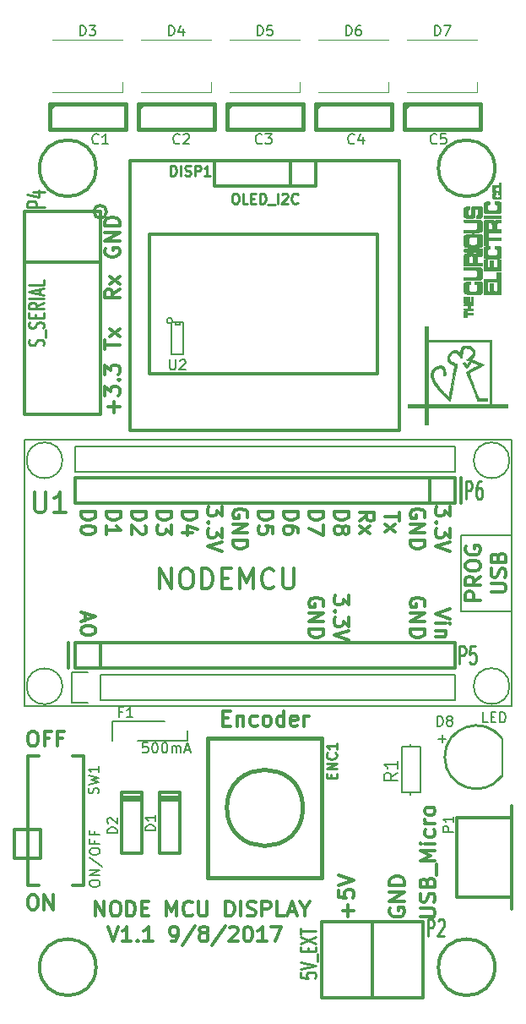
<source format=gbr>
G04 #@! TF.FileFunction,Legend,Top*
%FSLAX46Y46*%
G04 Gerber Fmt 4.6, Leading zero omitted, Abs format (unit mm)*
G04 Created by KiCad (PCBNEW 4.0.4-stable) date 08/11/17 14:19:39*
%MOMM*%
%LPD*%
G01*
G04 APERTURE LIST*
%ADD10C,0.500000*%
%ADD11C,0.300000*%
%ADD12C,0.304800*%
%ADD13C,0.150000*%
%ADD14C,0.200000*%
%ADD15C,0.381000*%
%ADD16C,0.010000*%
%ADD17C,0.120000*%
%ADD18C,0.203200*%
%ADD19C,0.254000*%
%ADD20C,0.250000*%
%ADD21C,0.271780*%
G04 APERTURE END LIST*
D10*
D11*
X43366429Y40905714D02*
X41866429Y40405714D01*
X43366429Y39905714D01*
X41866429Y39405714D02*
X42866429Y39405714D01*
X43366429Y39405714D02*
X43295000Y39477143D01*
X43223571Y39405714D01*
X43295000Y39334286D01*
X43366429Y39405714D01*
X43223571Y39405714D01*
X42866429Y38691428D02*
X41866429Y38691428D01*
X42723571Y38691428D02*
X42795000Y38620000D01*
X42866429Y38477142D01*
X42866429Y38262857D01*
X42795000Y38120000D01*
X42652143Y38048571D01*
X41866429Y38048571D01*
X40755000Y41147857D02*
X40826429Y41290714D01*
X40826429Y41505000D01*
X40755000Y41719285D01*
X40612143Y41862143D01*
X40469286Y41933571D01*
X40183571Y42005000D01*
X39969286Y42005000D01*
X39683571Y41933571D01*
X39540714Y41862143D01*
X39397857Y41719285D01*
X39326429Y41505000D01*
X39326429Y41362143D01*
X39397857Y41147857D01*
X39469286Y41076428D01*
X39969286Y41076428D01*
X39969286Y41362143D01*
X39326429Y40433571D02*
X40826429Y40433571D01*
X39326429Y39576428D01*
X40826429Y39576428D01*
X39326429Y38862142D02*
X40826429Y38862142D01*
X40826429Y38504999D01*
X40755000Y38290714D01*
X40612143Y38147856D01*
X40469286Y38076428D01*
X40183571Y38004999D01*
X39969286Y38004999D01*
X39683571Y38076428D01*
X39540714Y38147856D01*
X39397857Y38290714D01*
X39326429Y38504999D01*
X39326429Y38862142D01*
X33206429Y42219285D02*
X33206429Y41290714D01*
X32635000Y41790714D01*
X32635000Y41576428D01*
X32563571Y41433571D01*
X32492143Y41362142D01*
X32349286Y41290714D01*
X31992143Y41290714D01*
X31849286Y41362142D01*
X31777857Y41433571D01*
X31706429Y41576428D01*
X31706429Y42005000D01*
X31777857Y42147857D01*
X31849286Y42219285D01*
X31849286Y40647857D02*
X31777857Y40576429D01*
X31706429Y40647857D01*
X31777857Y40719286D01*
X31849286Y40647857D01*
X31706429Y40647857D01*
X33206429Y40076428D02*
X33206429Y39147857D01*
X32635000Y39647857D01*
X32635000Y39433571D01*
X32563571Y39290714D01*
X32492143Y39219285D01*
X32349286Y39147857D01*
X31992143Y39147857D01*
X31849286Y39219285D01*
X31777857Y39290714D01*
X31706429Y39433571D01*
X31706429Y39862143D01*
X31777857Y40005000D01*
X31849286Y40076428D01*
X33206429Y38719286D02*
X31706429Y38219286D01*
X33206429Y37719286D01*
X30595000Y41147857D02*
X30666429Y41290714D01*
X30666429Y41505000D01*
X30595000Y41719285D01*
X30452143Y41862143D01*
X30309286Y41933571D01*
X30023571Y42005000D01*
X29809286Y42005000D01*
X29523571Y41933571D01*
X29380714Y41862143D01*
X29237857Y41719285D01*
X29166429Y41505000D01*
X29166429Y41362143D01*
X29237857Y41147857D01*
X29309286Y41076428D01*
X29809286Y41076428D01*
X29809286Y41362143D01*
X29166429Y40433571D02*
X30666429Y40433571D01*
X29166429Y39576428D01*
X30666429Y39576428D01*
X29166429Y38862142D02*
X30666429Y38862142D01*
X30666429Y38504999D01*
X30595000Y38290714D01*
X30452143Y38147856D01*
X30309286Y38076428D01*
X30023571Y38004999D01*
X29809286Y38004999D01*
X29523571Y38076428D01*
X29380714Y38147856D01*
X29237857Y38290714D01*
X29166429Y38504999D01*
X29166429Y38862142D01*
X6735000Y40441428D02*
X6735000Y39727142D01*
X6306429Y40584285D02*
X7806429Y40084285D01*
X6306429Y39584285D01*
X7806429Y38798571D02*
X7806429Y38655714D01*
X7735000Y38512857D01*
X7663571Y38441428D01*
X7520714Y38369999D01*
X7235000Y38298571D01*
X6877857Y38298571D01*
X6592143Y38369999D01*
X6449286Y38441428D01*
X6377857Y38512857D01*
X6306429Y38655714D01*
X6306429Y38798571D01*
X6377857Y38941428D01*
X6449286Y39012857D01*
X6592143Y39084285D01*
X6877857Y39155714D01*
X7235000Y39155714D01*
X7520714Y39084285D01*
X7663571Y39012857D01*
X7735000Y38941428D01*
X7806429Y38798571D01*
X43366429Y51109285D02*
X43366429Y50180714D01*
X42795000Y50680714D01*
X42795000Y50466428D01*
X42723571Y50323571D01*
X42652143Y50252142D01*
X42509286Y50180714D01*
X42152143Y50180714D01*
X42009286Y50252142D01*
X41937857Y50323571D01*
X41866429Y50466428D01*
X41866429Y50895000D01*
X41937857Y51037857D01*
X42009286Y51109285D01*
X42009286Y49537857D02*
X41937857Y49466429D01*
X41866429Y49537857D01*
X41937857Y49609286D01*
X42009286Y49537857D01*
X41866429Y49537857D01*
X43366429Y48966428D02*
X43366429Y48037857D01*
X42795000Y48537857D01*
X42795000Y48323571D01*
X42723571Y48180714D01*
X42652143Y48109285D01*
X42509286Y48037857D01*
X42152143Y48037857D01*
X42009286Y48109285D01*
X41937857Y48180714D01*
X41866429Y48323571D01*
X41866429Y48752143D01*
X41937857Y48895000D01*
X42009286Y48966428D01*
X43366429Y47609286D02*
X41866429Y47109286D01*
X43366429Y46609286D01*
X6306429Y50637142D02*
X7806429Y50637142D01*
X7806429Y50279999D01*
X7735000Y50065714D01*
X7592143Y49922856D01*
X7449286Y49851428D01*
X7163571Y49779999D01*
X6949286Y49779999D01*
X6663571Y49851428D01*
X6520714Y49922856D01*
X6377857Y50065714D01*
X6306429Y50279999D01*
X6306429Y50637142D01*
X7806429Y48851428D02*
X7806429Y48708571D01*
X7735000Y48565714D01*
X7663571Y48494285D01*
X7520714Y48422856D01*
X7235000Y48351428D01*
X6877857Y48351428D01*
X6592143Y48422856D01*
X6449286Y48494285D01*
X6377857Y48565714D01*
X6306429Y48708571D01*
X6306429Y48851428D01*
X6377857Y48994285D01*
X6449286Y49065714D01*
X6592143Y49137142D01*
X6877857Y49208571D01*
X7235000Y49208571D01*
X7520714Y49137142D01*
X7663571Y49065714D01*
X7735000Y48994285D01*
X7806429Y48851428D01*
X8846429Y50637142D02*
X10346429Y50637142D01*
X10346429Y50279999D01*
X10275000Y50065714D01*
X10132143Y49922856D01*
X9989286Y49851428D01*
X9703571Y49779999D01*
X9489286Y49779999D01*
X9203571Y49851428D01*
X9060714Y49922856D01*
X8917857Y50065714D01*
X8846429Y50279999D01*
X8846429Y50637142D01*
X8846429Y48351428D02*
X8846429Y49208571D01*
X8846429Y48779999D02*
X10346429Y48779999D01*
X10132143Y48922856D01*
X9989286Y49065714D01*
X9917857Y49208571D01*
X11386429Y50637142D02*
X12886429Y50637142D01*
X12886429Y50279999D01*
X12815000Y50065714D01*
X12672143Y49922856D01*
X12529286Y49851428D01*
X12243571Y49779999D01*
X12029286Y49779999D01*
X11743571Y49851428D01*
X11600714Y49922856D01*
X11457857Y50065714D01*
X11386429Y50279999D01*
X11386429Y50637142D01*
X12743571Y49208571D02*
X12815000Y49137142D01*
X12886429Y48994285D01*
X12886429Y48637142D01*
X12815000Y48494285D01*
X12743571Y48422856D01*
X12600714Y48351428D01*
X12457857Y48351428D01*
X12243571Y48422856D01*
X11386429Y49279999D01*
X11386429Y48351428D01*
X13926429Y50637142D02*
X15426429Y50637142D01*
X15426429Y50279999D01*
X15355000Y50065714D01*
X15212143Y49922856D01*
X15069286Y49851428D01*
X14783571Y49779999D01*
X14569286Y49779999D01*
X14283571Y49851428D01*
X14140714Y49922856D01*
X13997857Y50065714D01*
X13926429Y50279999D01*
X13926429Y50637142D01*
X15426429Y49279999D02*
X15426429Y48351428D01*
X14855000Y48851428D01*
X14855000Y48637142D01*
X14783571Y48494285D01*
X14712143Y48422856D01*
X14569286Y48351428D01*
X14212143Y48351428D01*
X14069286Y48422856D01*
X13997857Y48494285D01*
X13926429Y48637142D01*
X13926429Y49065714D01*
X13997857Y49208571D01*
X14069286Y49279999D01*
X16466429Y50637142D02*
X17966429Y50637142D01*
X17966429Y50279999D01*
X17895000Y50065714D01*
X17752143Y49922856D01*
X17609286Y49851428D01*
X17323571Y49779999D01*
X17109286Y49779999D01*
X16823571Y49851428D01*
X16680714Y49922856D01*
X16537857Y50065714D01*
X16466429Y50279999D01*
X16466429Y50637142D01*
X17466429Y48494285D02*
X16466429Y48494285D01*
X18037857Y48851428D02*
X16966429Y49208571D01*
X16966429Y48279999D01*
X20506429Y51109285D02*
X20506429Y50180714D01*
X19935000Y50680714D01*
X19935000Y50466428D01*
X19863571Y50323571D01*
X19792143Y50252142D01*
X19649286Y50180714D01*
X19292143Y50180714D01*
X19149286Y50252142D01*
X19077857Y50323571D01*
X19006429Y50466428D01*
X19006429Y50895000D01*
X19077857Y51037857D01*
X19149286Y51109285D01*
X19149286Y49537857D02*
X19077857Y49466429D01*
X19006429Y49537857D01*
X19077857Y49609286D01*
X19149286Y49537857D01*
X19006429Y49537857D01*
X20506429Y48966428D02*
X20506429Y48037857D01*
X19935000Y48537857D01*
X19935000Y48323571D01*
X19863571Y48180714D01*
X19792143Y48109285D01*
X19649286Y48037857D01*
X19292143Y48037857D01*
X19149286Y48109285D01*
X19077857Y48180714D01*
X19006429Y48323571D01*
X19006429Y48752143D01*
X19077857Y48895000D01*
X19149286Y48966428D01*
X20506429Y47609286D02*
X19006429Y47109286D01*
X20506429Y46609286D01*
X22975000Y50037857D02*
X23046429Y50180714D01*
X23046429Y50395000D01*
X22975000Y50609285D01*
X22832143Y50752143D01*
X22689286Y50823571D01*
X22403571Y50895000D01*
X22189286Y50895000D01*
X21903571Y50823571D01*
X21760714Y50752143D01*
X21617857Y50609285D01*
X21546429Y50395000D01*
X21546429Y50252143D01*
X21617857Y50037857D01*
X21689286Y49966428D01*
X22189286Y49966428D01*
X22189286Y50252143D01*
X21546429Y49323571D02*
X23046429Y49323571D01*
X21546429Y48466428D01*
X23046429Y48466428D01*
X21546429Y47752142D02*
X23046429Y47752142D01*
X23046429Y47394999D01*
X22975000Y47180714D01*
X22832143Y47037856D01*
X22689286Y46966428D01*
X22403571Y46894999D01*
X22189286Y46894999D01*
X21903571Y46966428D01*
X21760714Y47037856D01*
X21617857Y47180714D01*
X21546429Y47394999D01*
X21546429Y47752142D01*
X24086429Y50637142D02*
X25586429Y50637142D01*
X25586429Y50279999D01*
X25515000Y50065714D01*
X25372143Y49922856D01*
X25229286Y49851428D01*
X24943571Y49779999D01*
X24729286Y49779999D01*
X24443571Y49851428D01*
X24300714Y49922856D01*
X24157857Y50065714D01*
X24086429Y50279999D01*
X24086429Y50637142D01*
X25586429Y48422856D02*
X25586429Y49137142D01*
X24872143Y49208571D01*
X24943571Y49137142D01*
X25015000Y48994285D01*
X25015000Y48637142D01*
X24943571Y48494285D01*
X24872143Y48422856D01*
X24729286Y48351428D01*
X24372143Y48351428D01*
X24229286Y48422856D01*
X24157857Y48494285D01*
X24086429Y48637142D01*
X24086429Y48994285D01*
X24157857Y49137142D01*
X24229286Y49208571D01*
X26626429Y50637142D02*
X28126429Y50637142D01*
X28126429Y50279999D01*
X28055000Y50065714D01*
X27912143Y49922856D01*
X27769286Y49851428D01*
X27483571Y49779999D01*
X27269286Y49779999D01*
X26983571Y49851428D01*
X26840714Y49922856D01*
X26697857Y50065714D01*
X26626429Y50279999D01*
X26626429Y50637142D01*
X28126429Y48494285D02*
X28126429Y48779999D01*
X28055000Y48922856D01*
X27983571Y48994285D01*
X27769286Y49137142D01*
X27483571Y49208571D01*
X26912143Y49208571D01*
X26769286Y49137142D01*
X26697857Y49065714D01*
X26626429Y48922856D01*
X26626429Y48637142D01*
X26697857Y48494285D01*
X26769286Y48422856D01*
X26912143Y48351428D01*
X27269286Y48351428D01*
X27412143Y48422856D01*
X27483571Y48494285D01*
X27555000Y48637142D01*
X27555000Y48922856D01*
X27483571Y49065714D01*
X27412143Y49137142D01*
X27269286Y49208571D01*
X29166429Y50637142D02*
X30666429Y50637142D01*
X30666429Y50279999D01*
X30595000Y50065714D01*
X30452143Y49922856D01*
X30309286Y49851428D01*
X30023571Y49779999D01*
X29809286Y49779999D01*
X29523571Y49851428D01*
X29380714Y49922856D01*
X29237857Y50065714D01*
X29166429Y50279999D01*
X29166429Y50637142D01*
X30666429Y49279999D02*
X30666429Y48279999D01*
X29166429Y48922856D01*
X31706429Y50637142D02*
X33206429Y50637142D01*
X33206429Y50279999D01*
X33135000Y50065714D01*
X32992143Y49922856D01*
X32849286Y49851428D01*
X32563571Y49779999D01*
X32349286Y49779999D01*
X32063571Y49851428D01*
X31920714Y49922856D01*
X31777857Y50065714D01*
X31706429Y50279999D01*
X31706429Y50637142D01*
X32563571Y48922856D02*
X32635000Y49065714D01*
X32706429Y49137142D01*
X32849286Y49208571D01*
X32920714Y49208571D01*
X33063571Y49137142D01*
X33135000Y49065714D01*
X33206429Y48922856D01*
X33206429Y48637142D01*
X33135000Y48494285D01*
X33063571Y48422856D01*
X32920714Y48351428D01*
X32849286Y48351428D01*
X32706429Y48422856D01*
X32635000Y48494285D01*
X32563571Y48637142D01*
X32563571Y48922856D01*
X32492143Y49065714D01*
X32420714Y49137142D01*
X32277857Y49208571D01*
X31992143Y49208571D01*
X31849286Y49137142D01*
X31777857Y49065714D01*
X31706429Y48922856D01*
X31706429Y48637142D01*
X31777857Y48494285D01*
X31849286Y48422856D01*
X31992143Y48351428D01*
X32277857Y48351428D01*
X32420714Y48422856D01*
X32492143Y48494285D01*
X32563571Y48637142D01*
X34246429Y49672857D02*
X34960714Y50172857D01*
X34246429Y50530000D02*
X35746429Y50530000D01*
X35746429Y49958572D01*
X35675000Y49815714D01*
X35603571Y49744286D01*
X35460714Y49672857D01*
X35246429Y49672857D01*
X35103571Y49744286D01*
X35032143Y49815714D01*
X34960714Y49958572D01*
X34960714Y50530000D01*
X34246429Y49172857D02*
X35246429Y48387143D01*
X35246429Y49172857D02*
X34246429Y48387143D01*
X38286429Y50565714D02*
X38286429Y49708571D01*
X36786429Y50137142D02*
X38286429Y50137142D01*
X36786429Y49351428D02*
X37786429Y48565714D01*
X37786429Y49351428D02*
X36786429Y48565714D01*
X40755000Y50037857D02*
X40826429Y50180714D01*
X40826429Y50395000D01*
X40755000Y50609285D01*
X40612143Y50752143D01*
X40469286Y50823571D01*
X40183571Y50895000D01*
X39969286Y50895000D01*
X39683571Y50823571D01*
X39540714Y50752143D01*
X39397857Y50609285D01*
X39326429Y50395000D01*
X39326429Y50252143D01*
X39397857Y50037857D01*
X39469286Y49966428D01*
X39969286Y49966428D01*
X39969286Y50252143D01*
X39326429Y49323571D02*
X40826429Y49323571D01*
X39326429Y48466428D01*
X40826429Y48466428D01*
X39326429Y47752142D02*
X40826429Y47752142D01*
X40826429Y47394999D01*
X40755000Y47180714D01*
X40612143Y47037856D01*
X40469286Y46966428D01*
X40183571Y46894999D01*
X39969286Y46894999D01*
X39683571Y46966428D01*
X39540714Y47037856D01*
X39397857Y47180714D01*
X39326429Y47394999D01*
X39326429Y47752142D01*
X46393571Y41771429D02*
X44893571Y41771429D01*
X44893571Y42342857D01*
X44965000Y42485715D01*
X45036429Y42557143D01*
X45179286Y42628572D01*
X45393571Y42628572D01*
X45536429Y42557143D01*
X45607857Y42485715D01*
X45679286Y42342857D01*
X45679286Y41771429D01*
X46393571Y44128572D02*
X45679286Y43628572D01*
X46393571Y43271429D02*
X44893571Y43271429D01*
X44893571Y43842857D01*
X44965000Y43985715D01*
X45036429Y44057143D01*
X45179286Y44128572D01*
X45393571Y44128572D01*
X45536429Y44057143D01*
X45607857Y43985715D01*
X45679286Y43842857D01*
X45679286Y43271429D01*
X44893571Y45057143D02*
X44893571Y45342857D01*
X44965000Y45485715D01*
X45107857Y45628572D01*
X45393571Y45700000D01*
X45893571Y45700000D01*
X46179286Y45628572D01*
X46322143Y45485715D01*
X46393571Y45342857D01*
X46393571Y45057143D01*
X46322143Y44914286D01*
X46179286Y44771429D01*
X45893571Y44700000D01*
X45393571Y44700000D01*
X45107857Y44771429D01*
X44965000Y44914286D01*
X44893571Y45057143D01*
X44965000Y47128572D02*
X44893571Y46985715D01*
X44893571Y46771429D01*
X44965000Y46557144D01*
X45107857Y46414286D01*
X45250714Y46342858D01*
X45536429Y46271429D01*
X45750714Y46271429D01*
X46036429Y46342858D01*
X46179286Y46414286D01*
X46322143Y46557144D01*
X46393571Y46771429D01*
X46393571Y46914286D01*
X46322143Y47128572D01*
X46250714Y47200001D01*
X45750714Y47200001D01*
X45750714Y46914286D01*
X47443571Y42557143D02*
X48657857Y42557143D01*
X48800714Y42628571D01*
X48872143Y42700000D01*
X48943571Y42842857D01*
X48943571Y43128571D01*
X48872143Y43271429D01*
X48800714Y43342857D01*
X48657857Y43414286D01*
X47443571Y43414286D01*
X48872143Y44057143D02*
X48943571Y44271429D01*
X48943571Y44628572D01*
X48872143Y44771429D01*
X48800714Y44842858D01*
X48657857Y44914286D01*
X48515000Y44914286D01*
X48372143Y44842858D01*
X48300714Y44771429D01*
X48229286Y44628572D01*
X48157857Y44342858D01*
X48086429Y44200000D01*
X48015000Y44128572D01*
X47872143Y44057143D01*
X47729286Y44057143D01*
X47586429Y44128572D01*
X47515000Y44200000D01*
X47443571Y44342858D01*
X47443571Y44700000D01*
X47515000Y44914286D01*
X48157857Y46057143D02*
X48229286Y46271429D01*
X48300714Y46342857D01*
X48443571Y46414286D01*
X48657857Y46414286D01*
X48800714Y46342857D01*
X48872143Y46271429D01*
X48943571Y46128571D01*
X48943571Y45557143D01*
X47443571Y45557143D01*
X47443571Y46057143D01*
X47515000Y46200000D01*
X47586429Y46271429D01*
X47729286Y46342857D01*
X47872143Y46342857D01*
X48015000Y46271429D01*
X48086429Y46200000D01*
X48157857Y46057143D01*
X48157857Y45557143D01*
X8775000Y76962143D02*
X8703571Y76819286D01*
X8703571Y76605000D01*
X8775000Y76390715D01*
X8917857Y76247857D01*
X9060714Y76176429D01*
X9346429Y76105000D01*
X9560714Y76105000D01*
X9846429Y76176429D01*
X9989286Y76247857D01*
X10132143Y76390715D01*
X10203571Y76605000D01*
X10203571Y76747857D01*
X10132143Y76962143D01*
X10060714Y77033572D01*
X9560714Y77033572D01*
X9560714Y76747857D01*
X10203571Y77676429D02*
X8703571Y77676429D01*
X10203571Y78533572D01*
X8703571Y78533572D01*
X10203571Y79247858D02*
X8703571Y79247858D01*
X8703571Y79605001D01*
X8775000Y79819286D01*
X8917857Y79962144D01*
X9060714Y80033572D01*
X9346429Y80105001D01*
X9560714Y80105001D01*
X9846429Y80033572D01*
X9989286Y79962144D01*
X10132143Y79819286D01*
X10203571Y79605001D01*
X10203571Y79247858D01*
X10203571Y72882143D02*
X9489286Y72382143D01*
X10203571Y72025000D02*
X8703571Y72025000D01*
X8703571Y72596428D01*
X8775000Y72739286D01*
X8846429Y72810714D01*
X8989286Y72882143D01*
X9203571Y72882143D01*
X9346429Y72810714D01*
X9417857Y72739286D01*
X9489286Y72596428D01*
X9489286Y72025000D01*
X10203571Y73382143D02*
X9203571Y74167857D01*
X9203571Y73382143D02*
X10203571Y74167857D01*
X8703571Y66909286D02*
X8703571Y67766429D01*
X10203571Y67337858D02*
X8703571Y67337858D01*
X10203571Y68123572D02*
X9203571Y68909286D01*
X9203571Y68123572D02*
X10203571Y68909286D01*
X9632143Y60507858D02*
X9632143Y61650715D01*
X10203571Y61079286D02*
X9060714Y61079286D01*
X8703571Y62222144D02*
X8703571Y63150715D01*
X9275000Y62650715D01*
X9275000Y62865001D01*
X9346429Y63007858D01*
X9417857Y63079287D01*
X9560714Y63150715D01*
X9917857Y63150715D01*
X10060714Y63079287D01*
X10132143Y63007858D01*
X10203571Y62865001D01*
X10203571Y62436429D01*
X10132143Y62293572D01*
X10060714Y62222144D01*
X10060714Y63793572D02*
X10132143Y63865000D01*
X10203571Y63793572D01*
X10132143Y63722143D01*
X10060714Y63793572D01*
X10203571Y63793572D01*
X8703571Y64365001D02*
X8703571Y65293572D01*
X9275000Y64793572D01*
X9275000Y65007858D01*
X9346429Y65150715D01*
X9417857Y65222144D01*
X9560714Y65293572D01*
X9917857Y65293572D01*
X10060714Y65222144D01*
X10132143Y65150715D01*
X10203571Y65007858D01*
X10203571Y64579286D01*
X10132143Y64436429D01*
X10060714Y64365001D01*
X1365429Y28634429D02*
X1651143Y28634429D01*
X1794001Y28563000D01*
X1936858Y28420143D01*
X2008286Y28134429D01*
X2008286Y27634429D01*
X1936858Y27348714D01*
X1794001Y27205857D01*
X1651143Y27134429D01*
X1365429Y27134429D01*
X1222572Y27205857D01*
X1079715Y27348714D01*
X1008286Y27634429D01*
X1008286Y28134429D01*
X1079715Y28420143D01*
X1222572Y28563000D01*
X1365429Y28634429D01*
X3151144Y27920143D02*
X2651144Y27920143D01*
X2651144Y27134429D02*
X2651144Y28634429D01*
X3365430Y28634429D01*
X4436858Y27920143D02*
X3936858Y27920143D01*
X3936858Y27134429D02*
X3936858Y28634429D01*
X4651144Y28634429D01*
X1357428Y12251429D02*
X1643142Y12251429D01*
X1786000Y12180000D01*
X1928857Y12037143D01*
X2000285Y11751429D01*
X2000285Y11251429D01*
X1928857Y10965714D01*
X1786000Y10822857D01*
X1643142Y10751429D01*
X1357428Y10751429D01*
X1214571Y10822857D01*
X1071714Y10965714D01*
X1000285Y11251429D01*
X1000285Y11751429D01*
X1071714Y12037143D01*
X1214571Y12180000D01*
X1357428Y12251429D01*
X2643143Y10751429D02*
X2643143Y12251429D01*
X3500286Y10751429D01*
X3500286Y12251429D01*
X9065716Y9076429D02*
X9565716Y7576429D01*
X10065716Y9076429D01*
X11351430Y7576429D02*
X10494287Y7576429D01*
X10922859Y7576429D02*
X10922859Y9076429D01*
X10780002Y8862143D01*
X10637144Y8719286D01*
X10494287Y8647857D01*
X11994287Y7719286D02*
X12065715Y7647857D01*
X11994287Y7576429D01*
X11922858Y7647857D01*
X11994287Y7719286D01*
X11994287Y7576429D01*
X13494287Y7576429D02*
X12637144Y7576429D01*
X13065716Y7576429D02*
X13065716Y9076429D01*
X12922859Y8862143D01*
X12780001Y8719286D01*
X12637144Y8647857D01*
X15351429Y7576429D02*
X15637144Y7576429D01*
X15780001Y7647857D01*
X15851429Y7719286D01*
X15994287Y7933571D01*
X16065715Y8219286D01*
X16065715Y8790714D01*
X15994287Y8933571D01*
X15922858Y9005000D01*
X15780001Y9076429D01*
X15494287Y9076429D01*
X15351429Y9005000D01*
X15280001Y8933571D01*
X15208572Y8790714D01*
X15208572Y8433571D01*
X15280001Y8290714D01*
X15351429Y8219286D01*
X15494287Y8147857D01*
X15780001Y8147857D01*
X15922858Y8219286D01*
X15994287Y8290714D01*
X16065715Y8433571D01*
X17780000Y9147857D02*
X16494286Y7219286D01*
X18494287Y8433571D02*
X18351429Y8505000D01*
X18280001Y8576429D01*
X18208572Y8719286D01*
X18208572Y8790714D01*
X18280001Y8933571D01*
X18351429Y9005000D01*
X18494287Y9076429D01*
X18780001Y9076429D01*
X18922858Y9005000D01*
X18994287Y8933571D01*
X19065715Y8790714D01*
X19065715Y8719286D01*
X18994287Y8576429D01*
X18922858Y8505000D01*
X18780001Y8433571D01*
X18494287Y8433571D01*
X18351429Y8362143D01*
X18280001Y8290714D01*
X18208572Y8147857D01*
X18208572Y7862143D01*
X18280001Y7719286D01*
X18351429Y7647857D01*
X18494287Y7576429D01*
X18780001Y7576429D01*
X18922858Y7647857D01*
X18994287Y7719286D01*
X19065715Y7862143D01*
X19065715Y8147857D01*
X18994287Y8290714D01*
X18922858Y8362143D01*
X18780001Y8433571D01*
X20780000Y9147857D02*
X19494286Y7219286D01*
X21208572Y8933571D02*
X21280001Y9005000D01*
X21422858Y9076429D01*
X21780001Y9076429D01*
X21922858Y9005000D01*
X21994287Y8933571D01*
X22065715Y8790714D01*
X22065715Y8647857D01*
X21994287Y8433571D01*
X21137144Y7576429D01*
X22065715Y7576429D01*
X22994286Y9076429D02*
X23137143Y9076429D01*
X23280000Y9005000D01*
X23351429Y8933571D01*
X23422858Y8790714D01*
X23494286Y8505000D01*
X23494286Y8147857D01*
X23422858Y7862143D01*
X23351429Y7719286D01*
X23280000Y7647857D01*
X23137143Y7576429D01*
X22994286Y7576429D01*
X22851429Y7647857D01*
X22780000Y7719286D01*
X22708572Y7862143D01*
X22637143Y8147857D01*
X22637143Y8505000D01*
X22708572Y8790714D01*
X22780000Y8933571D01*
X22851429Y9005000D01*
X22994286Y9076429D01*
X24922857Y7576429D02*
X24065714Y7576429D01*
X24494286Y7576429D02*
X24494286Y9076429D01*
X24351429Y8862143D01*
X24208571Y8719286D01*
X24065714Y8647857D01*
X25422857Y9076429D02*
X26422857Y9076429D01*
X25780000Y7576429D01*
X7772143Y10116429D02*
X7772143Y11616429D01*
X8629286Y10116429D01*
X8629286Y11616429D01*
X9629286Y11616429D02*
X9915000Y11616429D01*
X10057858Y11545000D01*
X10200715Y11402143D01*
X10272143Y11116429D01*
X10272143Y10616429D01*
X10200715Y10330714D01*
X10057858Y10187857D01*
X9915000Y10116429D01*
X9629286Y10116429D01*
X9486429Y10187857D01*
X9343572Y10330714D01*
X9272143Y10616429D01*
X9272143Y11116429D01*
X9343572Y11402143D01*
X9486429Y11545000D01*
X9629286Y11616429D01*
X10915001Y10116429D02*
X10915001Y11616429D01*
X11272144Y11616429D01*
X11486429Y11545000D01*
X11629287Y11402143D01*
X11700715Y11259286D01*
X11772144Y10973571D01*
X11772144Y10759286D01*
X11700715Y10473571D01*
X11629287Y10330714D01*
X11486429Y10187857D01*
X11272144Y10116429D01*
X10915001Y10116429D01*
X12415001Y10902143D02*
X12915001Y10902143D01*
X13129287Y10116429D02*
X12415001Y10116429D01*
X12415001Y11616429D01*
X13129287Y11616429D01*
X14915001Y10116429D02*
X14915001Y11616429D01*
X15415001Y10545000D01*
X15915001Y11616429D01*
X15915001Y10116429D01*
X17486430Y10259286D02*
X17415001Y10187857D01*
X17200715Y10116429D01*
X17057858Y10116429D01*
X16843573Y10187857D01*
X16700715Y10330714D01*
X16629287Y10473571D01*
X16557858Y10759286D01*
X16557858Y10973571D01*
X16629287Y11259286D01*
X16700715Y11402143D01*
X16843573Y11545000D01*
X17057858Y11616429D01*
X17200715Y11616429D01*
X17415001Y11545000D01*
X17486430Y11473571D01*
X18129287Y11616429D02*
X18129287Y10402143D01*
X18200715Y10259286D01*
X18272144Y10187857D01*
X18415001Y10116429D01*
X18700715Y10116429D01*
X18843573Y10187857D01*
X18915001Y10259286D01*
X18986430Y10402143D01*
X18986430Y11616429D01*
X20843573Y10116429D02*
X20843573Y11616429D01*
X21200716Y11616429D01*
X21415001Y11545000D01*
X21557859Y11402143D01*
X21629287Y11259286D01*
X21700716Y10973571D01*
X21700716Y10759286D01*
X21629287Y10473571D01*
X21557859Y10330714D01*
X21415001Y10187857D01*
X21200716Y10116429D01*
X20843573Y10116429D01*
X22343573Y10116429D02*
X22343573Y11616429D01*
X22986430Y10187857D02*
X23200716Y10116429D01*
X23557859Y10116429D01*
X23700716Y10187857D01*
X23772145Y10259286D01*
X23843573Y10402143D01*
X23843573Y10545000D01*
X23772145Y10687857D01*
X23700716Y10759286D01*
X23557859Y10830714D01*
X23272145Y10902143D01*
X23129287Y10973571D01*
X23057859Y11045000D01*
X22986430Y11187857D01*
X22986430Y11330714D01*
X23057859Y11473571D01*
X23129287Y11545000D01*
X23272145Y11616429D01*
X23629287Y11616429D01*
X23843573Y11545000D01*
X24486430Y10116429D02*
X24486430Y11616429D01*
X25057858Y11616429D01*
X25200716Y11545000D01*
X25272144Y11473571D01*
X25343573Y11330714D01*
X25343573Y11116429D01*
X25272144Y10973571D01*
X25200716Y10902143D01*
X25057858Y10830714D01*
X24486430Y10830714D01*
X26700716Y10116429D02*
X25986430Y10116429D01*
X25986430Y11616429D01*
X27129287Y10545000D02*
X27843573Y10545000D01*
X26986430Y10116429D02*
X27486430Y11616429D01*
X27986430Y10116429D01*
X28772144Y10830714D02*
X28772144Y10116429D01*
X28272144Y11616429D02*
X28772144Y10830714D01*
X29272144Y11616429D01*
X13155000Y78395000D02*
X36015000Y78395000D01*
X36015000Y78395000D02*
X36015000Y64425000D01*
X36015000Y64425000D02*
X13155000Y64425000D01*
X13155000Y64425000D02*
X13155000Y78395000D01*
X11265000Y85725000D02*
X38265000Y85725000D01*
X38265000Y85725000D02*
X38265000Y58725000D01*
X38265000Y58725000D02*
X11265000Y58725000D01*
X11265000Y58725000D02*
X11265000Y85725000D01*
D12*
X19685000Y85725000D02*
X19685000Y85725000D01*
X19685000Y83185000D02*
X19685000Y85725000D01*
X19685000Y85725000D02*
X19685000Y85725000D01*
X19685000Y85725000D02*
X29845000Y85725000D01*
X29845000Y85725000D02*
X29845000Y83185000D01*
X29845000Y83185000D02*
X19685000Y83185000D01*
X27305000Y83185000D02*
X27305000Y85725000D01*
D13*
X16975000Y27710000D02*
X16975000Y28710000D01*
X9475000Y27710000D02*
X9475000Y29610000D01*
X9475000Y29610000D02*
X14675000Y29610000D01*
X16975000Y27710000D02*
X11975000Y27710000D01*
D14*
X39370000Y27051000D02*
X39370000Y27305000D01*
X39370000Y22479000D02*
X39370000Y22225000D01*
X40386000Y27051000D02*
X38481000Y27051000D01*
X38481000Y27051000D02*
X38481000Y22479000D01*
X38481000Y22479000D02*
X40386000Y22479000D01*
X40386000Y22479000D02*
X40386000Y27051000D01*
D13*
X4463051Y33128949D02*
G75*
G03X4463051Y33128949I-1796051J0D01*
G01*
X44450000Y48260000D02*
X49530000Y48260000D01*
X44450000Y40640000D02*
X44450000Y48260000D01*
X49530000Y40640000D02*
X44450000Y40640000D01*
X49530000Y31115000D02*
X635000Y31115000D01*
X49530000Y57785000D02*
X49530000Y31115000D01*
X635000Y57785000D02*
X49530000Y57785000D01*
X635000Y31115000D02*
X635000Y57785000D01*
X8255000Y31750000D02*
X43815000Y31750000D01*
X43815000Y31750000D02*
X43815000Y34290000D01*
X43815000Y34290000D02*
X8255000Y34290000D01*
X5435000Y34570000D02*
X6985000Y34570000D01*
X8255000Y34290000D02*
X8255000Y31750000D01*
X6985000Y31470000D02*
X5435000Y31470000D01*
X5435000Y31470000D02*
X5435000Y34570000D01*
X43815000Y54610000D02*
X43815000Y57150000D01*
X5715000Y54610000D02*
X43815000Y54610000D01*
X5715000Y57150000D02*
X5715000Y54610000D01*
X43815000Y57150000D02*
X5715000Y57150000D01*
X4463051Y55753000D02*
G75*
G03X4463051Y55753000I-1796051J0D01*
G01*
X49294051Y55753000D02*
G75*
G03X49294051Y55753000I-1796051J0D01*
G01*
X49294051Y33147000D02*
G75*
G03X49294051Y33147000I-1796051J0D01*
G01*
D12*
X15240000Y22479000D02*
X14224000Y22479000D01*
X14224000Y22479000D02*
X14224000Y16383000D01*
X14224000Y16383000D02*
X15240000Y16383000D01*
X15240000Y16383000D02*
X16256000Y16383000D01*
X16256000Y16383000D02*
X16256000Y22479000D01*
X16256000Y22479000D02*
X15240000Y22479000D01*
X14224000Y21971000D02*
X16256000Y21971000D01*
X16256000Y21717000D02*
X14224000Y21717000D01*
D11*
X2210000Y15885000D02*
X-390000Y15885000D01*
X-390000Y15885000D02*
X-390000Y18785000D01*
X-390000Y18785000D02*
X2310000Y18785000D01*
X2310000Y18785000D02*
X2310000Y15885000D01*
X2310000Y15885000D02*
X1910000Y15885000D01*
X1010000Y26185000D02*
X2110000Y26185000D01*
X6610000Y26185000D02*
X5510000Y26185000D01*
X1010000Y13185000D02*
X2110000Y13185000D01*
X6610000Y13185000D02*
X5510000Y13185000D01*
X1010000Y13185000D02*
X1010000Y26185000D01*
X6610000Y26185000D02*
X6610000Y13185000D01*
D15*
X3175000Y91440000D02*
X3175000Y88900000D01*
X3175000Y88900000D02*
X10795000Y88900000D01*
X10795000Y88900000D02*
X10795000Y91440000D01*
X10795000Y91440000D02*
X3175000Y91440000D01*
D12*
X3175000Y90805000D02*
X3810000Y91440000D01*
D15*
X12065000Y91440000D02*
X12065000Y88900000D01*
X12065000Y88900000D02*
X19685000Y88900000D01*
X19685000Y88900000D02*
X19685000Y91440000D01*
X19685000Y91440000D02*
X12065000Y91440000D01*
D12*
X12065000Y90805000D02*
X12700000Y91440000D01*
D15*
X20955000Y91440000D02*
X20955000Y88900000D01*
X20955000Y88900000D02*
X28575000Y88900000D01*
X28575000Y88900000D02*
X28575000Y91440000D01*
X28575000Y91440000D02*
X20955000Y91440000D01*
D12*
X20955000Y90805000D02*
X21590000Y91440000D01*
D15*
X29845000Y91440000D02*
X29845000Y88900000D01*
X29845000Y88900000D02*
X37465000Y88900000D01*
X37465000Y88900000D02*
X37465000Y91440000D01*
X37465000Y91440000D02*
X29845000Y91440000D01*
D12*
X29845000Y90805000D02*
X30480000Y91440000D01*
D15*
X38735000Y91440000D02*
X38735000Y88900000D01*
X38735000Y88900000D02*
X46355000Y88900000D01*
X46355000Y88900000D02*
X46355000Y91440000D01*
X46355000Y91440000D02*
X38735000Y91440000D01*
D12*
X38735000Y90805000D02*
X39370000Y91440000D01*
X11430000Y22479000D02*
X10414000Y22479000D01*
X10414000Y22479000D02*
X10414000Y16383000D01*
X10414000Y16383000D02*
X11430000Y16383000D01*
X11430000Y16383000D02*
X12446000Y16383000D01*
X12446000Y16383000D02*
X12446000Y22479000D01*
X12446000Y22479000D02*
X11430000Y22479000D01*
X10414000Y21971000D02*
X12446000Y21971000D01*
X12446000Y21717000D02*
X10414000Y21717000D01*
D11*
X49530000Y19899000D02*
X49530000Y21199000D01*
X49530000Y12099000D02*
X49530000Y10799000D01*
X49530000Y12049000D02*
X44030000Y12049000D01*
X44030000Y12049000D02*
X44030000Y19949000D01*
X44030000Y19949000D02*
X49530000Y19949000D01*
X49530000Y19949000D02*
X49530000Y12049000D01*
X8890000Y80645000D02*
G75*
G03X8890000Y80645000I-635000J0D01*
G01*
X8255000Y80645000D02*
X8255000Y60325000D01*
X8255000Y60325000D02*
X635000Y60325000D01*
X635000Y60325000D02*
X635000Y80645000D01*
X635000Y80645000D02*
X8255000Y80645000D01*
X635000Y75565000D02*
X8255000Y75565000D01*
X5080000Y37465000D02*
X5080000Y34925000D01*
X8255000Y34925000D02*
X8255000Y37465000D01*
X5715000Y37465000D02*
X43815000Y37465000D01*
X43815000Y37465000D02*
X43815000Y34925000D01*
X43815000Y34925000D02*
X5715000Y34925000D01*
X5715000Y34925000D02*
X5715000Y37465000D01*
X44450000Y51435000D02*
X44450000Y53975000D01*
X41275000Y53975000D02*
X41275000Y51435000D01*
X43815000Y51435000D02*
X5715000Y51435000D01*
X5715000Y51435000D02*
X5715000Y53975000D01*
X5715000Y53975000D02*
X43815000Y53975000D01*
X43815000Y53975000D02*
X43815000Y51435000D01*
X7828427Y85000000D02*
G75*
G03X7828427Y85000000I-2828427J0D01*
G01*
X7828427Y5000000D02*
G75*
G03X7828427Y5000000I-2828427J0D01*
G01*
X47828427Y5000000D02*
G75*
G03X47828427Y5000000I-2828427J0D01*
G01*
X47828427Y85000000D02*
G75*
G03X47828427Y85000000I-2828427J0D01*
G01*
D16*
G36*
X44720000Y70120000D02*
X44720000Y70210000D01*
X44810000Y70210000D01*
X44810000Y70120000D01*
X44720000Y70120000D01*
X44720000Y70120000D01*
G37*
X44720000Y70120000D02*
X44720000Y70210000D01*
X44810000Y70210000D01*
X44810000Y70120000D01*
X44720000Y70120000D01*
G36*
X44720000Y70210000D02*
X44720000Y70300000D01*
X44810000Y70300000D01*
X44810000Y70210000D01*
X44720000Y70210000D01*
X44720000Y70210000D01*
G37*
X44720000Y70210000D02*
X44720000Y70300000D01*
X44810000Y70300000D01*
X44810000Y70210000D01*
X44720000Y70210000D01*
G36*
X44720000Y70300000D02*
X44720000Y70390000D01*
X44810000Y70390000D01*
X44810000Y70300000D01*
X44720000Y70300000D01*
X44720000Y70300000D01*
G37*
X44720000Y70300000D02*
X44720000Y70390000D01*
X44810000Y70390000D01*
X44810000Y70300000D01*
X44720000Y70300000D01*
G36*
X44720000Y70390000D02*
X44720000Y70480000D01*
X44810000Y70480000D01*
X44810000Y70390000D01*
X44720000Y70390000D01*
X44720000Y70390000D01*
G37*
X44720000Y70390000D02*
X44720000Y70480000D01*
X44810000Y70480000D01*
X44810000Y70390000D01*
X44720000Y70390000D01*
G36*
X44720000Y70480000D02*
X44720000Y70570000D01*
X44810000Y70570000D01*
X44810000Y70480000D01*
X44720000Y70480000D01*
X44720000Y70480000D01*
G37*
X44720000Y70480000D02*
X44720000Y70570000D01*
X44810000Y70570000D01*
X44810000Y70480000D01*
X44720000Y70480000D01*
G36*
X44720000Y70570000D02*
X44720000Y70660000D01*
X44810000Y70660000D01*
X44810000Y70570000D01*
X44720000Y70570000D01*
X44720000Y70570000D01*
G37*
X44720000Y70570000D02*
X44720000Y70660000D01*
X44810000Y70660000D01*
X44810000Y70570000D01*
X44720000Y70570000D01*
G36*
X44720000Y70840000D02*
X44720000Y70930000D01*
X44810000Y70930000D01*
X44810000Y70840000D01*
X44720000Y70840000D01*
X44720000Y70840000D01*
G37*
X44720000Y70840000D02*
X44720000Y70930000D01*
X44810000Y70930000D01*
X44810000Y70840000D01*
X44720000Y70840000D01*
G36*
X44720000Y71290000D02*
X44720000Y71380000D01*
X44810000Y71380000D01*
X44810000Y71290000D01*
X44720000Y71290000D01*
X44720000Y71290000D01*
G37*
X44720000Y71290000D02*
X44720000Y71380000D01*
X44810000Y71380000D01*
X44810000Y71290000D01*
X44720000Y71290000D01*
G36*
X44720000Y71560000D02*
X44720000Y71650000D01*
X44810000Y71650000D01*
X44810000Y71560000D01*
X44720000Y71560000D01*
X44720000Y71560000D01*
G37*
X44720000Y71560000D02*
X44720000Y71650000D01*
X44810000Y71650000D01*
X44810000Y71560000D01*
X44720000Y71560000D01*
G36*
X44720000Y71650000D02*
X44720000Y71740000D01*
X44810000Y71740000D01*
X44810000Y71650000D01*
X44720000Y71650000D01*
X44720000Y71650000D01*
G37*
X44720000Y71650000D02*
X44720000Y71740000D01*
X44810000Y71740000D01*
X44810000Y71650000D01*
X44720000Y71650000D01*
G36*
X44720000Y71740000D02*
X44720000Y71830000D01*
X44810000Y71830000D01*
X44810000Y71740000D01*
X44720000Y71740000D01*
X44720000Y71740000D01*
G37*
X44720000Y71740000D02*
X44720000Y71830000D01*
X44810000Y71830000D01*
X44810000Y71740000D01*
X44720000Y71740000D01*
G36*
X44720000Y71830000D02*
X44720000Y71920000D01*
X44810000Y71920000D01*
X44810000Y71830000D01*
X44720000Y71830000D01*
X44720000Y71830000D01*
G37*
X44720000Y71830000D02*
X44720000Y71920000D01*
X44810000Y71920000D01*
X44810000Y71830000D01*
X44720000Y71830000D01*
G36*
X44720000Y71920000D02*
X44720000Y72010000D01*
X44810000Y72010000D01*
X44810000Y71920000D01*
X44720000Y71920000D01*
X44720000Y71920000D01*
G37*
X44720000Y71920000D02*
X44720000Y72010000D01*
X44810000Y72010000D01*
X44810000Y71920000D01*
X44720000Y71920000D01*
G36*
X44720000Y72010000D02*
X44720000Y72100000D01*
X44810000Y72100000D01*
X44810000Y72010000D01*
X44720000Y72010000D01*
X44720000Y72010000D01*
G37*
X44720000Y72010000D02*
X44720000Y72100000D01*
X44810000Y72100000D01*
X44810000Y72010000D01*
X44720000Y72010000D01*
G36*
X44720000Y72640000D02*
X44720000Y72730000D01*
X44810000Y72730000D01*
X44810000Y72640000D01*
X44720000Y72640000D01*
X44720000Y72640000D01*
G37*
X44720000Y72640000D02*
X44720000Y72730000D01*
X44810000Y72730000D01*
X44810000Y72640000D01*
X44720000Y72640000D01*
G36*
X44720000Y72730000D02*
X44720000Y72820000D01*
X44810000Y72820000D01*
X44810000Y72730000D01*
X44720000Y72730000D01*
X44720000Y72730000D01*
G37*
X44720000Y72730000D02*
X44720000Y72820000D01*
X44810000Y72820000D01*
X44810000Y72730000D01*
X44720000Y72730000D01*
G36*
X44720000Y72820000D02*
X44720000Y72910000D01*
X44810000Y72910000D01*
X44810000Y72820000D01*
X44720000Y72820000D01*
X44720000Y72820000D01*
G37*
X44720000Y72820000D02*
X44720000Y72910000D01*
X44810000Y72910000D01*
X44810000Y72820000D01*
X44720000Y72820000D01*
G36*
X44720000Y72910000D02*
X44720000Y73000000D01*
X44810000Y73000000D01*
X44810000Y72910000D01*
X44720000Y72910000D01*
X44720000Y72910000D01*
G37*
X44720000Y72910000D02*
X44720000Y73000000D01*
X44810000Y73000000D01*
X44810000Y72910000D01*
X44720000Y72910000D01*
G36*
X44720000Y73000000D02*
X44720000Y73090000D01*
X44810000Y73090000D01*
X44810000Y73000000D01*
X44720000Y73000000D01*
X44720000Y73000000D01*
G37*
X44720000Y73000000D02*
X44720000Y73090000D01*
X44810000Y73090000D01*
X44810000Y73000000D01*
X44720000Y73000000D01*
G36*
X44720000Y73090000D02*
X44720000Y73180000D01*
X44810000Y73180000D01*
X44810000Y73090000D01*
X44720000Y73090000D01*
X44720000Y73090000D01*
G37*
X44720000Y73090000D02*
X44720000Y73180000D01*
X44810000Y73180000D01*
X44810000Y73090000D01*
X44720000Y73090000D01*
G36*
X44720000Y73180000D02*
X44720000Y73270000D01*
X44810000Y73270000D01*
X44810000Y73180000D01*
X44720000Y73180000D01*
X44720000Y73180000D01*
G37*
X44720000Y73180000D02*
X44720000Y73270000D01*
X44810000Y73270000D01*
X44810000Y73180000D01*
X44720000Y73180000D01*
G36*
X44720000Y73270000D02*
X44720000Y73360000D01*
X44810000Y73360000D01*
X44810000Y73270000D01*
X44720000Y73270000D01*
X44720000Y73270000D01*
G37*
X44720000Y73270000D02*
X44720000Y73360000D01*
X44810000Y73360000D01*
X44810000Y73270000D01*
X44720000Y73270000D01*
G36*
X44720000Y73360000D02*
X44720000Y73450000D01*
X44810000Y73450000D01*
X44810000Y73360000D01*
X44720000Y73360000D01*
X44720000Y73360000D01*
G37*
X44720000Y73360000D02*
X44720000Y73450000D01*
X44810000Y73450000D01*
X44810000Y73360000D01*
X44720000Y73360000D01*
G36*
X44720000Y73810000D02*
X44720000Y73900000D01*
X44810000Y73900000D01*
X44810000Y73810000D01*
X44720000Y73810000D01*
X44720000Y73810000D01*
G37*
X44720000Y73810000D02*
X44720000Y73900000D01*
X44810000Y73900000D01*
X44810000Y73810000D01*
X44720000Y73810000D01*
G36*
X44720000Y73900000D02*
X44720000Y73990000D01*
X44810000Y73990000D01*
X44810000Y73900000D01*
X44720000Y73900000D01*
X44720000Y73900000D01*
G37*
X44720000Y73900000D02*
X44720000Y73990000D01*
X44810000Y73990000D01*
X44810000Y73900000D01*
X44720000Y73900000D01*
G36*
X44720000Y73990000D02*
X44720000Y74080000D01*
X44810000Y74080000D01*
X44810000Y73990000D01*
X44720000Y73990000D01*
X44720000Y73990000D01*
G37*
X44720000Y73990000D02*
X44720000Y74080000D01*
X44810000Y74080000D01*
X44810000Y73990000D01*
X44720000Y73990000D01*
G36*
X44720000Y74800000D02*
X44720000Y74890000D01*
X44810000Y74890000D01*
X44810000Y74800000D01*
X44720000Y74800000D01*
X44720000Y74800000D01*
G37*
X44720000Y74800000D02*
X44720000Y74890000D01*
X44810000Y74890000D01*
X44810000Y74800000D01*
X44720000Y74800000D01*
G36*
X44720000Y74890000D02*
X44720000Y74980000D01*
X44810000Y74980000D01*
X44810000Y74890000D01*
X44720000Y74890000D01*
X44720000Y74890000D01*
G37*
X44720000Y74890000D02*
X44720000Y74980000D01*
X44810000Y74980000D01*
X44810000Y74890000D01*
X44720000Y74890000D01*
G36*
X44720000Y74980000D02*
X44720000Y75070000D01*
X44810000Y75070000D01*
X44810000Y74980000D01*
X44720000Y74980000D01*
X44720000Y74980000D01*
G37*
X44720000Y74980000D02*
X44720000Y75070000D01*
X44810000Y75070000D01*
X44810000Y74980000D01*
X44720000Y74980000D01*
G36*
X44720000Y75250000D02*
X44720000Y75340000D01*
X44810000Y75340000D01*
X44810000Y75250000D01*
X44720000Y75250000D01*
X44720000Y75250000D01*
G37*
X44720000Y75250000D02*
X44720000Y75340000D01*
X44810000Y75340000D01*
X44810000Y75250000D01*
X44720000Y75250000D01*
G36*
X44720000Y75340000D02*
X44720000Y75430000D01*
X44810000Y75430000D01*
X44810000Y75340000D01*
X44720000Y75340000D01*
X44720000Y75340000D01*
G37*
X44720000Y75340000D02*
X44720000Y75430000D01*
X44810000Y75430000D01*
X44810000Y75340000D01*
X44720000Y75340000D01*
G36*
X44720000Y75430000D02*
X44720000Y75520000D01*
X44810000Y75520000D01*
X44810000Y75430000D01*
X44720000Y75430000D01*
X44720000Y75430000D01*
G37*
X44720000Y75430000D02*
X44720000Y75520000D01*
X44810000Y75520000D01*
X44810000Y75430000D01*
X44720000Y75430000D01*
G36*
X44720000Y75520000D02*
X44720000Y75610000D01*
X44810000Y75610000D01*
X44810000Y75520000D01*
X44720000Y75520000D01*
X44720000Y75520000D01*
G37*
X44720000Y75520000D02*
X44720000Y75610000D01*
X44810000Y75610000D01*
X44810000Y75520000D01*
X44720000Y75520000D01*
G36*
X44720000Y75610000D02*
X44720000Y75700000D01*
X44810000Y75700000D01*
X44810000Y75610000D01*
X44720000Y75610000D01*
X44720000Y75610000D01*
G37*
X44720000Y75610000D02*
X44720000Y75700000D01*
X44810000Y75700000D01*
X44810000Y75610000D01*
X44720000Y75610000D01*
G36*
X44720000Y75700000D02*
X44720000Y75790000D01*
X44810000Y75790000D01*
X44810000Y75700000D01*
X44720000Y75700000D01*
X44720000Y75700000D01*
G37*
X44720000Y75700000D02*
X44720000Y75790000D01*
X44810000Y75790000D01*
X44810000Y75700000D01*
X44720000Y75700000D01*
G36*
X44720000Y75790000D02*
X44720000Y75880000D01*
X44810000Y75880000D01*
X44810000Y75790000D01*
X44720000Y75790000D01*
X44720000Y75790000D01*
G37*
X44720000Y75790000D02*
X44720000Y75880000D01*
X44810000Y75880000D01*
X44810000Y75790000D01*
X44720000Y75790000D01*
G36*
X44720000Y75880000D02*
X44720000Y75970000D01*
X44810000Y75970000D01*
X44810000Y75880000D01*
X44720000Y75880000D01*
X44720000Y75880000D01*
G37*
X44720000Y75880000D02*
X44720000Y75970000D01*
X44810000Y75970000D01*
X44810000Y75880000D01*
X44720000Y75880000D01*
G36*
X44720000Y75970000D02*
X44720000Y76060000D01*
X44810000Y76060000D01*
X44810000Y75970000D01*
X44720000Y75970000D01*
X44720000Y75970000D01*
G37*
X44720000Y75970000D02*
X44720000Y76060000D01*
X44810000Y76060000D01*
X44810000Y75970000D01*
X44720000Y75970000D01*
G36*
X44720000Y76060000D02*
X44720000Y76150000D01*
X44810000Y76150000D01*
X44810000Y76060000D01*
X44720000Y76060000D01*
X44720000Y76060000D01*
G37*
X44720000Y76060000D02*
X44720000Y76150000D01*
X44810000Y76150000D01*
X44810000Y76060000D01*
X44720000Y76060000D01*
G36*
X44720000Y76150000D02*
X44720000Y76240000D01*
X44810000Y76240000D01*
X44810000Y76150000D01*
X44720000Y76150000D01*
X44720000Y76150000D01*
G37*
X44720000Y76150000D02*
X44720000Y76240000D01*
X44810000Y76240000D01*
X44810000Y76150000D01*
X44720000Y76150000D01*
G36*
X44720000Y76690000D02*
X44720000Y76780000D01*
X44810000Y76780000D01*
X44810000Y76690000D01*
X44720000Y76690000D01*
X44720000Y76690000D01*
G37*
X44720000Y76690000D02*
X44720000Y76780000D01*
X44810000Y76780000D01*
X44810000Y76690000D01*
X44720000Y76690000D01*
G36*
X44720000Y76780000D02*
X44720000Y76870000D01*
X44810000Y76870000D01*
X44810000Y76780000D01*
X44720000Y76780000D01*
X44720000Y76780000D01*
G37*
X44720000Y76780000D02*
X44720000Y76870000D01*
X44810000Y76870000D01*
X44810000Y76780000D01*
X44720000Y76780000D01*
G36*
X44720000Y77320000D02*
X44720000Y77410000D01*
X44810000Y77410000D01*
X44810000Y77320000D01*
X44720000Y77320000D01*
X44720000Y77320000D01*
G37*
X44720000Y77320000D02*
X44720000Y77410000D01*
X44810000Y77410000D01*
X44810000Y77320000D01*
X44720000Y77320000D01*
G36*
X44720000Y77410000D02*
X44720000Y77500000D01*
X44810000Y77500000D01*
X44810000Y77410000D01*
X44720000Y77410000D01*
X44720000Y77410000D01*
G37*
X44720000Y77410000D02*
X44720000Y77500000D01*
X44810000Y77500000D01*
X44810000Y77410000D01*
X44720000Y77410000D01*
G36*
X44720000Y77500000D02*
X44720000Y77590000D01*
X44810000Y77590000D01*
X44810000Y77500000D01*
X44720000Y77500000D01*
X44720000Y77500000D01*
G37*
X44720000Y77500000D02*
X44720000Y77590000D01*
X44810000Y77590000D01*
X44810000Y77500000D01*
X44720000Y77500000D01*
G36*
X44720000Y77590000D02*
X44720000Y77680000D01*
X44810000Y77680000D01*
X44810000Y77590000D01*
X44720000Y77590000D01*
X44720000Y77590000D01*
G37*
X44720000Y77590000D02*
X44720000Y77680000D01*
X44810000Y77680000D01*
X44810000Y77590000D01*
X44720000Y77590000D01*
G36*
X44720000Y77680000D02*
X44720000Y77770000D01*
X44810000Y77770000D01*
X44810000Y77680000D01*
X44720000Y77680000D01*
X44720000Y77680000D01*
G37*
X44720000Y77680000D02*
X44720000Y77770000D01*
X44810000Y77770000D01*
X44810000Y77680000D01*
X44720000Y77680000D01*
G36*
X44720000Y77770000D02*
X44720000Y77860000D01*
X44810000Y77860000D01*
X44810000Y77770000D01*
X44720000Y77770000D01*
X44720000Y77770000D01*
G37*
X44720000Y77770000D02*
X44720000Y77860000D01*
X44810000Y77860000D01*
X44810000Y77770000D01*
X44720000Y77770000D01*
G36*
X44720000Y77860000D02*
X44720000Y77950000D01*
X44810000Y77950000D01*
X44810000Y77860000D01*
X44720000Y77860000D01*
X44720000Y77860000D01*
G37*
X44720000Y77860000D02*
X44720000Y77950000D01*
X44810000Y77950000D01*
X44810000Y77860000D01*
X44720000Y77860000D01*
G36*
X44720000Y77950000D02*
X44720000Y78040000D01*
X44810000Y78040000D01*
X44810000Y77950000D01*
X44720000Y77950000D01*
X44720000Y77950000D01*
G37*
X44720000Y77950000D02*
X44720000Y78040000D01*
X44810000Y78040000D01*
X44810000Y77950000D01*
X44720000Y77950000D01*
G36*
X44720000Y78040000D02*
X44720000Y78130000D01*
X44810000Y78130000D01*
X44810000Y78040000D01*
X44720000Y78040000D01*
X44720000Y78040000D01*
G37*
X44720000Y78040000D02*
X44720000Y78130000D01*
X44810000Y78130000D01*
X44810000Y78040000D01*
X44720000Y78040000D01*
G36*
X44720000Y78130000D02*
X44720000Y78220000D01*
X44810000Y78220000D01*
X44810000Y78130000D01*
X44720000Y78130000D01*
X44720000Y78130000D01*
G37*
X44720000Y78130000D02*
X44720000Y78220000D01*
X44810000Y78220000D01*
X44810000Y78130000D01*
X44720000Y78130000D01*
G36*
X44720000Y78580000D02*
X44720000Y78670000D01*
X44810000Y78670000D01*
X44810000Y78580000D01*
X44720000Y78580000D01*
X44720000Y78580000D01*
G37*
X44720000Y78580000D02*
X44720000Y78670000D01*
X44810000Y78670000D01*
X44810000Y78580000D01*
X44720000Y78580000D01*
G36*
X44720000Y78670000D02*
X44720000Y78760000D01*
X44810000Y78760000D01*
X44810000Y78670000D01*
X44720000Y78670000D01*
X44720000Y78670000D01*
G37*
X44720000Y78670000D02*
X44720000Y78760000D01*
X44810000Y78760000D01*
X44810000Y78670000D01*
X44720000Y78670000D01*
G36*
X44720000Y78760000D02*
X44720000Y78850000D01*
X44810000Y78850000D01*
X44810000Y78760000D01*
X44720000Y78760000D01*
X44720000Y78760000D01*
G37*
X44720000Y78760000D02*
X44720000Y78850000D01*
X44810000Y78850000D01*
X44810000Y78760000D01*
X44720000Y78760000D01*
G36*
X44720000Y79660000D02*
X44720000Y79750000D01*
X44810000Y79750000D01*
X44810000Y79660000D01*
X44720000Y79660000D01*
X44720000Y79660000D01*
G37*
X44720000Y79660000D02*
X44720000Y79750000D01*
X44810000Y79750000D01*
X44810000Y79660000D01*
X44720000Y79660000D01*
G36*
X44720000Y79750000D02*
X44720000Y79840000D01*
X44810000Y79840000D01*
X44810000Y79750000D01*
X44720000Y79750000D01*
X44720000Y79750000D01*
G37*
X44720000Y79750000D02*
X44720000Y79840000D01*
X44810000Y79840000D01*
X44810000Y79750000D01*
X44720000Y79750000D01*
G36*
X44720000Y80200000D02*
X44720000Y80290000D01*
X44810000Y80290000D01*
X44810000Y80200000D01*
X44720000Y80200000D01*
X44720000Y80200000D01*
G37*
X44720000Y80200000D02*
X44720000Y80290000D01*
X44810000Y80290000D01*
X44810000Y80200000D01*
X44720000Y80200000D01*
G36*
X44720000Y80290000D02*
X44720000Y80380000D01*
X44810000Y80380000D01*
X44810000Y80290000D01*
X44720000Y80290000D01*
X44720000Y80290000D01*
G37*
X44720000Y80290000D02*
X44720000Y80380000D01*
X44810000Y80380000D01*
X44810000Y80290000D01*
X44720000Y80290000D01*
G36*
X44720000Y80380000D02*
X44720000Y80470000D01*
X44810000Y80470000D01*
X44810000Y80380000D01*
X44720000Y80380000D01*
X44720000Y80380000D01*
G37*
X44720000Y80380000D02*
X44720000Y80470000D01*
X44810000Y80470000D01*
X44810000Y80380000D01*
X44720000Y80380000D01*
G36*
X44720000Y80470000D02*
X44720000Y80560000D01*
X44810000Y80560000D01*
X44810000Y80470000D01*
X44720000Y80470000D01*
X44720000Y80470000D01*
G37*
X44720000Y80470000D02*
X44720000Y80560000D01*
X44810000Y80560000D01*
X44810000Y80470000D01*
X44720000Y80470000D01*
G36*
X44720000Y80560000D02*
X44720000Y80650000D01*
X44810000Y80650000D01*
X44810000Y80560000D01*
X44720000Y80560000D01*
X44720000Y80560000D01*
G37*
X44720000Y80560000D02*
X44720000Y80650000D01*
X44810000Y80650000D01*
X44810000Y80560000D01*
X44720000Y80560000D01*
G36*
X44720000Y80650000D02*
X44720000Y80740000D01*
X44810000Y80740000D01*
X44810000Y80650000D01*
X44720000Y80650000D01*
X44720000Y80650000D01*
G37*
X44720000Y80650000D02*
X44720000Y80740000D01*
X44810000Y80740000D01*
X44810000Y80650000D01*
X44720000Y80650000D01*
G36*
X44720000Y80740000D02*
X44720000Y80830000D01*
X44810000Y80830000D01*
X44810000Y80740000D01*
X44720000Y80740000D01*
X44720000Y80740000D01*
G37*
X44720000Y80740000D02*
X44720000Y80830000D01*
X44810000Y80830000D01*
X44810000Y80740000D01*
X44720000Y80740000D01*
G36*
X44720000Y80830000D02*
X44720000Y80920000D01*
X44810000Y80920000D01*
X44810000Y80830000D01*
X44720000Y80830000D01*
X44720000Y80830000D01*
G37*
X44720000Y80830000D02*
X44720000Y80920000D01*
X44810000Y80920000D01*
X44810000Y80830000D01*
X44720000Y80830000D01*
G36*
X44720000Y80920000D02*
X44720000Y81010000D01*
X44810000Y81010000D01*
X44810000Y80920000D01*
X44720000Y80920000D01*
X44720000Y80920000D01*
G37*
X44720000Y80920000D02*
X44720000Y81010000D01*
X44810000Y81010000D01*
X44810000Y80920000D01*
X44720000Y80920000D01*
G36*
X44810000Y70120000D02*
X44810000Y70210000D01*
X44900000Y70210000D01*
X44900000Y70120000D01*
X44810000Y70120000D01*
X44810000Y70120000D01*
G37*
X44810000Y70120000D02*
X44810000Y70210000D01*
X44900000Y70210000D01*
X44900000Y70120000D01*
X44810000Y70120000D01*
G36*
X44810000Y70210000D02*
X44810000Y70300000D01*
X44900000Y70300000D01*
X44900000Y70210000D01*
X44810000Y70210000D01*
X44810000Y70210000D01*
G37*
X44810000Y70210000D02*
X44810000Y70300000D01*
X44900000Y70300000D01*
X44900000Y70210000D01*
X44810000Y70210000D01*
G36*
X44810000Y70300000D02*
X44810000Y70390000D01*
X44900000Y70390000D01*
X44900000Y70300000D01*
X44810000Y70300000D01*
X44810000Y70300000D01*
G37*
X44810000Y70300000D02*
X44810000Y70390000D01*
X44900000Y70390000D01*
X44900000Y70300000D01*
X44810000Y70300000D01*
G36*
X44810000Y70390000D02*
X44810000Y70480000D01*
X44900000Y70480000D01*
X44900000Y70390000D01*
X44810000Y70390000D01*
X44810000Y70390000D01*
G37*
X44810000Y70390000D02*
X44810000Y70480000D01*
X44900000Y70480000D01*
X44900000Y70390000D01*
X44810000Y70390000D01*
G36*
X44810000Y70480000D02*
X44810000Y70570000D01*
X44900000Y70570000D01*
X44900000Y70480000D01*
X44810000Y70480000D01*
X44810000Y70480000D01*
G37*
X44810000Y70480000D02*
X44810000Y70570000D01*
X44900000Y70570000D01*
X44900000Y70480000D01*
X44810000Y70480000D01*
G36*
X44810000Y70570000D02*
X44810000Y70660000D01*
X44900000Y70660000D01*
X44900000Y70570000D01*
X44810000Y70570000D01*
X44810000Y70570000D01*
G37*
X44810000Y70570000D02*
X44810000Y70660000D01*
X44900000Y70660000D01*
X44900000Y70570000D01*
X44810000Y70570000D01*
G36*
X44810000Y70660000D02*
X44810000Y70750000D01*
X44900000Y70750000D01*
X44900000Y70660000D01*
X44810000Y70660000D01*
X44810000Y70660000D01*
G37*
X44810000Y70660000D02*
X44810000Y70750000D01*
X44900000Y70750000D01*
X44900000Y70660000D01*
X44810000Y70660000D01*
G36*
X44810000Y70750000D02*
X44810000Y70840000D01*
X44900000Y70840000D01*
X44900000Y70750000D01*
X44810000Y70750000D01*
X44810000Y70750000D01*
G37*
X44810000Y70750000D02*
X44810000Y70840000D01*
X44900000Y70840000D01*
X44900000Y70750000D01*
X44810000Y70750000D01*
G36*
X44810000Y70840000D02*
X44810000Y70930000D01*
X44900000Y70930000D01*
X44900000Y70840000D01*
X44810000Y70840000D01*
X44810000Y70840000D01*
G37*
X44810000Y70840000D02*
X44810000Y70930000D01*
X44900000Y70930000D01*
X44900000Y70840000D01*
X44810000Y70840000D01*
G36*
X44810000Y71290000D02*
X44810000Y71380000D01*
X44900000Y71380000D01*
X44900000Y71290000D01*
X44810000Y71290000D01*
X44810000Y71290000D01*
G37*
X44810000Y71290000D02*
X44810000Y71380000D01*
X44900000Y71380000D01*
X44900000Y71290000D01*
X44810000Y71290000D01*
G36*
X44810000Y71380000D02*
X44810000Y71470000D01*
X44900000Y71470000D01*
X44900000Y71380000D01*
X44810000Y71380000D01*
X44810000Y71380000D01*
G37*
X44810000Y71380000D02*
X44810000Y71470000D01*
X44900000Y71470000D01*
X44900000Y71380000D01*
X44810000Y71380000D01*
G36*
X44810000Y71560000D02*
X44810000Y71650000D01*
X44900000Y71650000D01*
X44900000Y71560000D01*
X44810000Y71560000D01*
X44810000Y71560000D01*
G37*
X44810000Y71560000D02*
X44810000Y71650000D01*
X44900000Y71650000D01*
X44900000Y71560000D01*
X44810000Y71560000D01*
G36*
X44810000Y71650000D02*
X44810000Y71740000D01*
X44900000Y71740000D01*
X44900000Y71650000D01*
X44810000Y71650000D01*
X44810000Y71650000D01*
G37*
X44810000Y71650000D02*
X44810000Y71740000D01*
X44900000Y71740000D01*
X44900000Y71650000D01*
X44810000Y71650000D01*
G36*
X44810000Y71740000D02*
X44810000Y71830000D01*
X44900000Y71830000D01*
X44900000Y71740000D01*
X44810000Y71740000D01*
X44810000Y71740000D01*
G37*
X44810000Y71740000D02*
X44810000Y71830000D01*
X44900000Y71830000D01*
X44900000Y71740000D01*
X44810000Y71740000D01*
G36*
X44810000Y71830000D02*
X44810000Y71920000D01*
X44900000Y71920000D01*
X44900000Y71830000D01*
X44810000Y71830000D01*
X44810000Y71830000D01*
G37*
X44810000Y71830000D02*
X44810000Y71920000D01*
X44900000Y71920000D01*
X44900000Y71830000D01*
X44810000Y71830000D01*
G36*
X44810000Y71920000D02*
X44810000Y72010000D01*
X44900000Y72010000D01*
X44900000Y71920000D01*
X44810000Y71920000D01*
X44810000Y71920000D01*
G37*
X44810000Y71920000D02*
X44810000Y72010000D01*
X44900000Y72010000D01*
X44900000Y71920000D01*
X44810000Y71920000D01*
G36*
X44810000Y72010000D02*
X44810000Y72100000D01*
X44900000Y72100000D01*
X44900000Y72010000D01*
X44810000Y72010000D01*
X44810000Y72010000D01*
G37*
X44810000Y72010000D02*
X44810000Y72100000D01*
X44900000Y72100000D01*
X44900000Y72010000D01*
X44810000Y72010000D01*
G36*
X44810000Y72460000D02*
X44810000Y72550000D01*
X44900000Y72550000D01*
X44900000Y72460000D01*
X44810000Y72460000D01*
X44810000Y72460000D01*
G37*
X44810000Y72460000D02*
X44810000Y72550000D01*
X44900000Y72550000D01*
X44900000Y72460000D01*
X44810000Y72460000D01*
G36*
X44810000Y72550000D02*
X44810000Y72640000D01*
X44900000Y72640000D01*
X44900000Y72550000D01*
X44810000Y72550000D01*
X44810000Y72550000D01*
G37*
X44810000Y72550000D02*
X44810000Y72640000D01*
X44900000Y72640000D01*
X44900000Y72550000D01*
X44810000Y72550000D01*
G36*
X44810000Y72640000D02*
X44810000Y72730000D01*
X44900000Y72730000D01*
X44900000Y72640000D01*
X44810000Y72640000D01*
X44810000Y72640000D01*
G37*
X44810000Y72640000D02*
X44810000Y72730000D01*
X44900000Y72730000D01*
X44900000Y72640000D01*
X44810000Y72640000D01*
G36*
X44810000Y72730000D02*
X44810000Y72820000D01*
X44900000Y72820000D01*
X44900000Y72730000D01*
X44810000Y72730000D01*
X44810000Y72730000D01*
G37*
X44810000Y72730000D02*
X44810000Y72820000D01*
X44900000Y72820000D01*
X44900000Y72730000D01*
X44810000Y72730000D01*
G36*
X44810000Y72820000D02*
X44810000Y72910000D01*
X44900000Y72910000D01*
X44900000Y72820000D01*
X44810000Y72820000D01*
X44810000Y72820000D01*
G37*
X44810000Y72820000D02*
X44810000Y72910000D01*
X44900000Y72910000D01*
X44900000Y72820000D01*
X44810000Y72820000D01*
G36*
X44810000Y72910000D02*
X44810000Y73000000D01*
X44900000Y73000000D01*
X44900000Y72910000D01*
X44810000Y72910000D01*
X44810000Y72910000D01*
G37*
X44810000Y72910000D02*
X44810000Y73000000D01*
X44900000Y73000000D01*
X44900000Y72910000D01*
X44810000Y72910000D01*
G36*
X44810000Y73000000D02*
X44810000Y73090000D01*
X44900000Y73090000D01*
X44900000Y73000000D01*
X44810000Y73000000D01*
X44810000Y73000000D01*
G37*
X44810000Y73000000D02*
X44810000Y73090000D01*
X44900000Y73090000D01*
X44900000Y73000000D01*
X44810000Y73000000D01*
G36*
X44810000Y73090000D02*
X44810000Y73180000D01*
X44900000Y73180000D01*
X44900000Y73090000D01*
X44810000Y73090000D01*
X44810000Y73090000D01*
G37*
X44810000Y73090000D02*
X44810000Y73180000D01*
X44900000Y73180000D01*
X44900000Y73090000D01*
X44810000Y73090000D01*
G36*
X44810000Y73180000D02*
X44810000Y73270000D01*
X44900000Y73270000D01*
X44900000Y73180000D01*
X44810000Y73180000D01*
X44810000Y73180000D01*
G37*
X44810000Y73180000D02*
X44810000Y73270000D01*
X44900000Y73270000D01*
X44900000Y73180000D01*
X44810000Y73180000D01*
G36*
X44810000Y73270000D02*
X44810000Y73360000D01*
X44900000Y73360000D01*
X44900000Y73270000D01*
X44810000Y73270000D01*
X44810000Y73270000D01*
G37*
X44810000Y73270000D02*
X44810000Y73360000D01*
X44900000Y73360000D01*
X44900000Y73270000D01*
X44810000Y73270000D01*
G36*
X44810000Y73360000D02*
X44810000Y73450000D01*
X44900000Y73450000D01*
X44900000Y73360000D01*
X44810000Y73360000D01*
X44810000Y73360000D01*
G37*
X44810000Y73360000D02*
X44810000Y73450000D01*
X44900000Y73450000D01*
X44900000Y73360000D01*
X44810000Y73360000D01*
G36*
X44810000Y73450000D02*
X44810000Y73540000D01*
X44900000Y73540000D01*
X44900000Y73450000D01*
X44810000Y73450000D01*
X44810000Y73450000D01*
G37*
X44810000Y73450000D02*
X44810000Y73540000D01*
X44900000Y73540000D01*
X44900000Y73450000D01*
X44810000Y73450000D01*
G36*
X44810000Y73810000D02*
X44810000Y73900000D01*
X44900000Y73900000D01*
X44900000Y73810000D01*
X44810000Y73810000D01*
X44810000Y73810000D01*
G37*
X44810000Y73810000D02*
X44810000Y73900000D01*
X44900000Y73900000D01*
X44900000Y73810000D01*
X44810000Y73810000D01*
G36*
X44810000Y73900000D02*
X44810000Y73990000D01*
X44900000Y73990000D01*
X44900000Y73900000D01*
X44810000Y73900000D01*
X44810000Y73900000D01*
G37*
X44810000Y73900000D02*
X44810000Y73990000D01*
X44900000Y73990000D01*
X44900000Y73900000D01*
X44810000Y73900000D01*
G36*
X44810000Y73990000D02*
X44810000Y74080000D01*
X44900000Y74080000D01*
X44900000Y73990000D01*
X44810000Y73990000D01*
X44810000Y73990000D01*
G37*
X44810000Y73990000D02*
X44810000Y74080000D01*
X44900000Y74080000D01*
X44900000Y73990000D01*
X44810000Y73990000D01*
G36*
X44810000Y74800000D02*
X44810000Y74890000D01*
X44900000Y74890000D01*
X44900000Y74800000D01*
X44810000Y74800000D01*
X44810000Y74800000D01*
G37*
X44810000Y74800000D02*
X44810000Y74890000D01*
X44900000Y74890000D01*
X44900000Y74800000D01*
X44810000Y74800000D01*
G36*
X44810000Y74890000D02*
X44810000Y74980000D01*
X44900000Y74980000D01*
X44900000Y74890000D01*
X44810000Y74890000D01*
X44810000Y74890000D01*
G37*
X44810000Y74890000D02*
X44810000Y74980000D01*
X44900000Y74980000D01*
X44900000Y74890000D01*
X44810000Y74890000D01*
G36*
X44810000Y74980000D02*
X44810000Y75070000D01*
X44900000Y75070000D01*
X44900000Y74980000D01*
X44810000Y74980000D01*
X44810000Y74980000D01*
G37*
X44810000Y74980000D02*
X44810000Y75070000D01*
X44900000Y75070000D01*
X44900000Y74980000D01*
X44810000Y74980000D01*
G36*
X44810000Y75250000D02*
X44810000Y75340000D01*
X44900000Y75340000D01*
X44900000Y75250000D01*
X44810000Y75250000D01*
X44810000Y75250000D01*
G37*
X44810000Y75250000D02*
X44810000Y75340000D01*
X44900000Y75340000D01*
X44900000Y75250000D01*
X44810000Y75250000D01*
G36*
X44810000Y75340000D02*
X44810000Y75430000D01*
X44900000Y75430000D01*
X44900000Y75340000D01*
X44810000Y75340000D01*
X44810000Y75340000D01*
G37*
X44810000Y75340000D02*
X44810000Y75430000D01*
X44900000Y75430000D01*
X44900000Y75340000D01*
X44810000Y75340000D01*
G36*
X44810000Y75430000D02*
X44810000Y75520000D01*
X44900000Y75520000D01*
X44900000Y75430000D01*
X44810000Y75430000D01*
X44810000Y75430000D01*
G37*
X44810000Y75430000D02*
X44810000Y75520000D01*
X44900000Y75520000D01*
X44900000Y75430000D01*
X44810000Y75430000D01*
G36*
X44810000Y75520000D02*
X44810000Y75610000D01*
X44900000Y75610000D01*
X44900000Y75520000D01*
X44810000Y75520000D01*
X44810000Y75520000D01*
G37*
X44810000Y75520000D02*
X44810000Y75610000D01*
X44900000Y75610000D01*
X44900000Y75520000D01*
X44810000Y75520000D01*
G36*
X44810000Y75610000D02*
X44810000Y75700000D01*
X44900000Y75700000D01*
X44900000Y75610000D01*
X44810000Y75610000D01*
X44810000Y75610000D01*
G37*
X44810000Y75610000D02*
X44810000Y75700000D01*
X44900000Y75700000D01*
X44900000Y75610000D01*
X44810000Y75610000D01*
G36*
X44810000Y75700000D02*
X44810000Y75790000D01*
X44900000Y75790000D01*
X44900000Y75700000D01*
X44810000Y75700000D01*
X44810000Y75700000D01*
G37*
X44810000Y75700000D02*
X44810000Y75790000D01*
X44900000Y75790000D01*
X44900000Y75700000D01*
X44810000Y75700000D01*
G36*
X44810000Y75790000D02*
X44810000Y75880000D01*
X44900000Y75880000D01*
X44900000Y75790000D01*
X44810000Y75790000D01*
X44810000Y75790000D01*
G37*
X44810000Y75790000D02*
X44810000Y75880000D01*
X44900000Y75880000D01*
X44900000Y75790000D01*
X44810000Y75790000D01*
G36*
X44810000Y75880000D02*
X44810000Y75970000D01*
X44900000Y75970000D01*
X44900000Y75880000D01*
X44810000Y75880000D01*
X44810000Y75880000D01*
G37*
X44810000Y75880000D02*
X44810000Y75970000D01*
X44900000Y75970000D01*
X44900000Y75880000D01*
X44810000Y75880000D01*
G36*
X44810000Y75970000D02*
X44810000Y76060000D01*
X44900000Y76060000D01*
X44900000Y75970000D01*
X44810000Y75970000D01*
X44810000Y75970000D01*
G37*
X44810000Y75970000D02*
X44810000Y76060000D01*
X44900000Y76060000D01*
X44900000Y75970000D01*
X44810000Y75970000D01*
G36*
X44810000Y76060000D02*
X44810000Y76150000D01*
X44900000Y76150000D01*
X44900000Y76060000D01*
X44810000Y76060000D01*
X44810000Y76060000D01*
G37*
X44810000Y76060000D02*
X44810000Y76150000D01*
X44900000Y76150000D01*
X44900000Y76060000D01*
X44810000Y76060000D01*
G36*
X44810000Y76150000D02*
X44810000Y76240000D01*
X44900000Y76240000D01*
X44900000Y76150000D01*
X44810000Y76150000D01*
X44810000Y76150000D01*
G37*
X44810000Y76150000D02*
X44810000Y76240000D01*
X44900000Y76240000D01*
X44900000Y76150000D01*
X44810000Y76150000D01*
G36*
X44810000Y76240000D02*
X44810000Y76330000D01*
X44900000Y76330000D01*
X44900000Y76240000D01*
X44810000Y76240000D01*
X44810000Y76240000D01*
G37*
X44810000Y76240000D02*
X44810000Y76330000D01*
X44900000Y76330000D01*
X44900000Y76240000D01*
X44810000Y76240000D01*
G36*
X44810000Y76330000D02*
X44810000Y76420000D01*
X44900000Y76420000D01*
X44900000Y76330000D01*
X44810000Y76330000D01*
X44810000Y76330000D01*
G37*
X44810000Y76330000D02*
X44810000Y76420000D01*
X44900000Y76420000D01*
X44900000Y76330000D01*
X44810000Y76330000D01*
G36*
X44810000Y76600000D02*
X44810000Y76690000D01*
X44900000Y76690000D01*
X44900000Y76600000D01*
X44810000Y76600000D01*
X44810000Y76600000D01*
G37*
X44810000Y76600000D02*
X44810000Y76690000D01*
X44900000Y76690000D01*
X44900000Y76600000D01*
X44810000Y76600000D01*
G36*
X44810000Y76690000D02*
X44810000Y76780000D01*
X44900000Y76780000D01*
X44900000Y76690000D01*
X44810000Y76690000D01*
X44810000Y76690000D01*
G37*
X44810000Y76690000D02*
X44810000Y76780000D01*
X44900000Y76780000D01*
X44900000Y76690000D01*
X44810000Y76690000D01*
G36*
X44810000Y76780000D02*
X44810000Y76870000D01*
X44900000Y76870000D01*
X44900000Y76780000D01*
X44810000Y76780000D01*
X44810000Y76780000D01*
G37*
X44810000Y76780000D02*
X44810000Y76870000D01*
X44900000Y76870000D01*
X44900000Y76780000D01*
X44810000Y76780000D01*
G36*
X44810000Y76870000D02*
X44810000Y76960000D01*
X44900000Y76960000D01*
X44900000Y76870000D01*
X44810000Y76870000D01*
X44810000Y76870000D01*
G37*
X44810000Y76870000D02*
X44810000Y76960000D01*
X44900000Y76960000D01*
X44900000Y76870000D01*
X44810000Y76870000D01*
G36*
X44810000Y77140000D02*
X44810000Y77230000D01*
X44900000Y77230000D01*
X44900000Y77140000D01*
X44810000Y77140000D01*
X44810000Y77140000D01*
G37*
X44810000Y77140000D02*
X44810000Y77230000D01*
X44900000Y77230000D01*
X44900000Y77140000D01*
X44810000Y77140000D01*
G36*
X44810000Y77230000D02*
X44810000Y77320000D01*
X44900000Y77320000D01*
X44900000Y77230000D01*
X44810000Y77230000D01*
X44810000Y77230000D01*
G37*
X44810000Y77230000D02*
X44810000Y77320000D01*
X44900000Y77320000D01*
X44900000Y77230000D01*
X44810000Y77230000D01*
G36*
X44810000Y77320000D02*
X44810000Y77410000D01*
X44900000Y77410000D01*
X44900000Y77320000D01*
X44810000Y77320000D01*
X44810000Y77320000D01*
G37*
X44810000Y77320000D02*
X44810000Y77410000D01*
X44900000Y77410000D01*
X44900000Y77320000D01*
X44810000Y77320000D01*
G36*
X44810000Y77410000D02*
X44810000Y77500000D01*
X44900000Y77500000D01*
X44900000Y77410000D01*
X44810000Y77410000D01*
X44810000Y77410000D01*
G37*
X44810000Y77410000D02*
X44810000Y77500000D01*
X44900000Y77500000D01*
X44900000Y77410000D01*
X44810000Y77410000D01*
G36*
X44810000Y77500000D02*
X44810000Y77590000D01*
X44900000Y77590000D01*
X44900000Y77500000D01*
X44810000Y77500000D01*
X44810000Y77500000D01*
G37*
X44810000Y77500000D02*
X44810000Y77590000D01*
X44900000Y77590000D01*
X44900000Y77500000D01*
X44810000Y77500000D01*
G36*
X44810000Y77590000D02*
X44810000Y77680000D01*
X44900000Y77680000D01*
X44900000Y77590000D01*
X44810000Y77590000D01*
X44810000Y77590000D01*
G37*
X44810000Y77590000D02*
X44810000Y77680000D01*
X44900000Y77680000D01*
X44900000Y77590000D01*
X44810000Y77590000D01*
G36*
X44810000Y77680000D02*
X44810000Y77770000D01*
X44900000Y77770000D01*
X44900000Y77680000D01*
X44810000Y77680000D01*
X44810000Y77680000D01*
G37*
X44810000Y77680000D02*
X44810000Y77770000D01*
X44900000Y77770000D01*
X44900000Y77680000D01*
X44810000Y77680000D01*
G36*
X44810000Y77770000D02*
X44810000Y77860000D01*
X44900000Y77860000D01*
X44900000Y77770000D01*
X44810000Y77770000D01*
X44810000Y77770000D01*
G37*
X44810000Y77770000D02*
X44810000Y77860000D01*
X44900000Y77860000D01*
X44900000Y77770000D01*
X44810000Y77770000D01*
G36*
X44810000Y77860000D02*
X44810000Y77950000D01*
X44900000Y77950000D01*
X44900000Y77860000D01*
X44810000Y77860000D01*
X44810000Y77860000D01*
G37*
X44810000Y77860000D02*
X44810000Y77950000D01*
X44900000Y77950000D01*
X44900000Y77860000D01*
X44810000Y77860000D01*
G36*
X44810000Y77950000D02*
X44810000Y78040000D01*
X44900000Y78040000D01*
X44900000Y77950000D01*
X44810000Y77950000D01*
X44810000Y77950000D01*
G37*
X44810000Y77950000D02*
X44810000Y78040000D01*
X44900000Y78040000D01*
X44900000Y77950000D01*
X44810000Y77950000D01*
G36*
X44810000Y78040000D02*
X44810000Y78130000D01*
X44900000Y78130000D01*
X44900000Y78040000D01*
X44810000Y78040000D01*
X44810000Y78040000D01*
G37*
X44810000Y78040000D02*
X44810000Y78130000D01*
X44900000Y78130000D01*
X44900000Y78040000D01*
X44810000Y78040000D01*
G36*
X44810000Y78130000D02*
X44810000Y78220000D01*
X44900000Y78220000D01*
X44900000Y78130000D01*
X44810000Y78130000D01*
X44810000Y78130000D01*
G37*
X44810000Y78130000D02*
X44810000Y78220000D01*
X44900000Y78220000D01*
X44900000Y78130000D01*
X44810000Y78130000D01*
G36*
X44810000Y78220000D02*
X44810000Y78310000D01*
X44900000Y78310000D01*
X44900000Y78220000D01*
X44810000Y78220000D01*
X44810000Y78220000D01*
G37*
X44810000Y78220000D02*
X44810000Y78310000D01*
X44900000Y78310000D01*
X44900000Y78220000D01*
X44810000Y78220000D01*
G36*
X44810000Y78580000D02*
X44810000Y78670000D01*
X44900000Y78670000D01*
X44900000Y78580000D01*
X44810000Y78580000D01*
X44810000Y78580000D01*
G37*
X44810000Y78580000D02*
X44810000Y78670000D01*
X44900000Y78670000D01*
X44900000Y78580000D01*
X44810000Y78580000D01*
G36*
X44810000Y78670000D02*
X44810000Y78760000D01*
X44900000Y78760000D01*
X44900000Y78670000D01*
X44810000Y78670000D01*
X44810000Y78670000D01*
G37*
X44810000Y78670000D02*
X44810000Y78760000D01*
X44900000Y78760000D01*
X44900000Y78670000D01*
X44810000Y78670000D01*
G36*
X44810000Y78760000D02*
X44810000Y78850000D01*
X44900000Y78850000D01*
X44900000Y78760000D01*
X44810000Y78760000D01*
X44810000Y78760000D01*
G37*
X44810000Y78760000D02*
X44810000Y78850000D01*
X44900000Y78850000D01*
X44900000Y78760000D01*
X44810000Y78760000D01*
G36*
X44810000Y79570000D02*
X44810000Y79660000D01*
X44900000Y79660000D01*
X44900000Y79570000D01*
X44810000Y79570000D01*
X44810000Y79570000D01*
G37*
X44810000Y79570000D02*
X44810000Y79660000D01*
X44900000Y79660000D01*
X44900000Y79570000D01*
X44810000Y79570000D01*
G36*
X44810000Y79660000D02*
X44810000Y79750000D01*
X44900000Y79750000D01*
X44900000Y79660000D01*
X44810000Y79660000D01*
X44810000Y79660000D01*
G37*
X44810000Y79660000D02*
X44810000Y79750000D01*
X44900000Y79750000D01*
X44900000Y79660000D01*
X44810000Y79660000D01*
G36*
X44810000Y79750000D02*
X44810000Y79840000D01*
X44900000Y79840000D01*
X44900000Y79750000D01*
X44810000Y79750000D01*
X44810000Y79750000D01*
G37*
X44810000Y79750000D02*
X44810000Y79840000D01*
X44900000Y79840000D01*
X44900000Y79750000D01*
X44810000Y79750000D01*
G36*
X44810000Y80110000D02*
X44810000Y80200000D01*
X44900000Y80200000D01*
X44900000Y80110000D01*
X44810000Y80110000D01*
X44810000Y80110000D01*
G37*
X44810000Y80110000D02*
X44810000Y80200000D01*
X44900000Y80200000D01*
X44900000Y80110000D01*
X44810000Y80110000D01*
G36*
X44810000Y80200000D02*
X44810000Y80290000D01*
X44900000Y80290000D01*
X44900000Y80200000D01*
X44810000Y80200000D01*
X44810000Y80200000D01*
G37*
X44810000Y80200000D02*
X44810000Y80290000D01*
X44900000Y80290000D01*
X44900000Y80200000D01*
X44810000Y80200000D01*
G36*
X44810000Y80290000D02*
X44810000Y80380000D01*
X44900000Y80380000D01*
X44900000Y80290000D01*
X44810000Y80290000D01*
X44810000Y80290000D01*
G37*
X44810000Y80290000D02*
X44810000Y80380000D01*
X44900000Y80380000D01*
X44900000Y80290000D01*
X44810000Y80290000D01*
G36*
X44810000Y80380000D02*
X44810000Y80470000D01*
X44900000Y80470000D01*
X44900000Y80380000D01*
X44810000Y80380000D01*
X44810000Y80380000D01*
G37*
X44810000Y80380000D02*
X44810000Y80470000D01*
X44900000Y80470000D01*
X44900000Y80380000D01*
X44810000Y80380000D01*
G36*
X44810000Y80470000D02*
X44810000Y80560000D01*
X44900000Y80560000D01*
X44900000Y80470000D01*
X44810000Y80470000D01*
X44810000Y80470000D01*
G37*
X44810000Y80470000D02*
X44810000Y80560000D01*
X44900000Y80560000D01*
X44900000Y80470000D01*
X44810000Y80470000D01*
G36*
X44810000Y80560000D02*
X44810000Y80650000D01*
X44900000Y80650000D01*
X44900000Y80560000D01*
X44810000Y80560000D01*
X44810000Y80560000D01*
G37*
X44810000Y80560000D02*
X44810000Y80650000D01*
X44900000Y80650000D01*
X44900000Y80560000D01*
X44810000Y80560000D01*
G36*
X44810000Y80650000D02*
X44810000Y80740000D01*
X44900000Y80740000D01*
X44900000Y80650000D01*
X44810000Y80650000D01*
X44810000Y80650000D01*
G37*
X44810000Y80650000D02*
X44810000Y80740000D01*
X44900000Y80740000D01*
X44900000Y80650000D01*
X44810000Y80650000D01*
G36*
X44810000Y80740000D02*
X44810000Y80830000D01*
X44900000Y80830000D01*
X44900000Y80740000D01*
X44810000Y80740000D01*
X44810000Y80740000D01*
G37*
X44810000Y80740000D02*
X44810000Y80830000D01*
X44900000Y80830000D01*
X44900000Y80740000D01*
X44810000Y80740000D01*
G36*
X44810000Y80830000D02*
X44810000Y80920000D01*
X44900000Y80920000D01*
X44900000Y80830000D01*
X44810000Y80830000D01*
X44810000Y80830000D01*
G37*
X44810000Y80830000D02*
X44810000Y80920000D01*
X44900000Y80920000D01*
X44900000Y80830000D01*
X44810000Y80830000D01*
G36*
X44810000Y80920000D02*
X44810000Y81010000D01*
X44900000Y81010000D01*
X44900000Y80920000D01*
X44810000Y80920000D01*
X44810000Y80920000D01*
G37*
X44810000Y80920000D02*
X44810000Y81010000D01*
X44900000Y81010000D01*
X44900000Y80920000D01*
X44810000Y80920000D01*
G36*
X44810000Y81010000D02*
X44810000Y81100000D01*
X44900000Y81100000D01*
X44900000Y81010000D01*
X44810000Y81010000D01*
X44810000Y81010000D01*
G37*
X44810000Y81010000D02*
X44810000Y81100000D01*
X44900000Y81100000D01*
X44900000Y81010000D01*
X44810000Y81010000D01*
G36*
X44900000Y70120000D02*
X44900000Y70210000D01*
X44990000Y70210000D01*
X44990000Y70120000D01*
X44900000Y70120000D01*
X44900000Y70120000D01*
G37*
X44900000Y70120000D02*
X44900000Y70210000D01*
X44990000Y70210000D01*
X44990000Y70120000D01*
X44900000Y70120000D01*
G36*
X44900000Y70210000D02*
X44900000Y70300000D01*
X44990000Y70300000D01*
X44990000Y70210000D01*
X44900000Y70210000D01*
X44900000Y70210000D01*
G37*
X44900000Y70210000D02*
X44900000Y70300000D01*
X44990000Y70300000D01*
X44990000Y70210000D01*
X44900000Y70210000D01*
G36*
X44900000Y70300000D02*
X44900000Y70390000D01*
X44990000Y70390000D01*
X44990000Y70300000D01*
X44900000Y70300000D01*
X44900000Y70300000D01*
G37*
X44900000Y70300000D02*
X44900000Y70390000D01*
X44990000Y70390000D01*
X44990000Y70300000D01*
X44900000Y70300000D01*
G36*
X44900000Y70390000D02*
X44900000Y70480000D01*
X44990000Y70480000D01*
X44990000Y70390000D01*
X44900000Y70390000D01*
X44900000Y70390000D01*
G37*
X44900000Y70390000D02*
X44900000Y70480000D01*
X44990000Y70480000D01*
X44990000Y70390000D01*
X44900000Y70390000D01*
G36*
X44900000Y70480000D02*
X44900000Y70570000D01*
X44990000Y70570000D01*
X44990000Y70480000D01*
X44900000Y70480000D01*
X44900000Y70480000D01*
G37*
X44900000Y70480000D02*
X44900000Y70570000D01*
X44990000Y70570000D01*
X44990000Y70480000D01*
X44900000Y70480000D01*
G36*
X44900000Y70570000D02*
X44900000Y70660000D01*
X44990000Y70660000D01*
X44990000Y70570000D01*
X44900000Y70570000D01*
X44900000Y70570000D01*
G37*
X44900000Y70570000D02*
X44900000Y70660000D01*
X44990000Y70660000D01*
X44990000Y70570000D01*
X44900000Y70570000D01*
G36*
X44900000Y70660000D02*
X44900000Y70750000D01*
X44990000Y70750000D01*
X44990000Y70660000D01*
X44900000Y70660000D01*
X44900000Y70660000D01*
G37*
X44900000Y70660000D02*
X44900000Y70750000D01*
X44990000Y70750000D01*
X44990000Y70660000D01*
X44900000Y70660000D01*
G36*
X44900000Y70750000D02*
X44900000Y70840000D01*
X44990000Y70840000D01*
X44990000Y70750000D01*
X44900000Y70750000D01*
X44900000Y70750000D01*
G37*
X44900000Y70750000D02*
X44900000Y70840000D01*
X44990000Y70840000D01*
X44990000Y70750000D01*
X44900000Y70750000D01*
G36*
X44900000Y70840000D02*
X44900000Y70930000D01*
X44990000Y70930000D01*
X44990000Y70840000D01*
X44900000Y70840000D01*
X44900000Y70840000D01*
G37*
X44900000Y70840000D02*
X44900000Y70930000D01*
X44990000Y70930000D01*
X44990000Y70840000D01*
X44900000Y70840000D01*
G36*
X44900000Y71290000D02*
X44900000Y71380000D01*
X44990000Y71380000D01*
X44990000Y71290000D01*
X44900000Y71290000D01*
X44900000Y71290000D01*
G37*
X44900000Y71290000D02*
X44900000Y71380000D01*
X44990000Y71380000D01*
X44990000Y71290000D01*
X44900000Y71290000D01*
G36*
X44900000Y71380000D02*
X44900000Y71470000D01*
X44990000Y71470000D01*
X44990000Y71380000D01*
X44900000Y71380000D01*
X44900000Y71380000D01*
G37*
X44900000Y71380000D02*
X44900000Y71470000D01*
X44990000Y71470000D01*
X44990000Y71380000D01*
X44900000Y71380000D01*
G36*
X44900000Y71560000D02*
X44900000Y71650000D01*
X44990000Y71650000D01*
X44990000Y71560000D01*
X44900000Y71560000D01*
X44900000Y71560000D01*
G37*
X44900000Y71560000D02*
X44900000Y71650000D01*
X44990000Y71650000D01*
X44990000Y71560000D01*
X44900000Y71560000D01*
G36*
X44900000Y71650000D02*
X44900000Y71740000D01*
X44990000Y71740000D01*
X44990000Y71650000D01*
X44900000Y71650000D01*
X44900000Y71650000D01*
G37*
X44900000Y71650000D02*
X44900000Y71740000D01*
X44990000Y71740000D01*
X44990000Y71650000D01*
X44900000Y71650000D01*
G36*
X44900000Y71740000D02*
X44900000Y71830000D01*
X44990000Y71830000D01*
X44990000Y71740000D01*
X44900000Y71740000D01*
X44900000Y71740000D01*
G37*
X44900000Y71740000D02*
X44900000Y71830000D01*
X44990000Y71830000D01*
X44990000Y71740000D01*
X44900000Y71740000D01*
G36*
X44900000Y71830000D02*
X44900000Y71920000D01*
X44990000Y71920000D01*
X44990000Y71830000D01*
X44900000Y71830000D01*
X44900000Y71830000D01*
G37*
X44900000Y71830000D02*
X44900000Y71920000D01*
X44990000Y71920000D01*
X44990000Y71830000D01*
X44900000Y71830000D01*
G36*
X44900000Y71920000D02*
X44900000Y72010000D01*
X44990000Y72010000D01*
X44990000Y71920000D01*
X44900000Y71920000D01*
X44900000Y71920000D01*
G37*
X44900000Y71920000D02*
X44900000Y72010000D01*
X44990000Y72010000D01*
X44990000Y71920000D01*
X44900000Y71920000D01*
G36*
X44900000Y72010000D02*
X44900000Y72100000D01*
X44990000Y72100000D01*
X44990000Y72010000D01*
X44900000Y72010000D01*
X44900000Y72010000D01*
G37*
X44900000Y72010000D02*
X44900000Y72100000D01*
X44990000Y72100000D01*
X44990000Y72010000D01*
X44900000Y72010000D01*
G36*
X44900000Y72460000D02*
X44900000Y72550000D01*
X44990000Y72550000D01*
X44990000Y72460000D01*
X44900000Y72460000D01*
X44900000Y72460000D01*
G37*
X44900000Y72460000D02*
X44900000Y72550000D01*
X44990000Y72550000D01*
X44990000Y72460000D01*
X44900000Y72460000D01*
G36*
X44900000Y72550000D02*
X44900000Y72640000D01*
X44990000Y72640000D01*
X44990000Y72550000D01*
X44900000Y72550000D01*
X44900000Y72550000D01*
G37*
X44900000Y72550000D02*
X44900000Y72640000D01*
X44990000Y72640000D01*
X44990000Y72550000D01*
X44900000Y72550000D01*
G36*
X44900000Y72640000D02*
X44900000Y72730000D01*
X44990000Y72730000D01*
X44990000Y72640000D01*
X44900000Y72640000D01*
X44900000Y72640000D01*
G37*
X44900000Y72640000D02*
X44900000Y72730000D01*
X44990000Y72730000D01*
X44990000Y72640000D01*
X44900000Y72640000D01*
G36*
X44900000Y72730000D02*
X44900000Y72820000D01*
X44990000Y72820000D01*
X44990000Y72730000D01*
X44900000Y72730000D01*
X44900000Y72730000D01*
G37*
X44900000Y72730000D02*
X44900000Y72820000D01*
X44990000Y72820000D01*
X44990000Y72730000D01*
X44900000Y72730000D01*
G36*
X44900000Y72820000D02*
X44900000Y72910000D01*
X44990000Y72910000D01*
X44990000Y72820000D01*
X44900000Y72820000D01*
X44900000Y72820000D01*
G37*
X44900000Y72820000D02*
X44900000Y72910000D01*
X44990000Y72910000D01*
X44990000Y72820000D01*
X44900000Y72820000D01*
G36*
X44900000Y72910000D02*
X44900000Y73000000D01*
X44990000Y73000000D01*
X44990000Y72910000D01*
X44900000Y72910000D01*
X44900000Y72910000D01*
G37*
X44900000Y72910000D02*
X44900000Y73000000D01*
X44990000Y73000000D01*
X44990000Y72910000D01*
X44900000Y72910000D01*
G36*
X44900000Y73000000D02*
X44900000Y73090000D01*
X44990000Y73090000D01*
X44990000Y73000000D01*
X44900000Y73000000D01*
X44900000Y73000000D01*
G37*
X44900000Y73000000D02*
X44900000Y73090000D01*
X44990000Y73090000D01*
X44990000Y73000000D01*
X44900000Y73000000D01*
G36*
X44900000Y73090000D02*
X44900000Y73180000D01*
X44990000Y73180000D01*
X44990000Y73090000D01*
X44900000Y73090000D01*
X44900000Y73090000D01*
G37*
X44900000Y73090000D02*
X44900000Y73180000D01*
X44990000Y73180000D01*
X44990000Y73090000D01*
X44900000Y73090000D01*
G36*
X44900000Y73180000D02*
X44900000Y73270000D01*
X44990000Y73270000D01*
X44990000Y73180000D01*
X44900000Y73180000D01*
X44900000Y73180000D01*
G37*
X44900000Y73180000D02*
X44900000Y73270000D01*
X44990000Y73270000D01*
X44990000Y73180000D01*
X44900000Y73180000D01*
G36*
X44900000Y73270000D02*
X44900000Y73360000D01*
X44990000Y73360000D01*
X44990000Y73270000D01*
X44900000Y73270000D01*
X44900000Y73270000D01*
G37*
X44900000Y73270000D02*
X44900000Y73360000D01*
X44990000Y73360000D01*
X44990000Y73270000D01*
X44900000Y73270000D01*
G36*
X44900000Y73360000D02*
X44900000Y73450000D01*
X44990000Y73450000D01*
X44990000Y73360000D01*
X44900000Y73360000D01*
X44900000Y73360000D01*
G37*
X44900000Y73360000D02*
X44900000Y73450000D01*
X44990000Y73450000D01*
X44990000Y73360000D01*
X44900000Y73360000D01*
G36*
X44900000Y73450000D02*
X44900000Y73540000D01*
X44990000Y73540000D01*
X44990000Y73450000D01*
X44900000Y73450000D01*
X44900000Y73450000D01*
G37*
X44900000Y73450000D02*
X44900000Y73540000D01*
X44990000Y73540000D01*
X44990000Y73450000D01*
X44900000Y73450000D01*
G36*
X44900000Y73540000D02*
X44900000Y73630000D01*
X44990000Y73630000D01*
X44990000Y73540000D01*
X44900000Y73540000D01*
X44900000Y73540000D01*
G37*
X44900000Y73540000D02*
X44900000Y73630000D01*
X44990000Y73630000D01*
X44990000Y73540000D01*
X44900000Y73540000D01*
G36*
X44900000Y73810000D02*
X44900000Y73900000D01*
X44990000Y73900000D01*
X44990000Y73810000D01*
X44900000Y73810000D01*
X44900000Y73810000D01*
G37*
X44900000Y73810000D02*
X44900000Y73900000D01*
X44990000Y73900000D01*
X44990000Y73810000D01*
X44900000Y73810000D01*
G36*
X44900000Y73900000D02*
X44900000Y73990000D01*
X44990000Y73990000D01*
X44990000Y73900000D01*
X44900000Y73900000D01*
X44900000Y73900000D01*
G37*
X44900000Y73900000D02*
X44900000Y73990000D01*
X44990000Y73990000D01*
X44990000Y73900000D01*
X44900000Y73900000D01*
G36*
X44900000Y73990000D02*
X44900000Y74080000D01*
X44990000Y74080000D01*
X44990000Y73990000D01*
X44900000Y73990000D01*
X44900000Y73990000D01*
G37*
X44900000Y73990000D02*
X44900000Y74080000D01*
X44990000Y74080000D01*
X44990000Y73990000D01*
X44900000Y73990000D01*
G36*
X44900000Y74800000D02*
X44900000Y74890000D01*
X44990000Y74890000D01*
X44990000Y74800000D01*
X44900000Y74800000D01*
X44900000Y74800000D01*
G37*
X44900000Y74800000D02*
X44900000Y74890000D01*
X44990000Y74890000D01*
X44990000Y74800000D01*
X44900000Y74800000D01*
G36*
X44900000Y74890000D02*
X44900000Y74980000D01*
X44990000Y74980000D01*
X44990000Y74890000D01*
X44900000Y74890000D01*
X44900000Y74890000D01*
G37*
X44900000Y74890000D02*
X44900000Y74980000D01*
X44990000Y74980000D01*
X44990000Y74890000D01*
X44900000Y74890000D01*
G36*
X44900000Y74980000D02*
X44900000Y75070000D01*
X44990000Y75070000D01*
X44990000Y74980000D01*
X44900000Y74980000D01*
X44900000Y74980000D01*
G37*
X44900000Y74980000D02*
X44900000Y75070000D01*
X44990000Y75070000D01*
X44990000Y74980000D01*
X44900000Y74980000D01*
G36*
X44900000Y75250000D02*
X44900000Y75340000D01*
X44990000Y75340000D01*
X44990000Y75250000D01*
X44900000Y75250000D01*
X44900000Y75250000D01*
G37*
X44900000Y75250000D02*
X44900000Y75340000D01*
X44990000Y75340000D01*
X44990000Y75250000D01*
X44900000Y75250000D01*
G36*
X44900000Y75340000D02*
X44900000Y75430000D01*
X44990000Y75430000D01*
X44990000Y75340000D01*
X44900000Y75340000D01*
X44900000Y75340000D01*
G37*
X44900000Y75340000D02*
X44900000Y75430000D01*
X44990000Y75430000D01*
X44990000Y75340000D01*
X44900000Y75340000D01*
G36*
X44900000Y75430000D02*
X44900000Y75520000D01*
X44990000Y75520000D01*
X44990000Y75430000D01*
X44900000Y75430000D01*
X44900000Y75430000D01*
G37*
X44900000Y75430000D02*
X44900000Y75520000D01*
X44990000Y75520000D01*
X44990000Y75430000D01*
X44900000Y75430000D01*
G36*
X44900000Y75520000D02*
X44900000Y75610000D01*
X44990000Y75610000D01*
X44990000Y75520000D01*
X44900000Y75520000D01*
X44900000Y75520000D01*
G37*
X44900000Y75520000D02*
X44900000Y75610000D01*
X44990000Y75610000D01*
X44990000Y75520000D01*
X44900000Y75520000D01*
G36*
X44900000Y75610000D02*
X44900000Y75700000D01*
X44990000Y75700000D01*
X44990000Y75610000D01*
X44900000Y75610000D01*
X44900000Y75610000D01*
G37*
X44900000Y75610000D02*
X44900000Y75700000D01*
X44990000Y75700000D01*
X44990000Y75610000D01*
X44900000Y75610000D01*
G36*
X44900000Y75700000D02*
X44900000Y75790000D01*
X44990000Y75790000D01*
X44990000Y75700000D01*
X44900000Y75700000D01*
X44900000Y75700000D01*
G37*
X44900000Y75700000D02*
X44900000Y75790000D01*
X44990000Y75790000D01*
X44990000Y75700000D01*
X44900000Y75700000D01*
G36*
X44900000Y75790000D02*
X44900000Y75880000D01*
X44990000Y75880000D01*
X44990000Y75790000D01*
X44900000Y75790000D01*
X44900000Y75790000D01*
G37*
X44900000Y75790000D02*
X44900000Y75880000D01*
X44990000Y75880000D01*
X44990000Y75790000D01*
X44900000Y75790000D01*
G36*
X44900000Y75880000D02*
X44900000Y75970000D01*
X44990000Y75970000D01*
X44990000Y75880000D01*
X44900000Y75880000D01*
X44900000Y75880000D01*
G37*
X44900000Y75880000D02*
X44900000Y75970000D01*
X44990000Y75970000D01*
X44990000Y75880000D01*
X44900000Y75880000D01*
G36*
X44900000Y75970000D02*
X44900000Y76060000D01*
X44990000Y76060000D01*
X44990000Y75970000D01*
X44900000Y75970000D01*
X44900000Y75970000D01*
G37*
X44900000Y75970000D02*
X44900000Y76060000D01*
X44990000Y76060000D01*
X44990000Y75970000D01*
X44900000Y75970000D01*
G36*
X44900000Y76060000D02*
X44900000Y76150000D01*
X44990000Y76150000D01*
X44990000Y76060000D01*
X44900000Y76060000D01*
X44900000Y76060000D01*
G37*
X44900000Y76060000D02*
X44900000Y76150000D01*
X44990000Y76150000D01*
X44990000Y76060000D01*
X44900000Y76060000D01*
G36*
X44900000Y76150000D02*
X44900000Y76240000D01*
X44990000Y76240000D01*
X44990000Y76150000D01*
X44900000Y76150000D01*
X44900000Y76150000D01*
G37*
X44900000Y76150000D02*
X44900000Y76240000D01*
X44990000Y76240000D01*
X44990000Y76150000D01*
X44900000Y76150000D01*
G36*
X44900000Y76240000D02*
X44900000Y76330000D01*
X44990000Y76330000D01*
X44990000Y76240000D01*
X44900000Y76240000D01*
X44900000Y76240000D01*
G37*
X44900000Y76240000D02*
X44900000Y76330000D01*
X44990000Y76330000D01*
X44990000Y76240000D01*
X44900000Y76240000D01*
G36*
X44900000Y76330000D02*
X44900000Y76420000D01*
X44990000Y76420000D01*
X44990000Y76330000D01*
X44900000Y76330000D01*
X44900000Y76330000D01*
G37*
X44900000Y76330000D02*
X44900000Y76420000D01*
X44990000Y76420000D01*
X44990000Y76330000D01*
X44900000Y76330000D01*
G36*
X44900000Y76600000D02*
X44900000Y76690000D01*
X44990000Y76690000D01*
X44990000Y76600000D01*
X44900000Y76600000D01*
X44900000Y76600000D01*
G37*
X44900000Y76600000D02*
X44900000Y76690000D01*
X44990000Y76690000D01*
X44990000Y76600000D01*
X44900000Y76600000D01*
G36*
X44900000Y76690000D02*
X44900000Y76780000D01*
X44990000Y76780000D01*
X44990000Y76690000D01*
X44900000Y76690000D01*
X44900000Y76690000D01*
G37*
X44900000Y76690000D02*
X44900000Y76780000D01*
X44990000Y76780000D01*
X44990000Y76690000D01*
X44900000Y76690000D01*
G36*
X44900000Y76780000D02*
X44900000Y76870000D01*
X44990000Y76870000D01*
X44990000Y76780000D01*
X44900000Y76780000D01*
X44900000Y76780000D01*
G37*
X44900000Y76780000D02*
X44900000Y76870000D01*
X44990000Y76870000D01*
X44990000Y76780000D01*
X44900000Y76780000D01*
G36*
X44900000Y76870000D02*
X44900000Y76960000D01*
X44990000Y76960000D01*
X44990000Y76870000D01*
X44900000Y76870000D01*
X44900000Y76870000D01*
G37*
X44900000Y76870000D02*
X44900000Y76960000D01*
X44990000Y76960000D01*
X44990000Y76870000D01*
X44900000Y76870000D01*
G36*
X44900000Y77140000D02*
X44900000Y77230000D01*
X44990000Y77230000D01*
X44990000Y77140000D01*
X44900000Y77140000D01*
X44900000Y77140000D01*
G37*
X44900000Y77140000D02*
X44900000Y77230000D01*
X44990000Y77230000D01*
X44990000Y77140000D01*
X44900000Y77140000D01*
G36*
X44900000Y77230000D02*
X44900000Y77320000D01*
X44990000Y77320000D01*
X44990000Y77230000D01*
X44900000Y77230000D01*
X44900000Y77230000D01*
G37*
X44900000Y77230000D02*
X44900000Y77320000D01*
X44990000Y77320000D01*
X44990000Y77230000D01*
X44900000Y77230000D01*
G36*
X44900000Y77320000D02*
X44900000Y77410000D01*
X44990000Y77410000D01*
X44990000Y77320000D01*
X44900000Y77320000D01*
X44900000Y77320000D01*
G37*
X44900000Y77320000D02*
X44900000Y77410000D01*
X44990000Y77410000D01*
X44990000Y77320000D01*
X44900000Y77320000D01*
G36*
X44900000Y77410000D02*
X44900000Y77500000D01*
X44990000Y77500000D01*
X44990000Y77410000D01*
X44900000Y77410000D01*
X44900000Y77410000D01*
G37*
X44900000Y77410000D02*
X44900000Y77500000D01*
X44990000Y77500000D01*
X44990000Y77410000D01*
X44900000Y77410000D01*
G36*
X44900000Y77500000D02*
X44900000Y77590000D01*
X44990000Y77590000D01*
X44990000Y77500000D01*
X44900000Y77500000D01*
X44900000Y77500000D01*
G37*
X44900000Y77500000D02*
X44900000Y77590000D01*
X44990000Y77590000D01*
X44990000Y77500000D01*
X44900000Y77500000D01*
G36*
X44900000Y77590000D02*
X44900000Y77680000D01*
X44990000Y77680000D01*
X44990000Y77590000D01*
X44900000Y77590000D01*
X44900000Y77590000D01*
G37*
X44900000Y77590000D02*
X44900000Y77680000D01*
X44990000Y77680000D01*
X44990000Y77590000D01*
X44900000Y77590000D01*
G36*
X44900000Y77680000D02*
X44900000Y77770000D01*
X44990000Y77770000D01*
X44990000Y77680000D01*
X44900000Y77680000D01*
X44900000Y77680000D01*
G37*
X44900000Y77680000D02*
X44900000Y77770000D01*
X44990000Y77770000D01*
X44990000Y77680000D01*
X44900000Y77680000D01*
G36*
X44900000Y77770000D02*
X44900000Y77860000D01*
X44990000Y77860000D01*
X44990000Y77770000D01*
X44900000Y77770000D01*
X44900000Y77770000D01*
G37*
X44900000Y77770000D02*
X44900000Y77860000D01*
X44990000Y77860000D01*
X44990000Y77770000D01*
X44900000Y77770000D01*
G36*
X44900000Y77860000D02*
X44900000Y77950000D01*
X44990000Y77950000D01*
X44990000Y77860000D01*
X44900000Y77860000D01*
X44900000Y77860000D01*
G37*
X44900000Y77860000D02*
X44900000Y77950000D01*
X44990000Y77950000D01*
X44990000Y77860000D01*
X44900000Y77860000D01*
G36*
X44900000Y77950000D02*
X44900000Y78040000D01*
X44990000Y78040000D01*
X44990000Y77950000D01*
X44900000Y77950000D01*
X44900000Y77950000D01*
G37*
X44900000Y77950000D02*
X44900000Y78040000D01*
X44990000Y78040000D01*
X44990000Y77950000D01*
X44900000Y77950000D01*
G36*
X44900000Y78040000D02*
X44900000Y78130000D01*
X44990000Y78130000D01*
X44990000Y78040000D01*
X44900000Y78040000D01*
X44900000Y78040000D01*
G37*
X44900000Y78040000D02*
X44900000Y78130000D01*
X44990000Y78130000D01*
X44990000Y78040000D01*
X44900000Y78040000D01*
G36*
X44900000Y78130000D02*
X44900000Y78220000D01*
X44990000Y78220000D01*
X44990000Y78130000D01*
X44900000Y78130000D01*
X44900000Y78130000D01*
G37*
X44900000Y78130000D02*
X44900000Y78220000D01*
X44990000Y78220000D01*
X44990000Y78130000D01*
X44900000Y78130000D01*
G36*
X44900000Y78220000D02*
X44900000Y78310000D01*
X44990000Y78310000D01*
X44990000Y78220000D01*
X44900000Y78220000D01*
X44900000Y78220000D01*
G37*
X44900000Y78220000D02*
X44900000Y78310000D01*
X44990000Y78310000D01*
X44990000Y78220000D01*
X44900000Y78220000D01*
G36*
X44900000Y78310000D02*
X44900000Y78400000D01*
X44990000Y78400000D01*
X44990000Y78310000D01*
X44900000Y78310000D01*
X44900000Y78310000D01*
G37*
X44900000Y78310000D02*
X44900000Y78400000D01*
X44990000Y78400000D01*
X44990000Y78310000D01*
X44900000Y78310000D01*
G36*
X44900000Y78580000D02*
X44900000Y78670000D01*
X44990000Y78670000D01*
X44990000Y78580000D01*
X44900000Y78580000D01*
X44900000Y78580000D01*
G37*
X44900000Y78580000D02*
X44900000Y78670000D01*
X44990000Y78670000D01*
X44990000Y78580000D01*
X44900000Y78580000D01*
G36*
X44900000Y78670000D02*
X44900000Y78760000D01*
X44990000Y78760000D01*
X44990000Y78670000D01*
X44900000Y78670000D01*
X44900000Y78670000D01*
G37*
X44900000Y78670000D02*
X44900000Y78760000D01*
X44990000Y78760000D01*
X44990000Y78670000D01*
X44900000Y78670000D01*
G36*
X44900000Y78760000D02*
X44900000Y78850000D01*
X44990000Y78850000D01*
X44990000Y78760000D01*
X44900000Y78760000D01*
X44900000Y78760000D01*
G37*
X44900000Y78760000D02*
X44900000Y78850000D01*
X44990000Y78850000D01*
X44990000Y78760000D01*
X44900000Y78760000D01*
G36*
X44900000Y79570000D02*
X44900000Y79660000D01*
X44990000Y79660000D01*
X44990000Y79570000D01*
X44900000Y79570000D01*
X44900000Y79570000D01*
G37*
X44900000Y79570000D02*
X44900000Y79660000D01*
X44990000Y79660000D01*
X44990000Y79570000D01*
X44900000Y79570000D01*
G36*
X44900000Y79660000D02*
X44900000Y79750000D01*
X44990000Y79750000D01*
X44990000Y79660000D01*
X44900000Y79660000D01*
X44900000Y79660000D01*
G37*
X44900000Y79660000D02*
X44900000Y79750000D01*
X44990000Y79750000D01*
X44990000Y79660000D01*
X44900000Y79660000D01*
G36*
X44900000Y79750000D02*
X44900000Y79840000D01*
X44990000Y79840000D01*
X44990000Y79750000D01*
X44900000Y79750000D01*
X44900000Y79750000D01*
G37*
X44900000Y79750000D02*
X44900000Y79840000D01*
X44990000Y79840000D01*
X44990000Y79750000D01*
X44900000Y79750000D01*
G36*
X44900000Y80020000D02*
X44900000Y80110000D01*
X44990000Y80110000D01*
X44990000Y80020000D01*
X44900000Y80020000D01*
X44900000Y80020000D01*
G37*
X44900000Y80020000D02*
X44900000Y80110000D01*
X44990000Y80110000D01*
X44990000Y80020000D01*
X44900000Y80020000D01*
G36*
X44900000Y80110000D02*
X44900000Y80200000D01*
X44990000Y80200000D01*
X44990000Y80110000D01*
X44900000Y80110000D01*
X44900000Y80110000D01*
G37*
X44900000Y80110000D02*
X44900000Y80200000D01*
X44990000Y80200000D01*
X44990000Y80110000D01*
X44900000Y80110000D01*
G36*
X44900000Y80200000D02*
X44900000Y80290000D01*
X44990000Y80290000D01*
X44990000Y80200000D01*
X44900000Y80200000D01*
X44900000Y80200000D01*
G37*
X44900000Y80200000D02*
X44900000Y80290000D01*
X44990000Y80290000D01*
X44990000Y80200000D01*
X44900000Y80200000D01*
G36*
X44900000Y80290000D02*
X44900000Y80380000D01*
X44990000Y80380000D01*
X44990000Y80290000D01*
X44900000Y80290000D01*
X44900000Y80290000D01*
G37*
X44900000Y80290000D02*
X44900000Y80380000D01*
X44990000Y80380000D01*
X44990000Y80290000D01*
X44900000Y80290000D01*
G36*
X44900000Y80380000D02*
X44900000Y80470000D01*
X44990000Y80470000D01*
X44990000Y80380000D01*
X44900000Y80380000D01*
X44900000Y80380000D01*
G37*
X44900000Y80380000D02*
X44900000Y80470000D01*
X44990000Y80470000D01*
X44990000Y80380000D01*
X44900000Y80380000D01*
G36*
X44900000Y80470000D02*
X44900000Y80560000D01*
X44990000Y80560000D01*
X44990000Y80470000D01*
X44900000Y80470000D01*
X44900000Y80470000D01*
G37*
X44900000Y80470000D02*
X44900000Y80560000D01*
X44990000Y80560000D01*
X44990000Y80470000D01*
X44900000Y80470000D01*
G36*
X44900000Y80560000D02*
X44900000Y80650000D01*
X44990000Y80650000D01*
X44990000Y80560000D01*
X44900000Y80560000D01*
X44900000Y80560000D01*
G37*
X44900000Y80560000D02*
X44900000Y80650000D01*
X44990000Y80650000D01*
X44990000Y80560000D01*
X44900000Y80560000D01*
G36*
X44900000Y80650000D02*
X44900000Y80740000D01*
X44990000Y80740000D01*
X44990000Y80650000D01*
X44900000Y80650000D01*
X44900000Y80650000D01*
G37*
X44900000Y80650000D02*
X44900000Y80740000D01*
X44990000Y80740000D01*
X44990000Y80650000D01*
X44900000Y80650000D01*
G36*
X44900000Y80740000D02*
X44900000Y80830000D01*
X44990000Y80830000D01*
X44990000Y80740000D01*
X44900000Y80740000D01*
X44900000Y80740000D01*
G37*
X44900000Y80740000D02*
X44900000Y80830000D01*
X44990000Y80830000D01*
X44990000Y80740000D01*
X44900000Y80740000D01*
G36*
X44900000Y80830000D02*
X44900000Y80920000D01*
X44990000Y80920000D01*
X44990000Y80830000D01*
X44900000Y80830000D01*
X44900000Y80830000D01*
G37*
X44900000Y80830000D02*
X44900000Y80920000D01*
X44990000Y80920000D01*
X44990000Y80830000D01*
X44900000Y80830000D01*
G36*
X44900000Y80920000D02*
X44900000Y81010000D01*
X44990000Y81010000D01*
X44990000Y80920000D01*
X44900000Y80920000D01*
X44900000Y80920000D01*
G37*
X44900000Y80920000D02*
X44900000Y81010000D01*
X44990000Y81010000D01*
X44990000Y80920000D01*
X44900000Y80920000D01*
G36*
X44900000Y81010000D02*
X44900000Y81100000D01*
X44990000Y81100000D01*
X44990000Y81010000D01*
X44900000Y81010000D01*
X44900000Y81010000D01*
G37*
X44900000Y81010000D02*
X44900000Y81100000D01*
X44990000Y81100000D01*
X44990000Y81010000D01*
X44900000Y81010000D01*
G36*
X44900000Y81100000D02*
X44900000Y81190000D01*
X44990000Y81190000D01*
X44990000Y81100000D01*
X44900000Y81100000D01*
X44900000Y81100000D01*
G37*
X44900000Y81100000D02*
X44900000Y81190000D01*
X44990000Y81190000D01*
X44990000Y81100000D01*
X44900000Y81100000D01*
G36*
X44990000Y70390000D02*
X44990000Y70480000D01*
X45080000Y70480000D01*
X45080000Y70390000D01*
X44990000Y70390000D01*
X44990000Y70390000D01*
G37*
X44990000Y70390000D02*
X44990000Y70480000D01*
X45080000Y70480000D01*
X45080000Y70390000D01*
X44990000Y70390000D01*
G36*
X44990000Y70750000D02*
X44990000Y70840000D01*
X45080000Y70840000D01*
X45080000Y70750000D01*
X44990000Y70750000D01*
X44990000Y70750000D01*
G37*
X44990000Y70750000D02*
X44990000Y70840000D01*
X45080000Y70840000D01*
X45080000Y70750000D01*
X44990000Y70750000D01*
G36*
X44990000Y70840000D02*
X44990000Y70930000D01*
X45080000Y70930000D01*
X45080000Y70840000D01*
X44990000Y70840000D01*
X44990000Y70840000D01*
G37*
X44990000Y70840000D02*
X44990000Y70930000D01*
X45080000Y70930000D01*
X45080000Y70840000D01*
X44990000Y70840000D01*
G36*
X44990000Y71290000D02*
X44990000Y71380000D01*
X45080000Y71380000D01*
X45080000Y71290000D01*
X44990000Y71290000D01*
X44990000Y71290000D01*
G37*
X44990000Y71290000D02*
X44990000Y71380000D01*
X45080000Y71380000D01*
X45080000Y71290000D01*
X44990000Y71290000D01*
G36*
X44990000Y71380000D02*
X44990000Y71470000D01*
X45080000Y71470000D01*
X45080000Y71380000D01*
X44990000Y71380000D01*
X44990000Y71380000D01*
G37*
X44990000Y71380000D02*
X44990000Y71470000D01*
X45080000Y71470000D01*
X45080000Y71380000D01*
X44990000Y71380000D01*
G36*
X44990000Y71560000D02*
X44990000Y71650000D01*
X45080000Y71650000D01*
X45080000Y71560000D01*
X44990000Y71560000D01*
X44990000Y71560000D01*
G37*
X44990000Y71560000D02*
X44990000Y71650000D01*
X45080000Y71650000D01*
X45080000Y71560000D01*
X44990000Y71560000D01*
G36*
X44990000Y72370000D02*
X44990000Y72460000D01*
X45080000Y72460000D01*
X45080000Y72370000D01*
X44990000Y72370000D01*
X44990000Y72370000D01*
G37*
X44990000Y72370000D02*
X44990000Y72460000D01*
X45080000Y72460000D01*
X45080000Y72370000D01*
X44990000Y72370000D01*
G36*
X44990000Y72460000D02*
X44990000Y72550000D01*
X45080000Y72550000D01*
X45080000Y72460000D01*
X44990000Y72460000D01*
X44990000Y72460000D01*
G37*
X44990000Y72460000D02*
X44990000Y72550000D01*
X45080000Y72550000D01*
X45080000Y72460000D01*
X44990000Y72460000D01*
G36*
X44990000Y72550000D02*
X44990000Y72640000D01*
X45080000Y72640000D01*
X45080000Y72550000D01*
X44990000Y72550000D01*
X44990000Y72550000D01*
G37*
X44990000Y72550000D02*
X44990000Y72640000D01*
X45080000Y72640000D01*
X45080000Y72550000D01*
X44990000Y72550000D01*
G36*
X44990000Y72640000D02*
X44990000Y72730000D01*
X45080000Y72730000D01*
X45080000Y72640000D01*
X44990000Y72640000D01*
X44990000Y72640000D01*
G37*
X44990000Y72640000D02*
X44990000Y72730000D01*
X45080000Y72730000D01*
X45080000Y72640000D01*
X44990000Y72640000D01*
G36*
X44990000Y72730000D02*
X44990000Y72820000D01*
X45080000Y72820000D01*
X45080000Y72730000D01*
X44990000Y72730000D01*
X44990000Y72730000D01*
G37*
X44990000Y72730000D02*
X44990000Y72820000D01*
X45080000Y72820000D01*
X45080000Y72730000D01*
X44990000Y72730000D01*
G36*
X44990000Y72820000D02*
X44990000Y72910000D01*
X45080000Y72910000D01*
X45080000Y72820000D01*
X44990000Y72820000D01*
X44990000Y72820000D01*
G37*
X44990000Y72820000D02*
X44990000Y72910000D01*
X45080000Y72910000D01*
X45080000Y72820000D01*
X44990000Y72820000D01*
G36*
X44990000Y72910000D02*
X44990000Y73000000D01*
X45080000Y73000000D01*
X45080000Y72910000D01*
X44990000Y72910000D01*
X44990000Y72910000D01*
G37*
X44990000Y72910000D02*
X44990000Y73000000D01*
X45080000Y73000000D01*
X45080000Y72910000D01*
X44990000Y72910000D01*
G36*
X44990000Y73000000D02*
X44990000Y73090000D01*
X45080000Y73090000D01*
X45080000Y73000000D01*
X44990000Y73000000D01*
X44990000Y73000000D01*
G37*
X44990000Y73000000D02*
X44990000Y73090000D01*
X45080000Y73090000D01*
X45080000Y73000000D01*
X44990000Y73000000D01*
G36*
X44990000Y73090000D02*
X44990000Y73180000D01*
X45080000Y73180000D01*
X45080000Y73090000D01*
X44990000Y73090000D01*
X44990000Y73090000D01*
G37*
X44990000Y73090000D02*
X44990000Y73180000D01*
X45080000Y73180000D01*
X45080000Y73090000D01*
X44990000Y73090000D01*
G36*
X44990000Y73180000D02*
X44990000Y73270000D01*
X45080000Y73270000D01*
X45080000Y73180000D01*
X44990000Y73180000D01*
X44990000Y73180000D01*
G37*
X44990000Y73180000D02*
X44990000Y73270000D01*
X45080000Y73270000D01*
X45080000Y73180000D01*
X44990000Y73180000D01*
G36*
X44990000Y73270000D02*
X44990000Y73360000D01*
X45080000Y73360000D01*
X45080000Y73270000D01*
X44990000Y73270000D01*
X44990000Y73270000D01*
G37*
X44990000Y73270000D02*
X44990000Y73360000D01*
X45080000Y73360000D01*
X45080000Y73270000D01*
X44990000Y73270000D01*
G36*
X44990000Y73360000D02*
X44990000Y73450000D01*
X45080000Y73450000D01*
X45080000Y73360000D01*
X44990000Y73360000D01*
X44990000Y73360000D01*
G37*
X44990000Y73360000D02*
X44990000Y73450000D01*
X45080000Y73450000D01*
X45080000Y73360000D01*
X44990000Y73360000D01*
G36*
X44990000Y73450000D02*
X44990000Y73540000D01*
X45080000Y73540000D01*
X45080000Y73450000D01*
X44990000Y73450000D01*
X44990000Y73450000D01*
G37*
X44990000Y73450000D02*
X44990000Y73540000D01*
X45080000Y73540000D01*
X45080000Y73450000D01*
X44990000Y73450000D01*
G36*
X44990000Y73540000D02*
X44990000Y73630000D01*
X45080000Y73630000D01*
X45080000Y73540000D01*
X44990000Y73540000D01*
X44990000Y73540000D01*
G37*
X44990000Y73540000D02*
X44990000Y73630000D01*
X45080000Y73630000D01*
X45080000Y73540000D01*
X44990000Y73540000D01*
G36*
X44990000Y73810000D02*
X44990000Y73900000D01*
X45080000Y73900000D01*
X45080000Y73810000D01*
X44990000Y73810000D01*
X44990000Y73810000D01*
G37*
X44990000Y73810000D02*
X44990000Y73900000D01*
X45080000Y73900000D01*
X45080000Y73810000D01*
X44990000Y73810000D01*
G36*
X44990000Y73900000D02*
X44990000Y73990000D01*
X45080000Y73990000D01*
X45080000Y73900000D01*
X44990000Y73900000D01*
X44990000Y73900000D01*
G37*
X44990000Y73900000D02*
X44990000Y73990000D01*
X45080000Y73990000D01*
X45080000Y73900000D01*
X44990000Y73900000D01*
G36*
X44990000Y73990000D02*
X44990000Y74080000D01*
X45080000Y74080000D01*
X45080000Y73990000D01*
X44990000Y73990000D01*
X44990000Y73990000D01*
G37*
X44990000Y73990000D02*
X44990000Y74080000D01*
X45080000Y74080000D01*
X45080000Y73990000D01*
X44990000Y73990000D01*
G36*
X44990000Y74800000D02*
X44990000Y74890000D01*
X45080000Y74890000D01*
X45080000Y74800000D01*
X44990000Y74800000D01*
X44990000Y74800000D01*
G37*
X44990000Y74800000D02*
X44990000Y74890000D01*
X45080000Y74890000D01*
X45080000Y74800000D01*
X44990000Y74800000D01*
G36*
X44990000Y74890000D02*
X44990000Y74980000D01*
X45080000Y74980000D01*
X45080000Y74890000D01*
X44990000Y74890000D01*
X44990000Y74890000D01*
G37*
X44990000Y74890000D02*
X44990000Y74980000D01*
X45080000Y74980000D01*
X45080000Y74890000D01*
X44990000Y74890000D01*
G36*
X44990000Y74980000D02*
X44990000Y75070000D01*
X45080000Y75070000D01*
X45080000Y74980000D01*
X44990000Y74980000D01*
X44990000Y74980000D01*
G37*
X44990000Y74980000D02*
X44990000Y75070000D01*
X45080000Y75070000D01*
X45080000Y74980000D01*
X44990000Y74980000D01*
G36*
X44990000Y75250000D02*
X44990000Y75340000D01*
X45080000Y75340000D01*
X45080000Y75250000D01*
X44990000Y75250000D01*
X44990000Y75250000D01*
G37*
X44990000Y75250000D02*
X44990000Y75340000D01*
X45080000Y75340000D01*
X45080000Y75250000D01*
X44990000Y75250000D01*
G36*
X44990000Y75340000D02*
X44990000Y75430000D01*
X45080000Y75430000D01*
X45080000Y75340000D01*
X44990000Y75340000D01*
X44990000Y75340000D01*
G37*
X44990000Y75340000D02*
X44990000Y75430000D01*
X45080000Y75430000D01*
X45080000Y75340000D01*
X44990000Y75340000D01*
G36*
X44990000Y75430000D02*
X44990000Y75520000D01*
X45080000Y75520000D01*
X45080000Y75430000D01*
X44990000Y75430000D01*
X44990000Y75430000D01*
G37*
X44990000Y75430000D02*
X44990000Y75520000D01*
X45080000Y75520000D01*
X45080000Y75430000D01*
X44990000Y75430000D01*
G36*
X44990000Y75520000D02*
X44990000Y75610000D01*
X45080000Y75610000D01*
X45080000Y75520000D01*
X44990000Y75520000D01*
X44990000Y75520000D01*
G37*
X44990000Y75520000D02*
X44990000Y75610000D01*
X45080000Y75610000D01*
X45080000Y75520000D01*
X44990000Y75520000D01*
G36*
X44990000Y75610000D02*
X44990000Y75700000D01*
X45080000Y75700000D01*
X45080000Y75610000D01*
X44990000Y75610000D01*
X44990000Y75610000D01*
G37*
X44990000Y75610000D02*
X44990000Y75700000D01*
X45080000Y75700000D01*
X45080000Y75610000D01*
X44990000Y75610000D01*
G36*
X44990000Y75700000D02*
X44990000Y75790000D01*
X45080000Y75790000D01*
X45080000Y75700000D01*
X44990000Y75700000D01*
X44990000Y75700000D01*
G37*
X44990000Y75700000D02*
X44990000Y75790000D01*
X45080000Y75790000D01*
X45080000Y75700000D01*
X44990000Y75700000D01*
G36*
X44990000Y75790000D02*
X44990000Y75880000D01*
X45080000Y75880000D01*
X45080000Y75790000D01*
X44990000Y75790000D01*
X44990000Y75790000D01*
G37*
X44990000Y75790000D02*
X44990000Y75880000D01*
X45080000Y75880000D01*
X45080000Y75790000D01*
X44990000Y75790000D01*
G36*
X44990000Y75880000D02*
X44990000Y75970000D01*
X45080000Y75970000D01*
X45080000Y75880000D01*
X44990000Y75880000D01*
X44990000Y75880000D01*
G37*
X44990000Y75880000D02*
X44990000Y75970000D01*
X45080000Y75970000D01*
X45080000Y75880000D01*
X44990000Y75880000D01*
G36*
X44990000Y75970000D02*
X44990000Y76060000D01*
X45080000Y76060000D01*
X45080000Y75970000D01*
X44990000Y75970000D01*
X44990000Y75970000D01*
G37*
X44990000Y75970000D02*
X44990000Y76060000D01*
X45080000Y76060000D01*
X45080000Y75970000D01*
X44990000Y75970000D01*
G36*
X44990000Y76060000D02*
X44990000Y76150000D01*
X45080000Y76150000D01*
X45080000Y76060000D01*
X44990000Y76060000D01*
X44990000Y76060000D01*
G37*
X44990000Y76060000D02*
X44990000Y76150000D01*
X45080000Y76150000D01*
X45080000Y76060000D01*
X44990000Y76060000D01*
G36*
X44990000Y76150000D02*
X44990000Y76240000D01*
X45080000Y76240000D01*
X45080000Y76150000D01*
X44990000Y76150000D01*
X44990000Y76150000D01*
G37*
X44990000Y76150000D02*
X44990000Y76240000D01*
X45080000Y76240000D01*
X45080000Y76150000D01*
X44990000Y76150000D01*
G36*
X44990000Y76240000D02*
X44990000Y76330000D01*
X45080000Y76330000D01*
X45080000Y76240000D01*
X44990000Y76240000D01*
X44990000Y76240000D01*
G37*
X44990000Y76240000D02*
X44990000Y76330000D01*
X45080000Y76330000D01*
X45080000Y76240000D01*
X44990000Y76240000D01*
G36*
X44990000Y76330000D02*
X44990000Y76420000D01*
X45080000Y76420000D01*
X45080000Y76330000D01*
X44990000Y76330000D01*
X44990000Y76330000D01*
G37*
X44990000Y76330000D02*
X44990000Y76420000D01*
X45080000Y76420000D01*
X45080000Y76330000D01*
X44990000Y76330000D01*
G36*
X44990000Y76420000D02*
X44990000Y76510000D01*
X45080000Y76510000D01*
X45080000Y76420000D01*
X44990000Y76420000D01*
X44990000Y76420000D01*
G37*
X44990000Y76420000D02*
X44990000Y76510000D01*
X45080000Y76510000D01*
X45080000Y76420000D01*
X44990000Y76420000D01*
G36*
X44990000Y76600000D02*
X44990000Y76690000D01*
X45080000Y76690000D01*
X45080000Y76600000D01*
X44990000Y76600000D01*
X44990000Y76600000D01*
G37*
X44990000Y76600000D02*
X44990000Y76690000D01*
X45080000Y76690000D01*
X45080000Y76600000D01*
X44990000Y76600000D01*
G36*
X44990000Y76690000D02*
X44990000Y76780000D01*
X45080000Y76780000D01*
X45080000Y76690000D01*
X44990000Y76690000D01*
X44990000Y76690000D01*
G37*
X44990000Y76690000D02*
X44990000Y76780000D01*
X45080000Y76780000D01*
X45080000Y76690000D01*
X44990000Y76690000D01*
G36*
X44990000Y76780000D02*
X44990000Y76870000D01*
X45080000Y76870000D01*
X45080000Y76780000D01*
X44990000Y76780000D01*
X44990000Y76780000D01*
G37*
X44990000Y76780000D02*
X44990000Y76870000D01*
X45080000Y76870000D01*
X45080000Y76780000D01*
X44990000Y76780000D01*
G36*
X44990000Y76870000D02*
X44990000Y76960000D01*
X45080000Y76960000D01*
X45080000Y76870000D01*
X44990000Y76870000D01*
X44990000Y76870000D01*
G37*
X44990000Y76870000D02*
X44990000Y76960000D01*
X45080000Y76960000D01*
X45080000Y76870000D01*
X44990000Y76870000D01*
G36*
X44990000Y77140000D02*
X44990000Y77230000D01*
X45080000Y77230000D01*
X45080000Y77140000D01*
X44990000Y77140000D01*
X44990000Y77140000D01*
G37*
X44990000Y77140000D02*
X44990000Y77230000D01*
X45080000Y77230000D01*
X45080000Y77140000D01*
X44990000Y77140000D01*
G36*
X44990000Y77230000D02*
X44990000Y77320000D01*
X45080000Y77320000D01*
X45080000Y77230000D01*
X44990000Y77230000D01*
X44990000Y77230000D01*
G37*
X44990000Y77230000D02*
X44990000Y77320000D01*
X45080000Y77320000D01*
X45080000Y77230000D01*
X44990000Y77230000D01*
G36*
X44990000Y77320000D02*
X44990000Y77410000D01*
X45080000Y77410000D01*
X45080000Y77320000D01*
X44990000Y77320000D01*
X44990000Y77320000D01*
G37*
X44990000Y77320000D02*
X44990000Y77410000D01*
X45080000Y77410000D01*
X45080000Y77320000D01*
X44990000Y77320000D01*
G36*
X44990000Y77410000D02*
X44990000Y77500000D01*
X45080000Y77500000D01*
X45080000Y77410000D01*
X44990000Y77410000D01*
X44990000Y77410000D01*
G37*
X44990000Y77410000D02*
X44990000Y77500000D01*
X45080000Y77500000D01*
X45080000Y77410000D01*
X44990000Y77410000D01*
G36*
X44990000Y77500000D02*
X44990000Y77590000D01*
X45080000Y77590000D01*
X45080000Y77500000D01*
X44990000Y77500000D01*
X44990000Y77500000D01*
G37*
X44990000Y77500000D02*
X44990000Y77590000D01*
X45080000Y77590000D01*
X45080000Y77500000D01*
X44990000Y77500000D01*
G36*
X44990000Y77590000D02*
X44990000Y77680000D01*
X45080000Y77680000D01*
X45080000Y77590000D01*
X44990000Y77590000D01*
X44990000Y77590000D01*
G37*
X44990000Y77590000D02*
X44990000Y77680000D01*
X45080000Y77680000D01*
X45080000Y77590000D01*
X44990000Y77590000D01*
G36*
X44990000Y77680000D02*
X44990000Y77770000D01*
X45080000Y77770000D01*
X45080000Y77680000D01*
X44990000Y77680000D01*
X44990000Y77680000D01*
G37*
X44990000Y77680000D02*
X44990000Y77770000D01*
X45080000Y77770000D01*
X45080000Y77680000D01*
X44990000Y77680000D01*
G36*
X44990000Y77770000D02*
X44990000Y77860000D01*
X45080000Y77860000D01*
X45080000Y77770000D01*
X44990000Y77770000D01*
X44990000Y77770000D01*
G37*
X44990000Y77770000D02*
X44990000Y77860000D01*
X45080000Y77860000D01*
X45080000Y77770000D01*
X44990000Y77770000D01*
G36*
X44990000Y77860000D02*
X44990000Y77950000D01*
X45080000Y77950000D01*
X45080000Y77860000D01*
X44990000Y77860000D01*
X44990000Y77860000D01*
G37*
X44990000Y77860000D02*
X44990000Y77950000D01*
X45080000Y77950000D01*
X45080000Y77860000D01*
X44990000Y77860000D01*
G36*
X44990000Y77950000D02*
X44990000Y78040000D01*
X45080000Y78040000D01*
X45080000Y77950000D01*
X44990000Y77950000D01*
X44990000Y77950000D01*
G37*
X44990000Y77950000D02*
X44990000Y78040000D01*
X45080000Y78040000D01*
X45080000Y77950000D01*
X44990000Y77950000D01*
G36*
X44990000Y78040000D02*
X44990000Y78130000D01*
X45080000Y78130000D01*
X45080000Y78040000D01*
X44990000Y78040000D01*
X44990000Y78040000D01*
G37*
X44990000Y78040000D02*
X44990000Y78130000D01*
X45080000Y78130000D01*
X45080000Y78040000D01*
X44990000Y78040000D01*
G36*
X44990000Y78130000D02*
X44990000Y78220000D01*
X45080000Y78220000D01*
X45080000Y78130000D01*
X44990000Y78130000D01*
X44990000Y78130000D01*
G37*
X44990000Y78130000D02*
X44990000Y78220000D01*
X45080000Y78220000D01*
X45080000Y78130000D01*
X44990000Y78130000D01*
G36*
X44990000Y78220000D02*
X44990000Y78310000D01*
X45080000Y78310000D01*
X45080000Y78220000D01*
X44990000Y78220000D01*
X44990000Y78220000D01*
G37*
X44990000Y78220000D02*
X44990000Y78310000D01*
X45080000Y78310000D01*
X45080000Y78220000D01*
X44990000Y78220000D01*
G36*
X44990000Y78310000D02*
X44990000Y78400000D01*
X45080000Y78400000D01*
X45080000Y78310000D01*
X44990000Y78310000D01*
X44990000Y78310000D01*
G37*
X44990000Y78310000D02*
X44990000Y78400000D01*
X45080000Y78400000D01*
X45080000Y78310000D01*
X44990000Y78310000D01*
G36*
X44990000Y78580000D02*
X44990000Y78670000D01*
X45080000Y78670000D01*
X45080000Y78580000D01*
X44990000Y78580000D01*
X44990000Y78580000D01*
G37*
X44990000Y78580000D02*
X44990000Y78670000D01*
X45080000Y78670000D01*
X45080000Y78580000D01*
X44990000Y78580000D01*
G36*
X44990000Y78670000D02*
X44990000Y78760000D01*
X45080000Y78760000D01*
X45080000Y78670000D01*
X44990000Y78670000D01*
X44990000Y78670000D01*
G37*
X44990000Y78670000D02*
X44990000Y78760000D01*
X45080000Y78760000D01*
X45080000Y78670000D01*
X44990000Y78670000D01*
G36*
X44990000Y78760000D02*
X44990000Y78850000D01*
X45080000Y78850000D01*
X45080000Y78760000D01*
X44990000Y78760000D01*
X44990000Y78760000D01*
G37*
X44990000Y78760000D02*
X44990000Y78850000D01*
X45080000Y78850000D01*
X45080000Y78760000D01*
X44990000Y78760000D01*
G36*
X44990000Y79570000D02*
X44990000Y79660000D01*
X45080000Y79660000D01*
X45080000Y79570000D01*
X44990000Y79570000D01*
X44990000Y79570000D01*
G37*
X44990000Y79570000D02*
X44990000Y79660000D01*
X45080000Y79660000D01*
X45080000Y79570000D01*
X44990000Y79570000D01*
G36*
X44990000Y79660000D02*
X44990000Y79750000D01*
X45080000Y79750000D01*
X45080000Y79660000D01*
X44990000Y79660000D01*
X44990000Y79660000D01*
G37*
X44990000Y79660000D02*
X44990000Y79750000D01*
X45080000Y79750000D01*
X45080000Y79660000D01*
X44990000Y79660000D01*
G36*
X44990000Y79750000D02*
X44990000Y79840000D01*
X45080000Y79840000D01*
X45080000Y79750000D01*
X44990000Y79750000D01*
X44990000Y79750000D01*
G37*
X44990000Y79750000D02*
X44990000Y79840000D01*
X45080000Y79840000D01*
X45080000Y79750000D01*
X44990000Y79750000D01*
G36*
X44990000Y80020000D02*
X44990000Y80110000D01*
X45080000Y80110000D01*
X45080000Y80020000D01*
X44990000Y80020000D01*
X44990000Y80020000D01*
G37*
X44990000Y80020000D02*
X44990000Y80110000D01*
X45080000Y80110000D01*
X45080000Y80020000D01*
X44990000Y80020000D01*
G36*
X44990000Y80110000D02*
X44990000Y80200000D01*
X45080000Y80200000D01*
X45080000Y80110000D01*
X44990000Y80110000D01*
X44990000Y80110000D01*
G37*
X44990000Y80110000D02*
X44990000Y80200000D01*
X45080000Y80200000D01*
X45080000Y80110000D01*
X44990000Y80110000D01*
G36*
X44990000Y80200000D02*
X44990000Y80290000D01*
X45080000Y80290000D01*
X45080000Y80200000D01*
X44990000Y80200000D01*
X44990000Y80200000D01*
G37*
X44990000Y80200000D02*
X44990000Y80290000D01*
X45080000Y80290000D01*
X45080000Y80200000D01*
X44990000Y80200000D01*
G36*
X44990000Y80290000D02*
X44990000Y80380000D01*
X45080000Y80380000D01*
X45080000Y80290000D01*
X44990000Y80290000D01*
X44990000Y80290000D01*
G37*
X44990000Y80290000D02*
X44990000Y80380000D01*
X45080000Y80380000D01*
X45080000Y80290000D01*
X44990000Y80290000D01*
G36*
X44990000Y80380000D02*
X44990000Y80470000D01*
X45080000Y80470000D01*
X45080000Y80380000D01*
X44990000Y80380000D01*
X44990000Y80380000D01*
G37*
X44990000Y80380000D02*
X44990000Y80470000D01*
X45080000Y80470000D01*
X45080000Y80380000D01*
X44990000Y80380000D01*
G36*
X44990000Y80470000D02*
X44990000Y80560000D01*
X45080000Y80560000D01*
X45080000Y80470000D01*
X44990000Y80470000D01*
X44990000Y80470000D01*
G37*
X44990000Y80470000D02*
X44990000Y80560000D01*
X45080000Y80560000D01*
X45080000Y80470000D01*
X44990000Y80470000D01*
G36*
X44990000Y80560000D02*
X44990000Y80650000D01*
X45080000Y80650000D01*
X45080000Y80560000D01*
X44990000Y80560000D01*
X44990000Y80560000D01*
G37*
X44990000Y80560000D02*
X44990000Y80650000D01*
X45080000Y80650000D01*
X45080000Y80560000D01*
X44990000Y80560000D01*
G36*
X44990000Y80650000D02*
X44990000Y80740000D01*
X45080000Y80740000D01*
X45080000Y80650000D01*
X44990000Y80650000D01*
X44990000Y80650000D01*
G37*
X44990000Y80650000D02*
X44990000Y80740000D01*
X45080000Y80740000D01*
X45080000Y80650000D01*
X44990000Y80650000D01*
G36*
X44990000Y80740000D02*
X44990000Y80830000D01*
X45080000Y80830000D01*
X45080000Y80740000D01*
X44990000Y80740000D01*
X44990000Y80740000D01*
G37*
X44990000Y80740000D02*
X44990000Y80830000D01*
X45080000Y80830000D01*
X45080000Y80740000D01*
X44990000Y80740000D01*
G36*
X44990000Y80830000D02*
X44990000Y80920000D01*
X45080000Y80920000D01*
X45080000Y80830000D01*
X44990000Y80830000D01*
X44990000Y80830000D01*
G37*
X44990000Y80830000D02*
X44990000Y80920000D01*
X45080000Y80920000D01*
X45080000Y80830000D01*
X44990000Y80830000D01*
G36*
X44990000Y80920000D02*
X44990000Y81010000D01*
X45080000Y81010000D01*
X45080000Y80920000D01*
X44990000Y80920000D01*
X44990000Y80920000D01*
G37*
X44990000Y80920000D02*
X44990000Y81010000D01*
X45080000Y81010000D01*
X45080000Y80920000D01*
X44990000Y80920000D01*
G36*
X44990000Y81010000D02*
X44990000Y81100000D01*
X45080000Y81100000D01*
X45080000Y81010000D01*
X44990000Y81010000D01*
X44990000Y81010000D01*
G37*
X44990000Y81010000D02*
X44990000Y81100000D01*
X45080000Y81100000D01*
X45080000Y81010000D01*
X44990000Y81010000D01*
G36*
X44990000Y81100000D02*
X44990000Y81190000D01*
X45080000Y81190000D01*
X45080000Y81100000D01*
X44990000Y81100000D01*
X44990000Y81100000D01*
G37*
X44990000Y81100000D02*
X44990000Y81190000D01*
X45080000Y81190000D01*
X45080000Y81100000D01*
X44990000Y81100000D01*
G36*
X45080000Y70390000D02*
X45080000Y70480000D01*
X45170000Y70480000D01*
X45170000Y70390000D01*
X45080000Y70390000D01*
X45080000Y70390000D01*
G37*
X45080000Y70390000D02*
X45080000Y70480000D01*
X45170000Y70480000D01*
X45170000Y70390000D01*
X45080000Y70390000D01*
G36*
X45080000Y70750000D02*
X45080000Y70840000D01*
X45170000Y70840000D01*
X45170000Y70750000D01*
X45080000Y70750000D01*
X45080000Y70750000D01*
G37*
X45080000Y70750000D02*
X45080000Y70840000D01*
X45170000Y70840000D01*
X45170000Y70750000D01*
X45080000Y70750000D01*
G36*
X45080000Y70840000D02*
X45080000Y70930000D01*
X45170000Y70930000D01*
X45170000Y70840000D01*
X45080000Y70840000D01*
X45080000Y70840000D01*
G37*
X45080000Y70840000D02*
X45080000Y70930000D01*
X45170000Y70930000D01*
X45170000Y70840000D01*
X45080000Y70840000D01*
G36*
X45080000Y70930000D02*
X45080000Y71020000D01*
X45170000Y71020000D01*
X45170000Y70930000D01*
X45080000Y70930000D01*
X45080000Y70930000D01*
G37*
X45080000Y70930000D02*
X45080000Y71020000D01*
X45170000Y71020000D01*
X45170000Y70930000D01*
X45080000Y70930000D01*
G36*
X45080000Y71020000D02*
X45080000Y71110000D01*
X45170000Y71110000D01*
X45170000Y71020000D01*
X45080000Y71020000D01*
X45080000Y71020000D01*
G37*
X45080000Y71020000D02*
X45080000Y71110000D01*
X45170000Y71110000D01*
X45170000Y71020000D01*
X45080000Y71020000D01*
G36*
X45080000Y71110000D02*
X45080000Y71200000D01*
X45170000Y71200000D01*
X45170000Y71110000D01*
X45080000Y71110000D01*
X45080000Y71110000D01*
G37*
X45080000Y71110000D02*
X45080000Y71200000D01*
X45170000Y71200000D01*
X45170000Y71110000D01*
X45080000Y71110000D01*
G36*
X45080000Y71200000D02*
X45080000Y71290000D01*
X45170000Y71290000D01*
X45170000Y71200000D01*
X45080000Y71200000D01*
X45080000Y71200000D01*
G37*
X45080000Y71200000D02*
X45080000Y71290000D01*
X45170000Y71290000D01*
X45170000Y71200000D01*
X45080000Y71200000D01*
G36*
X45080000Y71290000D02*
X45080000Y71380000D01*
X45170000Y71380000D01*
X45170000Y71290000D01*
X45080000Y71290000D01*
X45080000Y71290000D01*
G37*
X45080000Y71290000D02*
X45080000Y71380000D01*
X45170000Y71380000D01*
X45170000Y71290000D01*
X45080000Y71290000D01*
G36*
X45080000Y71380000D02*
X45080000Y71470000D01*
X45170000Y71470000D01*
X45170000Y71380000D01*
X45080000Y71380000D01*
X45080000Y71380000D01*
G37*
X45080000Y71380000D02*
X45080000Y71470000D01*
X45170000Y71470000D01*
X45170000Y71380000D01*
X45080000Y71380000D01*
G36*
X45080000Y71560000D02*
X45080000Y71650000D01*
X45170000Y71650000D01*
X45170000Y71560000D01*
X45080000Y71560000D01*
X45080000Y71560000D01*
G37*
X45080000Y71560000D02*
X45080000Y71650000D01*
X45170000Y71650000D01*
X45170000Y71560000D01*
X45080000Y71560000D01*
G36*
X45080000Y71650000D02*
X45080000Y71740000D01*
X45170000Y71740000D01*
X45170000Y71650000D01*
X45080000Y71650000D01*
X45080000Y71650000D01*
G37*
X45080000Y71650000D02*
X45080000Y71740000D01*
X45170000Y71740000D01*
X45170000Y71650000D01*
X45080000Y71650000D01*
G36*
X45080000Y71740000D02*
X45080000Y71830000D01*
X45170000Y71830000D01*
X45170000Y71740000D01*
X45080000Y71740000D01*
X45080000Y71740000D01*
G37*
X45080000Y71740000D02*
X45080000Y71830000D01*
X45170000Y71830000D01*
X45170000Y71740000D01*
X45080000Y71740000D01*
G36*
X45080000Y71830000D02*
X45080000Y71920000D01*
X45170000Y71920000D01*
X45170000Y71830000D01*
X45080000Y71830000D01*
X45080000Y71830000D01*
G37*
X45080000Y71830000D02*
X45080000Y71920000D01*
X45170000Y71920000D01*
X45170000Y71830000D01*
X45080000Y71830000D01*
G36*
X45080000Y71920000D02*
X45080000Y72010000D01*
X45170000Y72010000D01*
X45170000Y71920000D01*
X45080000Y71920000D01*
X45080000Y71920000D01*
G37*
X45080000Y71920000D02*
X45080000Y72010000D01*
X45170000Y72010000D01*
X45170000Y71920000D01*
X45080000Y71920000D01*
G36*
X45080000Y72010000D02*
X45080000Y72100000D01*
X45170000Y72100000D01*
X45170000Y72010000D01*
X45080000Y72010000D01*
X45080000Y72010000D01*
G37*
X45080000Y72010000D02*
X45080000Y72100000D01*
X45170000Y72100000D01*
X45170000Y72010000D01*
X45080000Y72010000D01*
G36*
X45080000Y72370000D02*
X45080000Y72460000D01*
X45170000Y72460000D01*
X45170000Y72370000D01*
X45080000Y72370000D01*
X45080000Y72370000D01*
G37*
X45080000Y72370000D02*
X45080000Y72460000D01*
X45170000Y72460000D01*
X45170000Y72370000D01*
X45080000Y72370000D01*
G36*
X45080000Y72460000D02*
X45080000Y72550000D01*
X45170000Y72550000D01*
X45170000Y72460000D01*
X45080000Y72460000D01*
X45080000Y72460000D01*
G37*
X45080000Y72460000D02*
X45080000Y72550000D01*
X45170000Y72550000D01*
X45170000Y72460000D01*
X45080000Y72460000D01*
G36*
X45080000Y72550000D02*
X45080000Y72640000D01*
X45170000Y72640000D01*
X45170000Y72550000D01*
X45080000Y72550000D01*
X45080000Y72550000D01*
G37*
X45080000Y72550000D02*
X45080000Y72640000D01*
X45170000Y72640000D01*
X45170000Y72550000D01*
X45080000Y72550000D01*
G36*
X45080000Y72640000D02*
X45080000Y72730000D01*
X45170000Y72730000D01*
X45170000Y72640000D01*
X45080000Y72640000D01*
X45080000Y72640000D01*
G37*
X45080000Y72640000D02*
X45080000Y72730000D01*
X45170000Y72730000D01*
X45170000Y72640000D01*
X45080000Y72640000D01*
G36*
X45080000Y72730000D02*
X45080000Y72820000D01*
X45170000Y72820000D01*
X45170000Y72730000D01*
X45080000Y72730000D01*
X45080000Y72730000D01*
G37*
X45080000Y72730000D02*
X45080000Y72820000D01*
X45170000Y72820000D01*
X45170000Y72730000D01*
X45080000Y72730000D01*
G36*
X45080000Y72820000D02*
X45080000Y72910000D01*
X45170000Y72910000D01*
X45170000Y72820000D01*
X45080000Y72820000D01*
X45080000Y72820000D01*
G37*
X45080000Y72820000D02*
X45080000Y72910000D01*
X45170000Y72910000D01*
X45170000Y72820000D01*
X45080000Y72820000D01*
G36*
X45080000Y72910000D02*
X45080000Y73000000D01*
X45170000Y73000000D01*
X45170000Y72910000D01*
X45080000Y72910000D01*
X45080000Y72910000D01*
G37*
X45080000Y72910000D02*
X45080000Y73000000D01*
X45170000Y73000000D01*
X45170000Y72910000D01*
X45080000Y72910000D01*
G36*
X45080000Y73000000D02*
X45080000Y73090000D01*
X45170000Y73090000D01*
X45170000Y73000000D01*
X45080000Y73000000D01*
X45080000Y73000000D01*
G37*
X45080000Y73000000D02*
X45080000Y73090000D01*
X45170000Y73090000D01*
X45170000Y73000000D01*
X45080000Y73000000D01*
G36*
X45080000Y73090000D02*
X45080000Y73180000D01*
X45170000Y73180000D01*
X45170000Y73090000D01*
X45080000Y73090000D01*
X45080000Y73090000D01*
G37*
X45080000Y73090000D02*
X45080000Y73180000D01*
X45170000Y73180000D01*
X45170000Y73090000D01*
X45080000Y73090000D01*
G36*
X45080000Y73180000D02*
X45080000Y73270000D01*
X45170000Y73270000D01*
X45170000Y73180000D01*
X45080000Y73180000D01*
X45080000Y73180000D01*
G37*
X45080000Y73180000D02*
X45080000Y73270000D01*
X45170000Y73270000D01*
X45170000Y73180000D01*
X45080000Y73180000D01*
G36*
X45080000Y73270000D02*
X45080000Y73360000D01*
X45170000Y73360000D01*
X45170000Y73270000D01*
X45080000Y73270000D01*
X45080000Y73270000D01*
G37*
X45080000Y73270000D02*
X45080000Y73360000D01*
X45170000Y73360000D01*
X45170000Y73270000D01*
X45080000Y73270000D01*
G36*
X45080000Y73360000D02*
X45080000Y73450000D01*
X45170000Y73450000D01*
X45170000Y73360000D01*
X45080000Y73360000D01*
X45080000Y73360000D01*
G37*
X45080000Y73360000D02*
X45080000Y73450000D01*
X45170000Y73450000D01*
X45170000Y73360000D01*
X45080000Y73360000D01*
G36*
X45080000Y73450000D02*
X45080000Y73540000D01*
X45170000Y73540000D01*
X45170000Y73450000D01*
X45080000Y73450000D01*
X45080000Y73450000D01*
G37*
X45080000Y73450000D02*
X45080000Y73540000D01*
X45170000Y73540000D01*
X45170000Y73450000D01*
X45080000Y73450000D01*
G36*
X45080000Y73540000D02*
X45080000Y73630000D01*
X45170000Y73630000D01*
X45170000Y73540000D01*
X45080000Y73540000D01*
X45080000Y73540000D01*
G37*
X45080000Y73540000D02*
X45080000Y73630000D01*
X45170000Y73630000D01*
X45170000Y73540000D01*
X45080000Y73540000D01*
G36*
X45080000Y73810000D02*
X45080000Y73900000D01*
X45170000Y73900000D01*
X45170000Y73810000D01*
X45080000Y73810000D01*
X45080000Y73810000D01*
G37*
X45080000Y73810000D02*
X45080000Y73900000D01*
X45170000Y73900000D01*
X45170000Y73810000D01*
X45080000Y73810000D01*
G36*
X45080000Y73900000D02*
X45080000Y73990000D01*
X45170000Y73990000D01*
X45170000Y73900000D01*
X45080000Y73900000D01*
X45080000Y73900000D01*
G37*
X45080000Y73900000D02*
X45080000Y73990000D01*
X45170000Y73990000D01*
X45170000Y73900000D01*
X45080000Y73900000D01*
G36*
X45080000Y73990000D02*
X45080000Y74080000D01*
X45170000Y74080000D01*
X45170000Y73990000D01*
X45080000Y73990000D01*
X45080000Y73990000D01*
G37*
X45080000Y73990000D02*
X45080000Y74080000D01*
X45170000Y74080000D01*
X45170000Y73990000D01*
X45080000Y73990000D01*
G36*
X45080000Y74800000D02*
X45080000Y74890000D01*
X45170000Y74890000D01*
X45170000Y74800000D01*
X45080000Y74800000D01*
X45080000Y74800000D01*
G37*
X45080000Y74800000D02*
X45080000Y74890000D01*
X45170000Y74890000D01*
X45170000Y74800000D01*
X45080000Y74800000D01*
G36*
X45080000Y74890000D02*
X45080000Y74980000D01*
X45170000Y74980000D01*
X45170000Y74890000D01*
X45080000Y74890000D01*
X45080000Y74890000D01*
G37*
X45080000Y74890000D02*
X45080000Y74980000D01*
X45170000Y74980000D01*
X45170000Y74890000D01*
X45080000Y74890000D01*
G36*
X45080000Y74980000D02*
X45080000Y75070000D01*
X45170000Y75070000D01*
X45170000Y74980000D01*
X45080000Y74980000D01*
X45080000Y74980000D01*
G37*
X45080000Y74980000D02*
X45080000Y75070000D01*
X45170000Y75070000D01*
X45170000Y74980000D01*
X45080000Y74980000D01*
G36*
X45080000Y75250000D02*
X45080000Y75340000D01*
X45170000Y75340000D01*
X45170000Y75250000D01*
X45080000Y75250000D01*
X45080000Y75250000D01*
G37*
X45080000Y75250000D02*
X45080000Y75340000D01*
X45170000Y75340000D01*
X45170000Y75250000D01*
X45080000Y75250000D01*
G36*
X45080000Y75340000D02*
X45080000Y75430000D01*
X45170000Y75430000D01*
X45170000Y75340000D01*
X45080000Y75340000D01*
X45080000Y75340000D01*
G37*
X45080000Y75340000D02*
X45080000Y75430000D01*
X45170000Y75430000D01*
X45170000Y75340000D01*
X45080000Y75340000D01*
G36*
X45080000Y75430000D02*
X45080000Y75520000D01*
X45170000Y75520000D01*
X45170000Y75430000D01*
X45080000Y75430000D01*
X45080000Y75430000D01*
G37*
X45080000Y75430000D02*
X45080000Y75520000D01*
X45170000Y75520000D01*
X45170000Y75430000D01*
X45080000Y75430000D01*
G36*
X45080000Y75520000D02*
X45080000Y75610000D01*
X45170000Y75610000D01*
X45170000Y75520000D01*
X45080000Y75520000D01*
X45080000Y75520000D01*
G37*
X45080000Y75520000D02*
X45080000Y75610000D01*
X45170000Y75610000D01*
X45170000Y75520000D01*
X45080000Y75520000D01*
G36*
X45080000Y75610000D02*
X45080000Y75700000D01*
X45170000Y75700000D01*
X45170000Y75610000D01*
X45080000Y75610000D01*
X45080000Y75610000D01*
G37*
X45080000Y75610000D02*
X45080000Y75700000D01*
X45170000Y75700000D01*
X45170000Y75610000D01*
X45080000Y75610000D01*
G36*
X45080000Y75700000D02*
X45080000Y75790000D01*
X45170000Y75790000D01*
X45170000Y75700000D01*
X45080000Y75700000D01*
X45080000Y75700000D01*
G37*
X45080000Y75700000D02*
X45080000Y75790000D01*
X45170000Y75790000D01*
X45170000Y75700000D01*
X45080000Y75700000D01*
G36*
X45080000Y75790000D02*
X45080000Y75880000D01*
X45170000Y75880000D01*
X45170000Y75790000D01*
X45080000Y75790000D01*
X45080000Y75790000D01*
G37*
X45080000Y75790000D02*
X45080000Y75880000D01*
X45170000Y75880000D01*
X45170000Y75790000D01*
X45080000Y75790000D01*
G36*
X45080000Y75880000D02*
X45080000Y75970000D01*
X45170000Y75970000D01*
X45170000Y75880000D01*
X45080000Y75880000D01*
X45080000Y75880000D01*
G37*
X45080000Y75880000D02*
X45080000Y75970000D01*
X45170000Y75970000D01*
X45170000Y75880000D01*
X45080000Y75880000D01*
G36*
X45080000Y75970000D02*
X45080000Y76060000D01*
X45170000Y76060000D01*
X45170000Y75970000D01*
X45080000Y75970000D01*
X45080000Y75970000D01*
G37*
X45080000Y75970000D02*
X45080000Y76060000D01*
X45170000Y76060000D01*
X45170000Y75970000D01*
X45080000Y75970000D01*
G36*
X45080000Y76060000D02*
X45080000Y76150000D01*
X45170000Y76150000D01*
X45170000Y76060000D01*
X45080000Y76060000D01*
X45080000Y76060000D01*
G37*
X45080000Y76060000D02*
X45080000Y76150000D01*
X45170000Y76150000D01*
X45170000Y76060000D01*
X45080000Y76060000D01*
G36*
X45080000Y76150000D02*
X45080000Y76240000D01*
X45170000Y76240000D01*
X45170000Y76150000D01*
X45080000Y76150000D01*
X45080000Y76150000D01*
G37*
X45080000Y76150000D02*
X45080000Y76240000D01*
X45170000Y76240000D01*
X45170000Y76150000D01*
X45080000Y76150000D01*
G36*
X45080000Y76240000D02*
X45080000Y76330000D01*
X45170000Y76330000D01*
X45170000Y76240000D01*
X45080000Y76240000D01*
X45080000Y76240000D01*
G37*
X45080000Y76240000D02*
X45080000Y76330000D01*
X45170000Y76330000D01*
X45170000Y76240000D01*
X45080000Y76240000D01*
G36*
X45080000Y76330000D02*
X45080000Y76420000D01*
X45170000Y76420000D01*
X45170000Y76330000D01*
X45080000Y76330000D01*
X45080000Y76330000D01*
G37*
X45080000Y76330000D02*
X45080000Y76420000D01*
X45170000Y76420000D01*
X45170000Y76330000D01*
X45080000Y76330000D01*
G36*
X45080000Y76420000D02*
X45080000Y76510000D01*
X45170000Y76510000D01*
X45170000Y76420000D01*
X45080000Y76420000D01*
X45080000Y76420000D01*
G37*
X45080000Y76420000D02*
X45080000Y76510000D01*
X45170000Y76510000D01*
X45170000Y76420000D01*
X45080000Y76420000D01*
G36*
X45080000Y76600000D02*
X45080000Y76690000D01*
X45170000Y76690000D01*
X45170000Y76600000D01*
X45080000Y76600000D01*
X45080000Y76600000D01*
G37*
X45080000Y76600000D02*
X45080000Y76690000D01*
X45170000Y76690000D01*
X45170000Y76600000D01*
X45080000Y76600000D01*
G36*
X45080000Y76690000D02*
X45080000Y76780000D01*
X45170000Y76780000D01*
X45170000Y76690000D01*
X45080000Y76690000D01*
X45080000Y76690000D01*
G37*
X45080000Y76690000D02*
X45080000Y76780000D01*
X45170000Y76780000D01*
X45170000Y76690000D01*
X45080000Y76690000D01*
G36*
X45080000Y76780000D02*
X45080000Y76870000D01*
X45170000Y76870000D01*
X45170000Y76780000D01*
X45080000Y76780000D01*
X45080000Y76780000D01*
G37*
X45080000Y76780000D02*
X45080000Y76870000D01*
X45170000Y76870000D01*
X45170000Y76780000D01*
X45080000Y76780000D01*
G36*
X45080000Y76870000D02*
X45080000Y76960000D01*
X45170000Y76960000D01*
X45170000Y76870000D01*
X45080000Y76870000D01*
X45080000Y76870000D01*
G37*
X45080000Y76870000D02*
X45080000Y76960000D01*
X45170000Y76960000D01*
X45170000Y76870000D01*
X45080000Y76870000D01*
G36*
X45080000Y77050000D02*
X45080000Y77140000D01*
X45170000Y77140000D01*
X45170000Y77050000D01*
X45080000Y77050000D01*
X45080000Y77050000D01*
G37*
X45080000Y77050000D02*
X45080000Y77140000D01*
X45170000Y77140000D01*
X45170000Y77050000D01*
X45080000Y77050000D01*
G36*
X45080000Y77140000D02*
X45080000Y77230000D01*
X45170000Y77230000D01*
X45170000Y77140000D01*
X45080000Y77140000D01*
X45080000Y77140000D01*
G37*
X45080000Y77140000D02*
X45080000Y77230000D01*
X45170000Y77230000D01*
X45170000Y77140000D01*
X45080000Y77140000D01*
G36*
X45080000Y77230000D02*
X45080000Y77320000D01*
X45170000Y77320000D01*
X45170000Y77230000D01*
X45080000Y77230000D01*
X45080000Y77230000D01*
G37*
X45080000Y77230000D02*
X45080000Y77320000D01*
X45170000Y77320000D01*
X45170000Y77230000D01*
X45080000Y77230000D01*
G36*
X45080000Y77320000D02*
X45080000Y77410000D01*
X45170000Y77410000D01*
X45170000Y77320000D01*
X45080000Y77320000D01*
X45080000Y77320000D01*
G37*
X45080000Y77320000D02*
X45080000Y77410000D01*
X45170000Y77410000D01*
X45170000Y77320000D01*
X45080000Y77320000D01*
G36*
X45080000Y77410000D02*
X45080000Y77500000D01*
X45170000Y77500000D01*
X45170000Y77410000D01*
X45080000Y77410000D01*
X45080000Y77410000D01*
G37*
X45080000Y77410000D02*
X45080000Y77500000D01*
X45170000Y77500000D01*
X45170000Y77410000D01*
X45080000Y77410000D01*
G36*
X45080000Y77500000D02*
X45080000Y77590000D01*
X45170000Y77590000D01*
X45170000Y77500000D01*
X45080000Y77500000D01*
X45080000Y77500000D01*
G37*
X45080000Y77500000D02*
X45080000Y77590000D01*
X45170000Y77590000D01*
X45170000Y77500000D01*
X45080000Y77500000D01*
G36*
X45080000Y77590000D02*
X45080000Y77680000D01*
X45170000Y77680000D01*
X45170000Y77590000D01*
X45080000Y77590000D01*
X45080000Y77590000D01*
G37*
X45080000Y77590000D02*
X45080000Y77680000D01*
X45170000Y77680000D01*
X45170000Y77590000D01*
X45080000Y77590000D01*
G36*
X45080000Y77680000D02*
X45080000Y77770000D01*
X45170000Y77770000D01*
X45170000Y77680000D01*
X45080000Y77680000D01*
X45080000Y77680000D01*
G37*
X45080000Y77680000D02*
X45080000Y77770000D01*
X45170000Y77770000D01*
X45170000Y77680000D01*
X45080000Y77680000D01*
G36*
X45080000Y77770000D02*
X45080000Y77860000D01*
X45170000Y77860000D01*
X45170000Y77770000D01*
X45080000Y77770000D01*
X45080000Y77770000D01*
G37*
X45080000Y77770000D02*
X45080000Y77860000D01*
X45170000Y77860000D01*
X45170000Y77770000D01*
X45080000Y77770000D01*
G36*
X45080000Y77860000D02*
X45080000Y77950000D01*
X45170000Y77950000D01*
X45170000Y77860000D01*
X45080000Y77860000D01*
X45080000Y77860000D01*
G37*
X45080000Y77860000D02*
X45080000Y77950000D01*
X45170000Y77950000D01*
X45170000Y77860000D01*
X45080000Y77860000D01*
G36*
X45080000Y77950000D02*
X45080000Y78040000D01*
X45170000Y78040000D01*
X45170000Y77950000D01*
X45080000Y77950000D01*
X45080000Y77950000D01*
G37*
X45080000Y77950000D02*
X45080000Y78040000D01*
X45170000Y78040000D01*
X45170000Y77950000D01*
X45080000Y77950000D01*
G36*
X45080000Y78040000D02*
X45080000Y78130000D01*
X45170000Y78130000D01*
X45170000Y78040000D01*
X45080000Y78040000D01*
X45080000Y78040000D01*
G37*
X45080000Y78040000D02*
X45080000Y78130000D01*
X45170000Y78130000D01*
X45170000Y78040000D01*
X45080000Y78040000D01*
G36*
X45080000Y78130000D02*
X45080000Y78220000D01*
X45170000Y78220000D01*
X45170000Y78130000D01*
X45080000Y78130000D01*
X45080000Y78130000D01*
G37*
X45080000Y78130000D02*
X45080000Y78220000D01*
X45170000Y78220000D01*
X45170000Y78130000D01*
X45080000Y78130000D01*
G36*
X45080000Y78220000D02*
X45080000Y78310000D01*
X45170000Y78310000D01*
X45170000Y78220000D01*
X45080000Y78220000D01*
X45080000Y78220000D01*
G37*
X45080000Y78220000D02*
X45080000Y78310000D01*
X45170000Y78310000D01*
X45170000Y78220000D01*
X45080000Y78220000D01*
G36*
X45080000Y78310000D02*
X45080000Y78400000D01*
X45170000Y78400000D01*
X45170000Y78310000D01*
X45080000Y78310000D01*
X45080000Y78310000D01*
G37*
X45080000Y78310000D02*
X45080000Y78400000D01*
X45170000Y78400000D01*
X45170000Y78310000D01*
X45080000Y78310000D01*
G36*
X45080000Y78580000D02*
X45080000Y78670000D01*
X45170000Y78670000D01*
X45170000Y78580000D01*
X45080000Y78580000D01*
X45080000Y78580000D01*
G37*
X45080000Y78580000D02*
X45080000Y78670000D01*
X45170000Y78670000D01*
X45170000Y78580000D01*
X45080000Y78580000D01*
G36*
X45080000Y78670000D02*
X45080000Y78760000D01*
X45170000Y78760000D01*
X45170000Y78670000D01*
X45080000Y78670000D01*
X45080000Y78670000D01*
G37*
X45080000Y78670000D02*
X45080000Y78760000D01*
X45170000Y78760000D01*
X45170000Y78670000D01*
X45080000Y78670000D01*
G36*
X45080000Y78760000D02*
X45080000Y78850000D01*
X45170000Y78850000D01*
X45170000Y78760000D01*
X45080000Y78760000D01*
X45080000Y78760000D01*
G37*
X45080000Y78760000D02*
X45080000Y78850000D01*
X45170000Y78850000D01*
X45170000Y78760000D01*
X45080000Y78760000D01*
G36*
X45080000Y79570000D02*
X45080000Y79660000D01*
X45170000Y79660000D01*
X45170000Y79570000D01*
X45080000Y79570000D01*
X45080000Y79570000D01*
G37*
X45080000Y79570000D02*
X45080000Y79660000D01*
X45170000Y79660000D01*
X45170000Y79570000D01*
X45080000Y79570000D01*
G36*
X45080000Y79660000D02*
X45080000Y79750000D01*
X45170000Y79750000D01*
X45170000Y79660000D01*
X45080000Y79660000D01*
X45080000Y79660000D01*
G37*
X45080000Y79660000D02*
X45080000Y79750000D01*
X45170000Y79750000D01*
X45170000Y79660000D01*
X45080000Y79660000D01*
G36*
X45080000Y79750000D02*
X45080000Y79840000D01*
X45170000Y79840000D01*
X45170000Y79750000D01*
X45080000Y79750000D01*
X45080000Y79750000D01*
G37*
X45080000Y79750000D02*
X45080000Y79840000D01*
X45170000Y79840000D01*
X45170000Y79750000D01*
X45080000Y79750000D01*
G36*
X45080000Y80020000D02*
X45080000Y80110000D01*
X45170000Y80110000D01*
X45170000Y80020000D01*
X45080000Y80020000D01*
X45080000Y80020000D01*
G37*
X45080000Y80020000D02*
X45080000Y80110000D01*
X45170000Y80110000D01*
X45170000Y80020000D01*
X45080000Y80020000D01*
G36*
X45080000Y80110000D02*
X45080000Y80200000D01*
X45170000Y80200000D01*
X45170000Y80110000D01*
X45080000Y80110000D01*
X45080000Y80110000D01*
G37*
X45080000Y80110000D02*
X45080000Y80200000D01*
X45170000Y80200000D01*
X45170000Y80110000D01*
X45080000Y80110000D01*
G36*
X45080000Y80200000D02*
X45080000Y80290000D01*
X45170000Y80290000D01*
X45170000Y80200000D01*
X45080000Y80200000D01*
X45080000Y80200000D01*
G37*
X45080000Y80200000D02*
X45080000Y80290000D01*
X45170000Y80290000D01*
X45170000Y80200000D01*
X45080000Y80200000D01*
G36*
X45080000Y80290000D02*
X45080000Y80380000D01*
X45170000Y80380000D01*
X45170000Y80290000D01*
X45080000Y80290000D01*
X45080000Y80290000D01*
G37*
X45080000Y80290000D02*
X45080000Y80380000D01*
X45170000Y80380000D01*
X45170000Y80290000D01*
X45080000Y80290000D01*
G36*
X45080000Y80830000D02*
X45080000Y80920000D01*
X45170000Y80920000D01*
X45170000Y80830000D01*
X45080000Y80830000D01*
X45080000Y80830000D01*
G37*
X45080000Y80830000D02*
X45080000Y80920000D01*
X45170000Y80920000D01*
X45170000Y80830000D01*
X45080000Y80830000D01*
G36*
X45080000Y80920000D02*
X45080000Y81010000D01*
X45170000Y81010000D01*
X45170000Y80920000D01*
X45080000Y80920000D01*
X45080000Y80920000D01*
G37*
X45080000Y80920000D02*
X45080000Y81010000D01*
X45170000Y81010000D01*
X45170000Y80920000D01*
X45080000Y80920000D01*
G36*
X45080000Y81010000D02*
X45080000Y81100000D01*
X45170000Y81100000D01*
X45170000Y81010000D01*
X45080000Y81010000D01*
X45080000Y81010000D01*
G37*
X45080000Y81010000D02*
X45080000Y81100000D01*
X45170000Y81100000D01*
X45170000Y81010000D01*
X45080000Y81010000D01*
G36*
X45080000Y81100000D02*
X45080000Y81190000D01*
X45170000Y81190000D01*
X45170000Y81100000D01*
X45080000Y81100000D01*
X45080000Y81100000D01*
G37*
X45080000Y81100000D02*
X45080000Y81190000D01*
X45170000Y81190000D01*
X45170000Y81100000D01*
X45080000Y81100000D01*
G36*
X45170000Y70390000D02*
X45170000Y70480000D01*
X45260000Y70480000D01*
X45260000Y70390000D01*
X45170000Y70390000D01*
X45170000Y70390000D01*
G37*
X45170000Y70390000D02*
X45170000Y70480000D01*
X45260000Y70480000D01*
X45260000Y70390000D01*
X45170000Y70390000D01*
G36*
X45170000Y70750000D02*
X45170000Y70840000D01*
X45260000Y70840000D01*
X45260000Y70750000D01*
X45170000Y70750000D01*
X45170000Y70750000D01*
G37*
X45170000Y70750000D02*
X45170000Y70840000D01*
X45260000Y70840000D01*
X45260000Y70750000D01*
X45170000Y70750000D01*
G36*
X45170000Y70840000D02*
X45170000Y70930000D01*
X45260000Y70930000D01*
X45260000Y70840000D01*
X45170000Y70840000D01*
X45170000Y70840000D01*
G37*
X45170000Y70840000D02*
X45170000Y70930000D01*
X45260000Y70930000D01*
X45260000Y70840000D01*
X45170000Y70840000D01*
G36*
X45170000Y70930000D02*
X45170000Y71020000D01*
X45260000Y71020000D01*
X45260000Y70930000D01*
X45170000Y70930000D01*
X45170000Y70930000D01*
G37*
X45170000Y70930000D02*
X45170000Y71020000D01*
X45260000Y71020000D01*
X45260000Y70930000D01*
X45170000Y70930000D01*
G36*
X45170000Y71020000D02*
X45170000Y71110000D01*
X45260000Y71110000D01*
X45260000Y71020000D01*
X45170000Y71020000D01*
X45170000Y71020000D01*
G37*
X45170000Y71020000D02*
X45170000Y71110000D01*
X45260000Y71110000D01*
X45260000Y71020000D01*
X45170000Y71020000D01*
G36*
X45170000Y71110000D02*
X45170000Y71200000D01*
X45260000Y71200000D01*
X45260000Y71110000D01*
X45170000Y71110000D01*
X45170000Y71110000D01*
G37*
X45170000Y71110000D02*
X45170000Y71200000D01*
X45260000Y71200000D01*
X45260000Y71110000D01*
X45170000Y71110000D01*
G36*
X45170000Y71200000D02*
X45170000Y71290000D01*
X45260000Y71290000D01*
X45260000Y71200000D01*
X45170000Y71200000D01*
X45170000Y71200000D01*
G37*
X45170000Y71200000D02*
X45170000Y71290000D01*
X45260000Y71290000D01*
X45260000Y71200000D01*
X45170000Y71200000D01*
G36*
X45170000Y71290000D02*
X45170000Y71380000D01*
X45260000Y71380000D01*
X45260000Y71290000D01*
X45170000Y71290000D01*
X45170000Y71290000D01*
G37*
X45170000Y71290000D02*
X45170000Y71380000D01*
X45260000Y71380000D01*
X45260000Y71290000D01*
X45170000Y71290000D01*
G36*
X45170000Y71380000D02*
X45170000Y71470000D01*
X45260000Y71470000D01*
X45260000Y71380000D01*
X45170000Y71380000D01*
X45170000Y71380000D01*
G37*
X45170000Y71380000D02*
X45170000Y71470000D01*
X45260000Y71470000D01*
X45260000Y71380000D01*
X45170000Y71380000D01*
G36*
X45170000Y71560000D02*
X45170000Y71650000D01*
X45260000Y71650000D01*
X45260000Y71560000D01*
X45170000Y71560000D01*
X45170000Y71560000D01*
G37*
X45170000Y71560000D02*
X45170000Y71650000D01*
X45260000Y71650000D01*
X45260000Y71560000D01*
X45170000Y71560000D01*
G36*
X45170000Y71650000D02*
X45170000Y71740000D01*
X45260000Y71740000D01*
X45260000Y71650000D01*
X45170000Y71650000D01*
X45170000Y71650000D01*
G37*
X45170000Y71650000D02*
X45170000Y71740000D01*
X45260000Y71740000D01*
X45260000Y71650000D01*
X45170000Y71650000D01*
G36*
X45170000Y71740000D02*
X45170000Y71830000D01*
X45260000Y71830000D01*
X45260000Y71740000D01*
X45170000Y71740000D01*
X45170000Y71740000D01*
G37*
X45170000Y71740000D02*
X45170000Y71830000D01*
X45260000Y71830000D01*
X45260000Y71740000D01*
X45170000Y71740000D01*
G36*
X45170000Y71830000D02*
X45170000Y71920000D01*
X45260000Y71920000D01*
X45260000Y71830000D01*
X45170000Y71830000D01*
X45170000Y71830000D01*
G37*
X45170000Y71830000D02*
X45170000Y71920000D01*
X45260000Y71920000D01*
X45260000Y71830000D01*
X45170000Y71830000D01*
G36*
X45170000Y71920000D02*
X45170000Y72010000D01*
X45260000Y72010000D01*
X45260000Y71920000D01*
X45170000Y71920000D01*
X45170000Y71920000D01*
G37*
X45170000Y71920000D02*
X45170000Y72010000D01*
X45260000Y72010000D01*
X45260000Y71920000D01*
X45170000Y71920000D01*
G36*
X45170000Y72010000D02*
X45170000Y72100000D01*
X45260000Y72100000D01*
X45260000Y72010000D01*
X45170000Y72010000D01*
X45170000Y72010000D01*
G37*
X45170000Y72010000D02*
X45170000Y72100000D01*
X45260000Y72100000D01*
X45260000Y72010000D01*
X45170000Y72010000D01*
G36*
X45170000Y72370000D02*
X45170000Y72460000D01*
X45260000Y72460000D01*
X45260000Y72370000D01*
X45170000Y72370000D01*
X45170000Y72370000D01*
G37*
X45170000Y72370000D02*
X45170000Y72460000D01*
X45260000Y72460000D01*
X45260000Y72370000D01*
X45170000Y72370000D01*
G36*
X45170000Y72460000D02*
X45170000Y72550000D01*
X45260000Y72550000D01*
X45260000Y72460000D01*
X45170000Y72460000D01*
X45170000Y72460000D01*
G37*
X45170000Y72460000D02*
X45170000Y72550000D01*
X45260000Y72550000D01*
X45260000Y72460000D01*
X45170000Y72460000D01*
G36*
X45170000Y72550000D02*
X45170000Y72640000D01*
X45260000Y72640000D01*
X45260000Y72550000D01*
X45170000Y72550000D01*
X45170000Y72550000D01*
G37*
X45170000Y72550000D02*
X45170000Y72640000D01*
X45260000Y72640000D01*
X45260000Y72550000D01*
X45170000Y72550000D01*
G36*
X45170000Y72640000D02*
X45170000Y72730000D01*
X45260000Y72730000D01*
X45260000Y72640000D01*
X45170000Y72640000D01*
X45170000Y72640000D01*
G37*
X45170000Y72640000D02*
X45170000Y72730000D01*
X45260000Y72730000D01*
X45260000Y72640000D01*
X45170000Y72640000D01*
G36*
X45170000Y73360000D02*
X45170000Y73450000D01*
X45260000Y73450000D01*
X45260000Y73360000D01*
X45170000Y73360000D01*
X45170000Y73360000D01*
G37*
X45170000Y73360000D02*
X45170000Y73450000D01*
X45260000Y73450000D01*
X45260000Y73360000D01*
X45170000Y73360000D01*
G36*
X45170000Y73450000D02*
X45170000Y73540000D01*
X45260000Y73540000D01*
X45260000Y73450000D01*
X45170000Y73450000D01*
X45170000Y73450000D01*
G37*
X45170000Y73450000D02*
X45170000Y73540000D01*
X45260000Y73540000D01*
X45260000Y73450000D01*
X45170000Y73450000D01*
G36*
X45170000Y73540000D02*
X45170000Y73630000D01*
X45260000Y73630000D01*
X45260000Y73540000D01*
X45170000Y73540000D01*
X45170000Y73540000D01*
G37*
X45170000Y73540000D02*
X45170000Y73630000D01*
X45260000Y73630000D01*
X45260000Y73540000D01*
X45170000Y73540000D01*
G36*
X45170000Y73810000D02*
X45170000Y73900000D01*
X45260000Y73900000D01*
X45260000Y73810000D01*
X45170000Y73810000D01*
X45170000Y73810000D01*
G37*
X45170000Y73810000D02*
X45170000Y73900000D01*
X45260000Y73900000D01*
X45260000Y73810000D01*
X45170000Y73810000D01*
G36*
X45170000Y73900000D02*
X45170000Y73990000D01*
X45260000Y73990000D01*
X45260000Y73900000D01*
X45170000Y73900000D01*
X45170000Y73900000D01*
G37*
X45170000Y73900000D02*
X45170000Y73990000D01*
X45260000Y73990000D01*
X45260000Y73900000D01*
X45170000Y73900000D01*
G36*
X45170000Y73990000D02*
X45170000Y74080000D01*
X45260000Y74080000D01*
X45260000Y73990000D01*
X45170000Y73990000D01*
X45170000Y73990000D01*
G37*
X45170000Y73990000D02*
X45170000Y74080000D01*
X45260000Y74080000D01*
X45260000Y73990000D01*
X45170000Y73990000D01*
G36*
X45170000Y74800000D02*
X45170000Y74890000D01*
X45260000Y74890000D01*
X45260000Y74800000D01*
X45170000Y74800000D01*
X45170000Y74800000D01*
G37*
X45170000Y74800000D02*
X45170000Y74890000D01*
X45260000Y74890000D01*
X45260000Y74800000D01*
X45170000Y74800000D01*
G36*
X45170000Y74890000D02*
X45170000Y74980000D01*
X45260000Y74980000D01*
X45260000Y74890000D01*
X45170000Y74890000D01*
X45170000Y74890000D01*
G37*
X45170000Y74890000D02*
X45170000Y74980000D01*
X45260000Y74980000D01*
X45260000Y74890000D01*
X45170000Y74890000D01*
G36*
X45170000Y74980000D02*
X45170000Y75070000D01*
X45260000Y75070000D01*
X45260000Y74980000D01*
X45170000Y74980000D01*
X45170000Y74980000D01*
G37*
X45170000Y74980000D02*
X45170000Y75070000D01*
X45260000Y75070000D01*
X45260000Y74980000D01*
X45170000Y74980000D01*
G36*
X45170000Y75250000D02*
X45170000Y75340000D01*
X45260000Y75340000D01*
X45260000Y75250000D01*
X45170000Y75250000D01*
X45170000Y75250000D01*
G37*
X45170000Y75250000D02*
X45170000Y75340000D01*
X45260000Y75340000D01*
X45260000Y75250000D01*
X45170000Y75250000D01*
G36*
X45170000Y75340000D02*
X45170000Y75430000D01*
X45260000Y75430000D01*
X45260000Y75340000D01*
X45170000Y75340000D01*
X45170000Y75340000D01*
G37*
X45170000Y75340000D02*
X45170000Y75430000D01*
X45260000Y75430000D01*
X45260000Y75340000D01*
X45170000Y75340000D01*
G36*
X45170000Y75430000D02*
X45170000Y75520000D01*
X45260000Y75520000D01*
X45260000Y75430000D01*
X45170000Y75430000D01*
X45170000Y75430000D01*
G37*
X45170000Y75430000D02*
X45170000Y75520000D01*
X45260000Y75520000D01*
X45260000Y75430000D01*
X45170000Y75430000D01*
G36*
X45170000Y76150000D02*
X45170000Y76240000D01*
X45260000Y76240000D01*
X45260000Y76150000D01*
X45170000Y76150000D01*
X45170000Y76150000D01*
G37*
X45170000Y76150000D02*
X45170000Y76240000D01*
X45260000Y76240000D01*
X45260000Y76150000D01*
X45170000Y76150000D01*
G36*
X45170000Y76240000D02*
X45170000Y76330000D01*
X45260000Y76330000D01*
X45260000Y76240000D01*
X45170000Y76240000D01*
X45170000Y76240000D01*
G37*
X45170000Y76240000D02*
X45170000Y76330000D01*
X45260000Y76330000D01*
X45260000Y76240000D01*
X45170000Y76240000D01*
G36*
X45170000Y76330000D02*
X45170000Y76420000D01*
X45260000Y76420000D01*
X45260000Y76330000D01*
X45170000Y76330000D01*
X45170000Y76330000D01*
G37*
X45170000Y76330000D02*
X45170000Y76420000D01*
X45260000Y76420000D01*
X45260000Y76330000D01*
X45170000Y76330000D01*
G36*
X45170000Y76420000D02*
X45170000Y76510000D01*
X45260000Y76510000D01*
X45260000Y76420000D01*
X45170000Y76420000D01*
X45170000Y76420000D01*
G37*
X45170000Y76420000D02*
X45170000Y76510000D01*
X45260000Y76510000D01*
X45260000Y76420000D01*
X45170000Y76420000D01*
G36*
X45170000Y76600000D02*
X45170000Y76690000D01*
X45260000Y76690000D01*
X45260000Y76600000D01*
X45170000Y76600000D01*
X45170000Y76600000D01*
G37*
X45170000Y76600000D02*
X45170000Y76690000D01*
X45260000Y76690000D01*
X45260000Y76600000D01*
X45170000Y76600000D01*
G36*
X45170000Y76690000D02*
X45170000Y76780000D01*
X45260000Y76780000D01*
X45260000Y76690000D01*
X45170000Y76690000D01*
X45170000Y76690000D01*
G37*
X45170000Y76690000D02*
X45170000Y76780000D01*
X45260000Y76780000D01*
X45260000Y76690000D01*
X45170000Y76690000D01*
G36*
X45170000Y76780000D02*
X45170000Y76870000D01*
X45260000Y76870000D01*
X45260000Y76780000D01*
X45170000Y76780000D01*
X45170000Y76780000D01*
G37*
X45170000Y76780000D02*
X45170000Y76870000D01*
X45260000Y76870000D01*
X45260000Y76780000D01*
X45170000Y76780000D01*
G36*
X45170000Y76870000D02*
X45170000Y76960000D01*
X45260000Y76960000D01*
X45260000Y76870000D01*
X45170000Y76870000D01*
X45170000Y76870000D01*
G37*
X45170000Y76870000D02*
X45170000Y76960000D01*
X45260000Y76960000D01*
X45260000Y76870000D01*
X45170000Y76870000D01*
G36*
X45170000Y77050000D02*
X45170000Y77140000D01*
X45260000Y77140000D01*
X45260000Y77050000D01*
X45170000Y77050000D01*
X45170000Y77050000D01*
G37*
X45170000Y77050000D02*
X45170000Y77140000D01*
X45260000Y77140000D01*
X45260000Y77050000D01*
X45170000Y77050000D01*
G36*
X45170000Y77140000D02*
X45170000Y77230000D01*
X45260000Y77230000D01*
X45260000Y77140000D01*
X45170000Y77140000D01*
X45170000Y77140000D01*
G37*
X45170000Y77140000D02*
X45170000Y77230000D01*
X45260000Y77230000D01*
X45260000Y77140000D01*
X45170000Y77140000D01*
G36*
X45170000Y77230000D02*
X45170000Y77320000D01*
X45260000Y77320000D01*
X45260000Y77230000D01*
X45170000Y77230000D01*
X45170000Y77230000D01*
G37*
X45170000Y77230000D02*
X45170000Y77320000D01*
X45260000Y77320000D01*
X45260000Y77230000D01*
X45170000Y77230000D01*
G36*
X45170000Y77320000D02*
X45170000Y77410000D01*
X45260000Y77410000D01*
X45260000Y77320000D01*
X45170000Y77320000D01*
X45170000Y77320000D01*
G37*
X45170000Y77320000D02*
X45170000Y77410000D01*
X45260000Y77410000D01*
X45260000Y77320000D01*
X45170000Y77320000D01*
G36*
X45170000Y78040000D02*
X45170000Y78130000D01*
X45260000Y78130000D01*
X45260000Y78040000D01*
X45170000Y78040000D01*
X45170000Y78040000D01*
G37*
X45170000Y78040000D02*
X45170000Y78130000D01*
X45260000Y78130000D01*
X45260000Y78040000D01*
X45170000Y78040000D01*
G36*
X45170000Y78130000D02*
X45170000Y78220000D01*
X45260000Y78220000D01*
X45260000Y78130000D01*
X45170000Y78130000D01*
X45170000Y78130000D01*
G37*
X45170000Y78130000D02*
X45170000Y78220000D01*
X45260000Y78220000D01*
X45260000Y78130000D01*
X45170000Y78130000D01*
G36*
X45170000Y78220000D02*
X45170000Y78310000D01*
X45260000Y78310000D01*
X45260000Y78220000D01*
X45170000Y78220000D01*
X45170000Y78220000D01*
G37*
X45170000Y78220000D02*
X45170000Y78310000D01*
X45260000Y78310000D01*
X45260000Y78220000D01*
X45170000Y78220000D01*
G36*
X45170000Y78310000D02*
X45170000Y78400000D01*
X45260000Y78400000D01*
X45260000Y78310000D01*
X45170000Y78310000D01*
X45170000Y78310000D01*
G37*
X45170000Y78310000D02*
X45170000Y78400000D01*
X45260000Y78400000D01*
X45260000Y78310000D01*
X45170000Y78310000D01*
G36*
X45170000Y78580000D02*
X45170000Y78670000D01*
X45260000Y78670000D01*
X45260000Y78580000D01*
X45170000Y78580000D01*
X45170000Y78580000D01*
G37*
X45170000Y78580000D02*
X45170000Y78670000D01*
X45260000Y78670000D01*
X45260000Y78580000D01*
X45170000Y78580000D01*
G36*
X45170000Y78670000D02*
X45170000Y78760000D01*
X45260000Y78760000D01*
X45260000Y78670000D01*
X45170000Y78670000D01*
X45170000Y78670000D01*
G37*
X45170000Y78670000D02*
X45170000Y78760000D01*
X45260000Y78760000D01*
X45260000Y78670000D01*
X45170000Y78670000D01*
G36*
X45170000Y78760000D02*
X45170000Y78850000D01*
X45260000Y78850000D01*
X45260000Y78760000D01*
X45170000Y78760000D01*
X45170000Y78760000D01*
G37*
X45170000Y78760000D02*
X45170000Y78850000D01*
X45260000Y78850000D01*
X45260000Y78760000D01*
X45170000Y78760000D01*
G36*
X45170000Y79570000D02*
X45170000Y79660000D01*
X45260000Y79660000D01*
X45260000Y79570000D01*
X45170000Y79570000D01*
X45170000Y79570000D01*
G37*
X45170000Y79570000D02*
X45170000Y79660000D01*
X45260000Y79660000D01*
X45260000Y79570000D01*
X45170000Y79570000D01*
G36*
X45170000Y79660000D02*
X45170000Y79750000D01*
X45260000Y79750000D01*
X45260000Y79660000D01*
X45170000Y79660000D01*
X45170000Y79660000D01*
G37*
X45170000Y79660000D02*
X45170000Y79750000D01*
X45260000Y79750000D01*
X45260000Y79660000D01*
X45170000Y79660000D01*
G36*
X45170000Y79750000D02*
X45170000Y79840000D01*
X45260000Y79840000D01*
X45260000Y79750000D01*
X45170000Y79750000D01*
X45170000Y79750000D01*
G37*
X45170000Y79750000D02*
X45170000Y79840000D01*
X45260000Y79840000D01*
X45260000Y79750000D01*
X45170000Y79750000D01*
G36*
X45170000Y80020000D02*
X45170000Y80110000D01*
X45260000Y80110000D01*
X45260000Y80020000D01*
X45170000Y80020000D01*
X45170000Y80020000D01*
G37*
X45170000Y80020000D02*
X45170000Y80110000D01*
X45260000Y80110000D01*
X45260000Y80020000D01*
X45170000Y80020000D01*
G36*
X45170000Y80110000D02*
X45170000Y80200000D01*
X45260000Y80200000D01*
X45260000Y80110000D01*
X45170000Y80110000D01*
X45170000Y80110000D01*
G37*
X45170000Y80110000D02*
X45170000Y80200000D01*
X45260000Y80200000D01*
X45260000Y80110000D01*
X45170000Y80110000D01*
G36*
X45170000Y80200000D02*
X45170000Y80290000D01*
X45260000Y80290000D01*
X45260000Y80200000D01*
X45170000Y80200000D01*
X45170000Y80200000D01*
G37*
X45170000Y80200000D02*
X45170000Y80290000D01*
X45260000Y80290000D01*
X45260000Y80200000D01*
X45170000Y80200000D01*
G36*
X45170000Y80920000D02*
X45170000Y81010000D01*
X45260000Y81010000D01*
X45260000Y80920000D01*
X45170000Y80920000D01*
X45170000Y80920000D01*
G37*
X45170000Y80920000D02*
X45170000Y81010000D01*
X45260000Y81010000D01*
X45260000Y80920000D01*
X45170000Y80920000D01*
G36*
X45170000Y81010000D02*
X45170000Y81100000D01*
X45260000Y81100000D01*
X45260000Y81010000D01*
X45170000Y81010000D01*
X45170000Y81010000D01*
G37*
X45170000Y81010000D02*
X45170000Y81100000D01*
X45260000Y81100000D01*
X45260000Y81010000D01*
X45170000Y81010000D01*
G36*
X45170000Y81100000D02*
X45170000Y81190000D01*
X45260000Y81190000D01*
X45260000Y81100000D01*
X45170000Y81100000D01*
X45170000Y81100000D01*
G37*
X45170000Y81100000D02*
X45170000Y81190000D01*
X45260000Y81190000D01*
X45260000Y81100000D01*
X45170000Y81100000D01*
G36*
X45260000Y70390000D02*
X45260000Y70480000D01*
X45350000Y70480000D01*
X45350000Y70390000D01*
X45260000Y70390000D01*
X45260000Y70390000D01*
G37*
X45260000Y70390000D02*
X45260000Y70480000D01*
X45350000Y70480000D01*
X45350000Y70390000D01*
X45260000Y70390000D01*
G36*
X45260000Y70750000D02*
X45260000Y70840000D01*
X45350000Y70840000D01*
X45350000Y70750000D01*
X45260000Y70750000D01*
X45260000Y70750000D01*
G37*
X45260000Y70750000D02*
X45260000Y70840000D01*
X45350000Y70840000D01*
X45350000Y70750000D01*
X45260000Y70750000D01*
G36*
X45260000Y70840000D02*
X45260000Y70930000D01*
X45350000Y70930000D01*
X45350000Y70840000D01*
X45260000Y70840000D01*
X45260000Y70840000D01*
G37*
X45260000Y70840000D02*
X45260000Y70930000D01*
X45350000Y70930000D01*
X45350000Y70840000D01*
X45260000Y70840000D01*
G36*
X45260000Y70930000D02*
X45260000Y71020000D01*
X45350000Y71020000D01*
X45350000Y70930000D01*
X45260000Y70930000D01*
X45260000Y70930000D01*
G37*
X45260000Y70930000D02*
X45260000Y71020000D01*
X45350000Y71020000D01*
X45350000Y70930000D01*
X45260000Y70930000D01*
G36*
X45260000Y71020000D02*
X45260000Y71110000D01*
X45350000Y71110000D01*
X45350000Y71020000D01*
X45260000Y71020000D01*
X45260000Y71020000D01*
G37*
X45260000Y71020000D02*
X45260000Y71110000D01*
X45350000Y71110000D01*
X45350000Y71020000D01*
X45260000Y71020000D01*
G36*
X45260000Y71110000D02*
X45260000Y71200000D01*
X45350000Y71200000D01*
X45350000Y71110000D01*
X45260000Y71110000D01*
X45260000Y71110000D01*
G37*
X45260000Y71110000D02*
X45260000Y71200000D01*
X45350000Y71200000D01*
X45350000Y71110000D01*
X45260000Y71110000D01*
G36*
X45260000Y71200000D02*
X45260000Y71290000D01*
X45350000Y71290000D01*
X45350000Y71200000D01*
X45260000Y71200000D01*
X45260000Y71200000D01*
G37*
X45260000Y71200000D02*
X45260000Y71290000D01*
X45350000Y71290000D01*
X45350000Y71200000D01*
X45260000Y71200000D01*
G36*
X45260000Y71290000D02*
X45260000Y71380000D01*
X45350000Y71380000D01*
X45350000Y71290000D01*
X45260000Y71290000D01*
X45260000Y71290000D01*
G37*
X45260000Y71290000D02*
X45260000Y71380000D01*
X45350000Y71380000D01*
X45350000Y71290000D01*
X45260000Y71290000D01*
G36*
X45260000Y71380000D02*
X45260000Y71470000D01*
X45350000Y71470000D01*
X45350000Y71380000D01*
X45260000Y71380000D01*
X45260000Y71380000D01*
G37*
X45260000Y71380000D02*
X45260000Y71470000D01*
X45350000Y71470000D01*
X45350000Y71380000D01*
X45260000Y71380000D01*
G36*
X45260000Y71560000D02*
X45260000Y71650000D01*
X45350000Y71650000D01*
X45350000Y71560000D01*
X45260000Y71560000D01*
X45260000Y71560000D01*
G37*
X45260000Y71560000D02*
X45260000Y71650000D01*
X45350000Y71650000D01*
X45350000Y71560000D01*
X45260000Y71560000D01*
G36*
X45260000Y72370000D02*
X45260000Y72460000D01*
X45350000Y72460000D01*
X45350000Y72370000D01*
X45260000Y72370000D01*
X45260000Y72370000D01*
G37*
X45260000Y72370000D02*
X45260000Y72460000D01*
X45350000Y72460000D01*
X45350000Y72370000D01*
X45260000Y72370000D01*
G36*
X45260000Y72460000D02*
X45260000Y72550000D01*
X45350000Y72550000D01*
X45350000Y72460000D01*
X45260000Y72460000D01*
X45260000Y72460000D01*
G37*
X45260000Y72460000D02*
X45260000Y72550000D01*
X45350000Y72550000D01*
X45350000Y72460000D01*
X45260000Y72460000D01*
G36*
X45260000Y72550000D02*
X45260000Y72640000D01*
X45350000Y72640000D01*
X45350000Y72550000D01*
X45260000Y72550000D01*
X45260000Y72550000D01*
G37*
X45260000Y72550000D02*
X45260000Y72640000D01*
X45350000Y72640000D01*
X45350000Y72550000D01*
X45260000Y72550000D01*
G36*
X45260000Y73360000D02*
X45260000Y73450000D01*
X45350000Y73450000D01*
X45350000Y73360000D01*
X45260000Y73360000D01*
X45260000Y73360000D01*
G37*
X45260000Y73360000D02*
X45260000Y73450000D01*
X45350000Y73450000D01*
X45350000Y73360000D01*
X45260000Y73360000D01*
G36*
X45260000Y73450000D02*
X45260000Y73540000D01*
X45350000Y73540000D01*
X45350000Y73450000D01*
X45260000Y73450000D01*
X45260000Y73450000D01*
G37*
X45260000Y73450000D02*
X45260000Y73540000D01*
X45350000Y73540000D01*
X45350000Y73450000D01*
X45260000Y73450000D01*
G36*
X45260000Y73540000D02*
X45260000Y73630000D01*
X45350000Y73630000D01*
X45350000Y73540000D01*
X45260000Y73540000D01*
X45260000Y73540000D01*
G37*
X45260000Y73540000D02*
X45260000Y73630000D01*
X45350000Y73630000D01*
X45350000Y73540000D01*
X45260000Y73540000D01*
G36*
X45260000Y73810000D02*
X45260000Y73900000D01*
X45350000Y73900000D01*
X45350000Y73810000D01*
X45260000Y73810000D01*
X45260000Y73810000D01*
G37*
X45260000Y73810000D02*
X45260000Y73900000D01*
X45350000Y73900000D01*
X45350000Y73810000D01*
X45260000Y73810000D01*
G36*
X45260000Y73900000D02*
X45260000Y73990000D01*
X45350000Y73990000D01*
X45350000Y73900000D01*
X45260000Y73900000D01*
X45260000Y73900000D01*
G37*
X45260000Y73900000D02*
X45260000Y73990000D01*
X45350000Y73990000D01*
X45350000Y73900000D01*
X45260000Y73900000D01*
G36*
X45260000Y73990000D02*
X45260000Y74080000D01*
X45350000Y74080000D01*
X45350000Y73990000D01*
X45260000Y73990000D01*
X45260000Y73990000D01*
G37*
X45260000Y73990000D02*
X45260000Y74080000D01*
X45350000Y74080000D01*
X45350000Y73990000D01*
X45260000Y73990000D01*
G36*
X45260000Y74800000D02*
X45260000Y74890000D01*
X45350000Y74890000D01*
X45350000Y74800000D01*
X45260000Y74800000D01*
X45260000Y74800000D01*
G37*
X45260000Y74800000D02*
X45260000Y74890000D01*
X45350000Y74890000D01*
X45350000Y74800000D01*
X45260000Y74800000D01*
G36*
X45260000Y74890000D02*
X45260000Y74980000D01*
X45350000Y74980000D01*
X45350000Y74890000D01*
X45260000Y74890000D01*
X45260000Y74890000D01*
G37*
X45260000Y74890000D02*
X45260000Y74980000D01*
X45350000Y74980000D01*
X45350000Y74890000D01*
X45260000Y74890000D01*
G36*
X45260000Y74980000D02*
X45260000Y75070000D01*
X45350000Y75070000D01*
X45350000Y74980000D01*
X45260000Y74980000D01*
X45260000Y74980000D01*
G37*
X45260000Y74980000D02*
X45260000Y75070000D01*
X45350000Y75070000D01*
X45350000Y74980000D01*
X45260000Y74980000D01*
G36*
X45260000Y75250000D02*
X45260000Y75340000D01*
X45350000Y75340000D01*
X45350000Y75250000D01*
X45260000Y75250000D01*
X45260000Y75250000D01*
G37*
X45260000Y75250000D02*
X45260000Y75340000D01*
X45350000Y75340000D01*
X45350000Y75250000D01*
X45260000Y75250000D01*
G36*
X45260000Y75340000D02*
X45260000Y75430000D01*
X45350000Y75430000D01*
X45350000Y75340000D01*
X45260000Y75340000D01*
X45260000Y75340000D01*
G37*
X45260000Y75340000D02*
X45260000Y75430000D01*
X45350000Y75430000D01*
X45350000Y75340000D01*
X45260000Y75340000D01*
G36*
X45260000Y75430000D02*
X45260000Y75520000D01*
X45350000Y75520000D01*
X45350000Y75430000D01*
X45260000Y75430000D01*
X45260000Y75430000D01*
G37*
X45260000Y75430000D02*
X45260000Y75520000D01*
X45350000Y75520000D01*
X45350000Y75430000D01*
X45260000Y75430000D01*
G36*
X45260000Y76150000D02*
X45260000Y76240000D01*
X45350000Y76240000D01*
X45350000Y76150000D01*
X45260000Y76150000D01*
X45260000Y76150000D01*
G37*
X45260000Y76150000D02*
X45260000Y76240000D01*
X45350000Y76240000D01*
X45350000Y76150000D01*
X45260000Y76150000D01*
G36*
X45260000Y76240000D02*
X45260000Y76330000D01*
X45350000Y76330000D01*
X45350000Y76240000D01*
X45260000Y76240000D01*
X45260000Y76240000D01*
G37*
X45260000Y76240000D02*
X45260000Y76330000D01*
X45350000Y76330000D01*
X45350000Y76240000D01*
X45260000Y76240000D01*
G36*
X45260000Y76330000D02*
X45260000Y76420000D01*
X45350000Y76420000D01*
X45350000Y76330000D01*
X45260000Y76330000D01*
X45260000Y76330000D01*
G37*
X45260000Y76330000D02*
X45260000Y76420000D01*
X45350000Y76420000D01*
X45350000Y76330000D01*
X45260000Y76330000D01*
G36*
X45260000Y76420000D02*
X45260000Y76510000D01*
X45350000Y76510000D01*
X45350000Y76420000D01*
X45260000Y76420000D01*
X45260000Y76420000D01*
G37*
X45260000Y76420000D02*
X45260000Y76510000D01*
X45350000Y76510000D01*
X45350000Y76420000D01*
X45260000Y76420000D01*
G36*
X45260000Y76600000D02*
X45260000Y76690000D01*
X45350000Y76690000D01*
X45350000Y76600000D01*
X45260000Y76600000D01*
X45260000Y76600000D01*
G37*
X45260000Y76600000D02*
X45260000Y76690000D01*
X45350000Y76690000D01*
X45350000Y76600000D01*
X45260000Y76600000D01*
G36*
X45260000Y76690000D02*
X45260000Y76780000D01*
X45350000Y76780000D01*
X45350000Y76690000D01*
X45260000Y76690000D01*
X45260000Y76690000D01*
G37*
X45260000Y76690000D02*
X45260000Y76780000D01*
X45350000Y76780000D01*
X45350000Y76690000D01*
X45260000Y76690000D01*
G36*
X45260000Y76780000D02*
X45260000Y76870000D01*
X45350000Y76870000D01*
X45350000Y76780000D01*
X45260000Y76780000D01*
X45260000Y76780000D01*
G37*
X45260000Y76780000D02*
X45260000Y76870000D01*
X45350000Y76870000D01*
X45350000Y76780000D01*
X45260000Y76780000D01*
G36*
X45260000Y76870000D02*
X45260000Y76960000D01*
X45350000Y76960000D01*
X45350000Y76870000D01*
X45260000Y76870000D01*
X45260000Y76870000D01*
G37*
X45260000Y76870000D02*
X45260000Y76960000D01*
X45350000Y76960000D01*
X45350000Y76870000D01*
X45260000Y76870000D01*
G36*
X45260000Y77050000D02*
X45260000Y77140000D01*
X45350000Y77140000D01*
X45350000Y77050000D01*
X45260000Y77050000D01*
X45260000Y77050000D01*
G37*
X45260000Y77050000D02*
X45260000Y77140000D01*
X45350000Y77140000D01*
X45350000Y77050000D01*
X45260000Y77050000D01*
G36*
X45260000Y77140000D02*
X45260000Y77230000D01*
X45350000Y77230000D01*
X45350000Y77140000D01*
X45260000Y77140000D01*
X45260000Y77140000D01*
G37*
X45260000Y77140000D02*
X45260000Y77230000D01*
X45350000Y77230000D01*
X45350000Y77140000D01*
X45260000Y77140000D01*
G36*
X45260000Y77230000D02*
X45260000Y77320000D01*
X45350000Y77320000D01*
X45350000Y77230000D01*
X45260000Y77230000D01*
X45260000Y77230000D01*
G37*
X45260000Y77230000D02*
X45260000Y77320000D01*
X45350000Y77320000D01*
X45350000Y77230000D01*
X45260000Y77230000D01*
G36*
X45260000Y77320000D02*
X45260000Y77410000D01*
X45350000Y77410000D01*
X45350000Y77320000D01*
X45260000Y77320000D01*
X45260000Y77320000D01*
G37*
X45260000Y77320000D02*
X45260000Y77410000D01*
X45350000Y77410000D01*
X45350000Y77320000D01*
X45260000Y77320000D01*
G36*
X45260000Y78130000D02*
X45260000Y78220000D01*
X45350000Y78220000D01*
X45350000Y78130000D01*
X45260000Y78130000D01*
X45260000Y78130000D01*
G37*
X45260000Y78130000D02*
X45260000Y78220000D01*
X45350000Y78220000D01*
X45350000Y78130000D01*
X45260000Y78130000D01*
G36*
X45260000Y78220000D02*
X45260000Y78310000D01*
X45350000Y78310000D01*
X45350000Y78220000D01*
X45260000Y78220000D01*
X45260000Y78220000D01*
G37*
X45260000Y78220000D02*
X45260000Y78310000D01*
X45350000Y78310000D01*
X45350000Y78220000D01*
X45260000Y78220000D01*
G36*
X45260000Y78310000D02*
X45260000Y78400000D01*
X45350000Y78400000D01*
X45350000Y78310000D01*
X45260000Y78310000D01*
X45260000Y78310000D01*
G37*
X45260000Y78310000D02*
X45260000Y78400000D01*
X45350000Y78400000D01*
X45350000Y78310000D01*
X45260000Y78310000D01*
G36*
X45260000Y78580000D02*
X45260000Y78670000D01*
X45350000Y78670000D01*
X45350000Y78580000D01*
X45260000Y78580000D01*
X45260000Y78580000D01*
G37*
X45260000Y78580000D02*
X45260000Y78670000D01*
X45350000Y78670000D01*
X45350000Y78580000D01*
X45260000Y78580000D01*
G36*
X45260000Y78670000D02*
X45260000Y78760000D01*
X45350000Y78760000D01*
X45350000Y78670000D01*
X45260000Y78670000D01*
X45260000Y78670000D01*
G37*
X45260000Y78670000D02*
X45260000Y78760000D01*
X45350000Y78760000D01*
X45350000Y78670000D01*
X45260000Y78670000D01*
G36*
X45260000Y78760000D02*
X45260000Y78850000D01*
X45350000Y78850000D01*
X45350000Y78760000D01*
X45260000Y78760000D01*
X45260000Y78760000D01*
G37*
X45260000Y78760000D02*
X45260000Y78850000D01*
X45350000Y78850000D01*
X45350000Y78760000D01*
X45260000Y78760000D01*
G36*
X45260000Y79570000D02*
X45260000Y79660000D01*
X45350000Y79660000D01*
X45350000Y79570000D01*
X45260000Y79570000D01*
X45260000Y79570000D01*
G37*
X45260000Y79570000D02*
X45260000Y79660000D01*
X45350000Y79660000D01*
X45350000Y79570000D01*
X45260000Y79570000D01*
G36*
X45260000Y79660000D02*
X45260000Y79750000D01*
X45350000Y79750000D01*
X45350000Y79660000D01*
X45260000Y79660000D01*
X45260000Y79660000D01*
G37*
X45260000Y79660000D02*
X45260000Y79750000D01*
X45350000Y79750000D01*
X45350000Y79660000D01*
X45260000Y79660000D01*
G36*
X45260000Y79750000D02*
X45260000Y79840000D01*
X45350000Y79840000D01*
X45350000Y79750000D01*
X45260000Y79750000D01*
X45260000Y79750000D01*
G37*
X45260000Y79750000D02*
X45260000Y79840000D01*
X45350000Y79840000D01*
X45350000Y79750000D01*
X45260000Y79750000D01*
G36*
X45260000Y80020000D02*
X45260000Y80110000D01*
X45350000Y80110000D01*
X45350000Y80020000D01*
X45260000Y80020000D01*
X45260000Y80020000D01*
G37*
X45260000Y80020000D02*
X45260000Y80110000D01*
X45350000Y80110000D01*
X45350000Y80020000D01*
X45260000Y80020000D01*
G36*
X45260000Y80110000D02*
X45260000Y80200000D01*
X45350000Y80200000D01*
X45350000Y80110000D01*
X45260000Y80110000D01*
X45260000Y80110000D01*
G37*
X45260000Y80110000D02*
X45260000Y80200000D01*
X45350000Y80200000D01*
X45350000Y80110000D01*
X45260000Y80110000D01*
G36*
X45260000Y80200000D02*
X45260000Y80290000D01*
X45350000Y80290000D01*
X45350000Y80200000D01*
X45260000Y80200000D01*
X45260000Y80200000D01*
G37*
X45260000Y80200000D02*
X45260000Y80290000D01*
X45350000Y80290000D01*
X45350000Y80200000D01*
X45260000Y80200000D01*
G36*
X45350000Y70390000D02*
X45350000Y70480000D01*
X45440000Y70480000D01*
X45440000Y70390000D01*
X45350000Y70390000D01*
X45350000Y70390000D01*
G37*
X45350000Y70390000D02*
X45350000Y70480000D01*
X45440000Y70480000D01*
X45440000Y70390000D01*
X45350000Y70390000D01*
G36*
X45350000Y70750000D02*
X45350000Y70840000D01*
X45440000Y70840000D01*
X45440000Y70750000D01*
X45350000Y70750000D01*
X45350000Y70750000D01*
G37*
X45350000Y70750000D02*
X45350000Y70840000D01*
X45440000Y70840000D01*
X45440000Y70750000D01*
X45350000Y70750000D01*
G36*
X45350000Y70840000D02*
X45350000Y70930000D01*
X45440000Y70930000D01*
X45440000Y70840000D01*
X45350000Y70840000D01*
X45350000Y70840000D01*
G37*
X45350000Y70840000D02*
X45350000Y70930000D01*
X45440000Y70930000D01*
X45440000Y70840000D01*
X45350000Y70840000D01*
G36*
X45350000Y71290000D02*
X45350000Y71380000D01*
X45440000Y71380000D01*
X45440000Y71290000D01*
X45350000Y71290000D01*
X45350000Y71290000D01*
G37*
X45350000Y71290000D02*
X45350000Y71380000D01*
X45440000Y71380000D01*
X45440000Y71290000D01*
X45350000Y71290000D01*
G36*
X45350000Y71380000D02*
X45350000Y71470000D01*
X45440000Y71470000D01*
X45440000Y71380000D01*
X45350000Y71380000D01*
X45350000Y71380000D01*
G37*
X45350000Y71380000D02*
X45350000Y71470000D01*
X45440000Y71470000D01*
X45440000Y71380000D01*
X45350000Y71380000D01*
G36*
X45350000Y71560000D02*
X45350000Y71650000D01*
X45440000Y71650000D01*
X45440000Y71560000D01*
X45350000Y71560000D01*
X45350000Y71560000D01*
G37*
X45350000Y71560000D02*
X45350000Y71650000D01*
X45440000Y71650000D01*
X45440000Y71560000D01*
X45350000Y71560000D01*
G36*
X45350000Y72370000D02*
X45350000Y72460000D01*
X45440000Y72460000D01*
X45440000Y72370000D01*
X45350000Y72370000D01*
X45350000Y72370000D01*
G37*
X45350000Y72370000D02*
X45350000Y72460000D01*
X45440000Y72460000D01*
X45440000Y72370000D01*
X45350000Y72370000D01*
G36*
X45350000Y72460000D02*
X45350000Y72550000D01*
X45440000Y72550000D01*
X45440000Y72460000D01*
X45350000Y72460000D01*
X45350000Y72460000D01*
G37*
X45350000Y72460000D02*
X45350000Y72550000D01*
X45440000Y72550000D01*
X45440000Y72460000D01*
X45350000Y72460000D01*
G36*
X45350000Y72550000D02*
X45350000Y72640000D01*
X45440000Y72640000D01*
X45440000Y72550000D01*
X45350000Y72550000D01*
X45350000Y72550000D01*
G37*
X45350000Y72550000D02*
X45350000Y72640000D01*
X45440000Y72640000D01*
X45440000Y72550000D01*
X45350000Y72550000D01*
G36*
X45350000Y73810000D02*
X45350000Y73900000D01*
X45440000Y73900000D01*
X45440000Y73810000D01*
X45350000Y73810000D01*
X45350000Y73810000D01*
G37*
X45350000Y73810000D02*
X45350000Y73900000D01*
X45440000Y73900000D01*
X45440000Y73810000D01*
X45350000Y73810000D01*
G36*
X45350000Y73900000D02*
X45350000Y73990000D01*
X45440000Y73990000D01*
X45440000Y73900000D01*
X45350000Y73900000D01*
X45350000Y73900000D01*
G37*
X45350000Y73900000D02*
X45350000Y73990000D01*
X45440000Y73990000D01*
X45440000Y73900000D01*
X45350000Y73900000D01*
G36*
X45350000Y73990000D02*
X45350000Y74080000D01*
X45440000Y74080000D01*
X45440000Y73990000D01*
X45350000Y73990000D01*
X45350000Y73990000D01*
G37*
X45350000Y73990000D02*
X45350000Y74080000D01*
X45440000Y74080000D01*
X45440000Y73990000D01*
X45350000Y73990000D01*
G36*
X45350000Y74800000D02*
X45350000Y74890000D01*
X45440000Y74890000D01*
X45440000Y74800000D01*
X45350000Y74800000D01*
X45350000Y74800000D01*
G37*
X45350000Y74800000D02*
X45350000Y74890000D01*
X45440000Y74890000D01*
X45440000Y74800000D01*
X45350000Y74800000D01*
G36*
X45350000Y74890000D02*
X45350000Y74980000D01*
X45440000Y74980000D01*
X45440000Y74890000D01*
X45350000Y74890000D01*
X45350000Y74890000D01*
G37*
X45350000Y74890000D02*
X45350000Y74980000D01*
X45440000Y74980000D01*
X45440000Y74890000D01*
X45350000Y74890000D01*
G36*
X45350000Y74980000D02*
X45350000Y75070000D01*
X45440000Y75070000D01*
X45440000Y74980000D01*
X45350000Y74980000D01*
X45350000Y74980000D01*
G37*
X45350000Y74980000D02*
X45350000Y75070000D01*
X45440000Y75070000D01*
X45440000Y74980000D01*
X45350000Y74980000D01*
G36*
X45350000Y75250000D02*
X45350000Y75340000D01*
X45440000Y75340000D01*
X45440000Y75250000D01*
X45350000Y75250000D01*
X45350000Y75250000D01*
G37*
X45350000Y75250000D02*
X45350000Y75340000D01*
X45440000Y75340000D01*
X45440000Y75250000D01*
X45350000Y75250000D01*
G36*
X45350000Y75340000D02*
X45350000Y75430000D01*
X45440000Y75430000D01*
X45440000Y75340000D01*
X45350000Y75340000D01*
X45350000Y75340000D01*
G37*
X45350000Y75340000D02*
X45350000Y75430000D01*
X45440000Y75430000D01*
X45440000Y75340000D01*
X45350000Y75340000D01*
G36*
X45350000Y75430000D02*
X45350000Y75520000D01*
X45440000Y75520000D01*
X45440000Y75430000D01*
X45350000Y75430000D01*
X45350000Y75430000D01*
G37*
X45350000Y75430000D02*
X45350000Y75520000D01*
X45440000Y75520000D01*
X45440000Y75430000D01*
X45350000Y75430000D01*
G36*
X45350000Y76240000D02*
X45350000Y76330000D01*
X45440000Y76330000D01*
X45440000Y76240000D01*
X45350000Y76240000D01*
X45350000Y76240000D01*
G37*
X45350000Y76240000D02*
X45350000Y76330000D01*
X45440000Y76330000D01*
X45440000Y76240000D01*
X45350000Y76240000D01*
G36*
X45350000Y76330000D02*
X45350000Y76420000D01*
X45440000Y76420000D01*
X45440000Y76330000D01*
X45350000Y76330000D01*
X45350000Y76330000D01*
G37*
X45350000Y76330000D02*
X45350000Y76420000D01*
X45440000Y76420000D01*
X45440000Y76330000D01*
X45350000Y76330000D01*
G36*
X45350000Y76420000D02*
X45350000Y76510000D01*
X45440000Y76510000D01*
X45440000Y76420000D01*
X45350000Y76420000D01*
X45350000Y76420000D01*
G37*
X45350000Y76420000D02*
X45350000Y76510000D01*
X45440000Y76510000D01*
X45440000Y76420000D01*
X45350000Y76420000D01*
G36*
X45350000Y76600000D02*
X45350000Y76690000D01*
X45440000Y76690000D01*
X45440000Y76600000D01*
X45350000Y76600000D01*
X45350000Y76600000D01*
G37*
X45350000Y76600000D02*
X45350000Y76690000D01*
X45440000Y76690000D01*
X45440000Y76600000D01*
X45350000Y76600000D01*
G36*
X45350000Y76690000D02*
X45350000Y76780000D01*
X45440000Y76780000D01*
X45440000Y76690000D01*
X45350000Y76690000D01*
X45350000Y76690000D01*
G37*
X45350000Y76690000D02*
X45350000Y76780000D01*
X45440000Y76780000D01*
X45440000Y76690000D01*
X45350000Y76690000D01*
G36*
X45350000Y76780000D02*
X45350000Y76870000D01*
X45440000Y76870000D01*
X45440000Y76780000D01*
X45350000Y76780000D01*
X45350000Y76780000D01*
G37*
X45350000Y76780000D02*
X45350000Y76870000D01*
X45440000Y76870000D01*
X45440000Y76780000D01*
X45350000Y76780000D01*
G36*
X45350000Y76870000D02*
X45350000Y76960000D01*
X45440000Y76960000D01*
X45440000Y76870000D01*
X45350000Y76870000D01*
X45350000Y76870000D01*
G37*
X45350000Y76870000D02*
X45350000Y76960000D01*
X45440000Y76960000D01*
X45440000Y76870000D01*
X45350000Y76870000D01*
G36*
X45350000Y77050000D02*
X45350000Y77140000D01*
X45440000Y77140000D01*
X45440000Y77050000D01*
X45350000Y77050000D01*
X45350000Y77050000D01*
G37*
X45350000Y77050000D02*
X45350000Y77140000D01*
X45440000Y77140000D01*
X45440000Y77050000D01*
X45350000Y77050000D01*
G36*
X45350000Y77140000D02*
X45350000Y77230000D01*
X45440000Y77230000D01*
X45440000Y77140000D01*
X45350000Y77140000D01*
X45350000Y77140000D01*
G37*
X45350000Y77140000D02*
X45350000Y77230000D01*
X45440000Y77230000D01*
X45440000Y77140000D01*
X45350000Y77140000D01*
G36*
X45350000Y77230000D02*
X45350000Y77320000D01*
X45440000Y77320000D01*
X45440000Y77230000D01*
X45350000Y77230000D01*
X45350000Y77230000D01*
G37*
X45350000Y77230000D02*
X45350000Y77320000D01*
X45440000Y77320000D01*
X45440000Y77230000D01*
X45350000Y77230000D01*
G36*
X45350000Y78130000D02*
X45350000Y78220000D01*
X45440000Y78220000D01*
X45440000Y78130000D01*
X45350000Y78130000D01*
X45350000Y78130000D01*
G37*
X45350000Y78130000D02*
X45350000Y78220000D01*
X45440000Y78220000D01*
X45440000Y78130000D01*
X45350000Y78130000D01*
G36*
X45350000Y78220000D02*
X45350000Y78310000D01*
X45440000Y78310000D01*
X45440000Y78220000D01*
X45350000Y78220000D01*
X45350000Y78220000D01*
G37*
X45350000Y78220000D02*
X45350000Y78310000D01*
X45440000Y78310000D01*
X45440000Y78220000D01*
X45350000Y78220000D01*
G36*
X45350000Y78310000D02*
X45350000Y78400000D01*
X45440000Y78400000D01*
X45440000Y78310000D01*
X45350000Y78310000D01*
X45350000Y78310000D01*
G37*
X45350000Y78310000D02*
X45350000Y78400000D01*
X45440000Y78400000D01*
X45440000Y78310000D01*
X45350000Y78310000D01*
G36*
X45350000Y78580000D02*
X45350000Y78670000D01*
X45440000Y78670000D01*
X45440000Y78580000D01*
X45350000Y78580000D01*
X45350000Y78580000D01*
G37*
X45350000Y78580000D02*
X45350000Y78670000D01*
X45440000Y78670000D01*
X45440000Y78580000D01*
X45350000Y78580000D01*
G36*
X45350000Y78670000D02*
X45350000Y78760000D01*
X45440000Y78760000D01*
X45440000Y78670000D01*
X45350000Y78670000D01*
X45350000Y78670000D01*
G37*
X45350000Y78670000D02*
X45350000Y78760000D01*
X45440000Y78760000D01*
X45440000Y78670000D01*
X45350000Y78670000D01*
G36*
X45350000Y78760000D02*
X45350000Y78850000D01*
X45440000Y78850000D01*
X45440000Y78760000D01*
X45350000Y78760000D01*
X45350000Y78760000D01*
G37*
X45350000Y78760000D02*
X45350000Y78850000D01*
X45440000Y78850000D01*
X45440000Y78760000D01*
X45350000Y78760000D01*
G36*
X45350000Y79570000D02*
X45350000Y79660000D01*
X45440000Y79660000D01*
X45440000Y79570000D01*
X45350000Y79570000D01*
X45350000Y79570000D01*
G37*
X45350000Y79570000D02*
X45350000Y79660000D01*
X45440000Y79660000D01*
X45440000Y79570000D01*
X45350000Y79570000D01*
G36*
X45350000Y79660000D02*
X45350000Y79750000D01*
X45440000Y79750000D01*
X45440000Y79660000D01*
X45350000Y79660000D01*
X45350000Y79660000D01*
G37*
X45350000Y79660000D02*
X45350000Y79750000D01*
X45440000Y79750000D01*
X45440000Y79660000D01*
X45350000Y79660000D01*
G36*
X45350000Y79750000D02*
X45350000Y79840000D01*
X45440000Y79840000D01*
X45440000Y79750000D01*
X45350000Y79750000D01*
X45350000Y79750000D01*
G37*
X45350000Y79750000D02*
X45350000Y79840000D01*
X45440000Y79840000D01*
X45440000Y79750000D01*
X45350000Y79750000D01*
G36*
X45350000Y80020000D02*
X45350000Y80110000D01*
X45440000Y80110000D01*
X45440000Y80020000D01*
X45350000Y80020000D01*
X45350000Y80020000D01*
G37*
X45350000Y80020000D02*
X45350000Y80110000D01*
X45440000Y80110000D01*
X45440000Y80020000D01*
X45350000Y80020000D01*
G36*
X45350000Y80110000D02*
X45350000Y80200000D01*
X45440000Y80200000D01*
X45440000Y80110000D01*
X45350000Y80110000D01*
X45350000Y80110000D01*
G37*
X45350000Y80110000D02*
X45350000Y80200000D01*
X45440000Y80200000D01*
X45440000Y80110000D01*
X45350000Y80110000D01*
G36*
X45350000Y80200000D02*
X45350000Y80290000D01*
X45440000Y80290000D01*
X45440000Y80200000D01*
X45350000Y80200000D01*
X45350000Y80200000D01*
G37*
X45350000Y80200000D02*
X45350000Y80290000D01*
X45440000Y80290000D01*
X45440000Y80200000D01*
X45350000Y80200000D01*
G36*
X45350000Y80290000D02*
X45350000Y80380000D01*
X45440000Y80380000D01*
X45440000Y80290000D01*
X45350000Y80290000D01*
X45350000Y80290000D01*
G37*
X45350000Y80290000D02*
X45350000Y80380000D01*
X45440000Y80380000D01*
X45440000Y80290000D01*
X45350000Y80290000D01*
G36*
X45440000Y70390000D02*
X45440000Y70480000D01*
X45530000Y70480000D01*
X45530000Y70390000D01*
X45440000Y70390000D01*
X45440000Y70390000D01*
G37*
X45440000Y70390000D02*
X45440000Y70480000D01*
X45530000Y70480000D01*
X45530000Y70390000D01*
X45440000Y70390000D01*
G36*
X45440000Y70750000D02*
X45440000Y70840000D01*
X45530000Y70840000D01*
X45530000Y70750000D01*
X45440000Y70750000D01*
X45440000Y70750000D01*
G37*
X45440000Y70750000D02*
X45440000Y70840000D01*
X45530000Y70840000D01*
X45530000Y70750000D01*
X45440000Y70750000D01*
G36*
X45440000Y70840000D02*
X45440000Y70930000D01*
X45530000Y70930000D01*
X45530000Y70840000D01*
X45440000Y70840000D01*
X45440000Y70840000D01*
G37*
X45440000Y70840000D02*
X45440000Y70930000D01*
X45530000Y70930000D01*
X45530000Y70840000D01*
X45440000Y70840000D01*
G36*
X45440000Y71290000D02*
X45440000Y71380000D01*
X45530000Y71380000D01*
X45530000Y71290000D01*
X45440000Y71290000D01*
X45440000Y71290000D01*
G37*
X45440000Y71290000D02*
X45440000Y71380000D01*
X45530000Y71380000D01*
X45530000Y71290000D01*
X45440000Y71290000D01*
G36*
X45440000Y71380000D02*
X45440000Y71470000D01*
X45530000Y71470000D01*
X45530000Y71380000D01*
X45440000Y71380000D01*
X45440000Y71380000D01*
G37*
X45440000Y71380000D02*
X45440000Y71470000D01*
X45530000Y71470000D01*
X45530000Y71380000D01*
X45440000Y71380000D01*
G36*
X45440000Y71560000D02*
X45440000Y71650000D01*
X45530000Y71650000D01*
X45530000Y71560000D01*
X45440000Y71560000D01*
X45440000Y71560000D01*
G37*
X45440000Y71560000D02*
X45440000Y71650000D01*
X45530000Y71650000D01*
X45530000Y71560000D01*
X45440000Y71560000D01*
G36*
X45440000Y71650000D02*
X45440000Y71740000D01*
X45530000Y71740000D01*
X45530000Y71650000D01*
X45440000Y71650000D01*
X45440000Y71650000D01*
G37*
X45440000Y71650000D02*
X45440000Y71740000D01*
X45530000Y71740000D01*
X45530000Y71650000D01*
X45440000Y71650000D01*
G36*
X45440000Y71740000D02*
X45440000Y71830000D01*
X45530000Y71830000D01*
X45530000Y71740000D01*
X45440000Y71740000D01*
X45440000Y71740000D01*
G37*
X45440000Y71740000D02*
X45440000Y71830000D01*
X45530000Y71830000D01*
X45530000Y71740000D01*
X45440000Y71740000D01*
G36*
X45440000Y71830000D02*
X45440000Y71920000D01*
X45530000Y71920000D01*
X45530000Y71830000D01*
X45440000Y71830000D01*
X45440000Y71830000D01*
G37*
X45440000Y71830000D02*
X45440000Y71920000D01*
X45530000Y71920000D01*
X45530000Y71830000D01*
X45440000Y71830000D01*
G36*
X45440000Y71920000D02*
X45440000Y72010000D01*
X45530000Y72010000D01*
X45530000Y71920000D01*
X45440000Y71920000D01*
X45440000Y71920000D01*
G37*
X45440000Y71920000D02*
X45440000Y72010000D01*
X45530000Y72010000D01*
X45530000Y71920000D01*
X45440000Y71920000D01*
G36*
X45440000Y72010000D02*
X45440000Y72100000D01*
X45530000Y72100000D01*
X45530000Y72010000D01*
X45440000Y72010000D01*
X45440000Y72010000D01*
G37*
X45440000Y72010000D02*
X45440000Y72100000D01*
X45530000Y72100000D01*
X45530000Y72010000D01*
X45440000Y72010000D01*
G36*
X45440000Y72370000D02*
X45440000Y72460000D01*
X45530000Y72460000D01*
X45530000Y72370000D01*
X45440000Y72370000D01*
X45440000Y72370000D01*
G37*
X45440000Y72370000D02*
X45440000Y72460000D01*
X45530000Y72460000D01*
X45530000Y72370000D01*
X45440000Y72370000D01*
G36*
X45440000Y72460000D02*
X45440000Y72550000D01*
X45530000Y72550000D01*
X45530000Y72460000D01*
X45440000Y72460000D01*
X45440000Y72460000D01*
G37*
X45440000Y72460000D02*
X45440000Y72550000D01*
X45530000Y72550000D01*
X45530000Y72460000D01*
X45440000Y72460000D01*
G36*
X45440000Y72550000D02*
X45440000Y72640000D01*
X45530000Y72640000D01*
X45530000Y72550000D01*
X45440000Y72550000D01*
X45440000Y72550000D01*
G37*
X45440000Y72550000D02*
X45440000Y72640000D01*
X45530000Y72640000D01*
X45530000Y72550000D01*
X45440000Y72550000D01*
G36*
X45440000Y73810000D02*
X45440000Y73900000D01*
X45530000Y73900000D01*
X45530000Y73810000D01*
X45440000Y73810000D01*
X45440000Y73810000D01*
G37*
X45440000Y73810000D02*
X45440000Y73900000D01*
X45530000Y73900000D01*
X45530000Y73810000D01*
X45440000Y73810000D01*
G36*
X45440000Y73900000D02*
X45440000Y73990000D01*
X45530000Y73990000D01*
X45530000Y73900000D01*
X45440000Y73900000D01*
X45440000Y73900000D01*
G37*
X45440000Y73900000D02*
X45440000Y73990000D01*
X45530000Y73990000D01*
X45530000Y73900000D01*
X45440000Y73900000D01*
G36*
X45440000Y73990000D02*
X45440000Y74080000D01*
X45530000Y74080000D01*
X45530000Y73990000D01*
X45440000Y73990000D01*
X45440000Y73990000D01*
G37*
X45440000Y73990000D02*
X45440000Y74080000D01*
X45530000Y74080000D01*
X45530000Y73990000D01*
X45440000Y73990000D01*
G36*
X45440000Y74800000D02*
X45440000Y74890000D01*
X45530000Y74890000D01*
X45530000Y74800000D01*
X45440000Y74800000D01*
X45440000Y74800000D01*
G37*
X45440000Y74800000D02*
X45440000Y74890000D01*
X45530000Y74890000D01*
X45530000Y74800000D01*
X45440000Y74800000D01*
G36*
X45440000Y74890000D02*
X45440000Y74980000D01*
X45530000Y74980000D01*
X45530000Y74890000D01*
X45440000Y74890000D01*
X45440000Y74890000D01*
G37*
X45440000Y74890000D02*
X45440000Y74980000D01*
X45530000Y74980000D01*
X45530000Y74890000D01*
X45440000Y74890000D01*
G36*
X45440000Y74980000D02*
X45440000Y75070000D01*
X45530000Y75070000D01*
X45530000Y74980000D01*
X45440000Y74980000D01*
X45440000Y74980000D01*
G37*
X45440000Y74980000D02*
X45440000Y75070000D01*
X45530000Y75070000D01*
X45530000Y74980000D01*
X45440000Y74980000D01*
G36*
X45440000Y75250000D02*
X45440000Y75340000D01*
X45530000Y75340000D01*
X45530000Y75250000D01*
X45440000Y75250000D01*
X45440000Y75250000D01*
G37*
X45440000Y75250000D02*
X45440000Y75340000D01*
X45530000Y75340000D01*
X45530000Y75250000D01*
X45440000Y75250000D01*
G36*
X45440000Y75340000D02*
X45440000Y75430000D01*
X45530000Y75430000D01*
X45530000Y75340000D01*
X45440000Y75340000D01*
X45440000Y75340000D01*
G37*
X45440000Y75340000D02*
X45440000Y75430000D01*
X45530000Y75430000D01*
X45530000Y75340000D01*
X45440000Y75340000D01*
G36*
X45440000Y75430000D02*
X45440000Y75520000D01*
X45530000Y75520000D01*
X45530000Y75430000D01*
X45440000Y75430000D01*
X45440000Y75430000D01*
G37*
X45440000Y75430000D02*
X45440000Y75520000D01*
X45530000Y75520000D01*
X45530000Y75430000D01*
X45440000Y75430000D01*
G36*
X45440000Y76240000D02*
X45440000Y76330000D01*
X45530000Y76330000D01*
X45530000Y76240000D01*
X45440000Y76240000D01*
X45440000Y76240000D01*
G37*
X45440000Y76240000D02*
X45440000Y76330000D01*
X45530000Y76330000D01*
X45530000Y76240000D01*
X45440000Y76240000D01*
G36*
X45440000Y76330000D02*
X45440000Y76420000D01*
X45530000Y76420000D01*
X45530000Y76330000D01*
X45440000Y76330000D01*
X45440000Y76330000D01*
G37*
X45440000Y76330000D02*
X45440000Y76420000D01*
X45530000Y76420000D01*
X45530000Y76330000D01*
X45440000Y76330000D01*
G36*
X45440000Y76420000D02*
X45440000Y76510000D01*
X45530000Y76510000D01*
X45530000Y76420000D01*
X45440000Y76420000D01*
X45440000Y76420000D01*
G37*
X45440000Y76420000D02*
X45440000Y76510000D01*
X45530000Y76510000D01*
X45530000Y76420000D01*
X45440000Y76420000D01*
G36*
X45440000Y76600000D02*
X45440000Y76690000D01*
X45530000Y76690000D01*
X45530000Y76600000D01*
X45440000Y76600000D01*
X45440000Y76600000D01*
G37*
X45440000Y76600000D02*
X45440000Y76690000D01*
X45530000Y76690000D01*
X45530000Y76600000D01*
X45440000Y76600000D01*
G36*
X45440000Y76690000D02*
X45440000Y76780000D01*
X45530000Y76780000D01*
X45530000Y76690000D01*
X45440000Y76690000D01*
X45440000Y76690000D01*
G37*
X45440000Y76690000D02*
X45440000Y76780000D01*
X45530000Y76780000D01*
X45530000Y76690000D01*
X45440000Y76690000D01*
G36*
X45440000Y76780000D02*
X45440000Y76870000D01*
X45530000Y76870000D01*
X45530000Y76780000D01*
X45440000Y76780000D01*
X45440000Y76780000D01*
G37*
X45440000Y76780000D02*
X45440000Y76870000D01*
X45530000Y76870000D01*
X45530000Y76780000D01*
X45440000Y76780000D01*
G36*
X45440000Y76870000D02*
X45440000Y76960000D01*
X45530000Y76960000D01*
X45530000Y76870000D01*
X45440000Y76870000D01*
X45440000Y76870000D01*
G37*
X45440000Y76870000D02*
X45440000Y76960000D01*
X45530000Y76960000D01*
X45530000Y76870000D01*
X45440000Y76870000D01*
G36*
X45440000Y77050000D02*
X45440000Y77140000D01*
X45530000Y77140000D01*
X45530000Y77050000D01*
X45440000Y77050000D01*
X45440000Y77050000D01*
G37*
X45440000Y77050000D02*
X45440000Y77140000D01*
X45530000Y77140000D01*
X45530000Y77050000D01*
X45440000Y77050000D01*
G36*
X45440000Y77140000D02*
X45440000Y77230000D01*
X45530000Y77230000D01*
X45530000Y77140000D01*
X45440000Y77140000D01*
X45440000Y77140000D01*
G37*
X45440000Y77140000D02*
X45440000Y77230000D01*
X45530000Y77230000D01*
X45530000Y77140000D01*
X45440000Y77140000D01*
G36*
X45440000Y77230000D02*
X45440000Y77320000D01*
X45530000Y77320000D01*
X45530000Y77230000D01*
X45440000Y77230000D01*
X45440000Y77230000D01*
G37*
X45440000Y77230000D02*
X45440000Y77320000D01*
X45530000Y77320000D01*
X45530000Y77230000D01*
X45440000Y77230000D01*
G36*
X45440000Y78130000D02*
X45440000Y78220000D01*
X45530000Y78220000D01*
X45530000Y78130000D01*
X45440000Y78130000D01*
X45440000Y78130000D01*
G37*
X45440000Y78130000D02*
X45440000Y78220000D01*
X45530000Y78220000D01*
X45530000Y78130000D01*
X45440000Y78130000D01*
G36*
X45440000Y78220000D02*
X45440000Y78310000D01*
X45530000Y78310000D01*
X45530000Y78220000D01*
X45440000Y78220000D01*
X45440000Y78220000D01*
G37*
X45440000Y78220000D02*
X45440000Y78310000D01*
X45530000Y78310000D01*
X45530000Y78220000D01*
X45440000Y78220000D01*
G36*
X45440000Y78310000D02*
X45440000Y78400000D01*
X45530000Y78400000D01*
X45530000Y78310000D01*
X45440000Y78310000D01*
X45440000Y78310000D01*
G37*
X45440000Y78310000D02*
X45440000Y78400000D01*
X45530000Y78400000D01*
X45530000Y78310000D01*
X45440000Y78310000D01*
G36*
X45440000Y78580000D02*
X45440000Y78670000D01*
X45530000Y78670000D01*
X45530000Y78580000D01*
X45440000Y78580000D01*
X45440000Y78580000D01*
G37*
X45440000Y78580000D02*
X45440000Y78670000D01*
X45530000Y78670000D01*
X45530000Y78580000D01*
X45440000Y78580000D01*
G36*
X45440000Y78670000D02*
X45440000Y78760000D01*
X45530000Y78760000D01*
X45530000Y78670000D01*
X45440000Y78670000D01*
X45440000Y78670000D01*
G37*
X45440000Y78670000D02*
X45440000Y78760000D01*
X45530000Y78760000D01*
X45530000Y78670000D01*
X45440000Y78670000D01*
G36*
X45440000Y78760000D02*
X45440000Y78850000D01*
X45530000Y78850000D01*
X45530000Y78760000D01*
X45440000Y78760000D01*
X45440000Y78760000D01*
G37*
X45440000Y78760000D02*
X45440000Y78850000D01*
X45530000Y78850000D01*
X45530000Y78760000D01*
X45440000Y78760000D01*
G36*
X45440000Y79570000D02*
X45440000Y79660000D01*
X45530000Y79660000D01*
X45530000Y79570000D01*
X45440000Y79570000D01*
X45440000Y79570000D01*
G37*
X45440000Y79570000D02*
X45440000Y79660000D01*
X45530000Y79660000D01*
X45530000Y79570000D01*
X45440000Y79570000D01*
G36*
X45440000Y79660000D02*
X45440000Y79750000D01*
X45530000Y79750000D01*
X45530000Y79660000D01*
X45440000Y79660000D01*
X45440000Y79660000D01*
G37*
X45440000Y79660000D02*
X45440000Y79750000D01*
X45530000Y79750000D01*
X45530000Y79660000D01*
X45440000Y79660000D01*
G36*
X45440000Y79750000D02*
X45440000Y79840000D01*
X45530000Y79840000D01*
X45530000Y79750000D01*
X45440000Y79750000D01*
X45440000Y79750000D01*
G37*
X45440000Y79750000D02*
X45440000Y79840000D01*
X45530000Y79840000D01*
X45530000Y79750000D01*
X45440000Y79750000D01*
G36*
X45440000Y80020000D02*
X45440000Y80110000D01*
X45530000Y80110000D01*
X45530000Y80020000D01*
X45440000Y80020000D01*
X45440000Y80020000D01*
G37*
X45440000Y80020000D02*
X45440000Y80110000D01*
X45530000Y80110000D01*
X45530000Y80020000D01*
X45440000Y80020000D01*
G36*
X45440000Y80110000D02*
X45440000Y80200000D01*
X45530000Y80200000D01*
X45530000Y80110000D01*
X45440000Y80110000D01*
X45440000Y80110000D01*
G37*
X45440000Y80110000D02*
X45440000Y80200000D01*
X45530000Y80200000D01*
X45530000Y80110000D01*
X45440000Y80110000D01*
G36*
X45440000Y80200000D02*
X45440000Y80290000D01*
X45530000Y80290000D01*
X45530000Y80200000D01*
X45440000Y80200000D01*
X45440000Y80200000D01*
G37*
X45440000Y80200000D02*
X45440000Y80290000D01*
X45530000Y80290000D01*
X45530000Y80200000D01*
X45440000Y80200000D01*
G36*
X45440000Y80290000D02*
X45440000Y80380000D01*
X45530000Y80380000D01*
X45530000Y80290000D01*
X45440000Y80290000D01*
X45440000Y80290000D01*
G37*
X45440000Y80290000D02*
X45440000Y80380000D01*
X45530000Y80380000D01*
X45530000Y80290000D01*
X45440000Y80290000D01*
G36*
X45440000Y80380000D02*
X45440000Y80470000D01*
X45530000Y80470000D01*
X45530000Y80380000D01*
X45440000Y80380000D01*
X45440000Y80380000D01*
G37*
X45440000Y80380000D02*
X45440000Y80470000D01*
X45530000Y80470000D01*
X45530000Y80380000D01*
X45440000Y80380000D01*
G36*
X45440000Y80470000D02*
X45440000Y80560000D01*
X45530000Y80560000D01*
X45530000Y80470000D01*
X45440000Y80470000D01*
X45440000Y80470000D01*
G37*
X45440000Y80470000D02*
X45440000Y80560000D01*
X45530000Y80560000D01*
X45530000Y80470000D01*
X45440000Y80470000D01*
G36*
X45440000Y80560000D02*
X45440000Y80650000D01*
X45530000Y80650000D01*
X45530000Y80560000D01*
X45440000Y80560000D01*
X45440000Y80560000D01*
G37*
X45440000Y80560000D02*
X45440000Y80650000D01*
X45530000Y80650000D01*
X45530000Y80560000D01*
X45440000Y80560000D01*
G36*
X45440000Y80650000D02*
X45440000Y80740000D01*
X45530000Y80740000D01*
X45530000Y80650000D01*
X45440000Y80650000D01*
X45440000Y80650000D01*
G37*
X45440000Y80650000D02*
X45440000Y80740000D01*
X45530000Y80740000D01*
X45530000Y80650000D01*
X45440000Y80650000D01*
G36*
X45440000Y80740000D02*
X45440000Y80830000D01*
X45530000Y80830000D01*
X45530000Y80740000D01*
X45440000Y80740000D01*
X45440000Y80740000D01*
G37*
X45440000Y80740000D02*
X45440000Y80830000D01*
X45530000Y80830000D01*
X45530000Y80740000D01*
X45440000Y80740000D01*
G36*
X45440000Y80830000D02*
X45440000Y80920000D01*
X45530000Y80920000D01*
X45530000Y80830000D01*
X45440000Y80830000D01*
X45440000Y80830000D01*
G37*
X45440000Y80830000D02*
X45440000Y80920000D01*
X45530000Y80920000D01*
X45530000Y80830000D01*
X45440000Y80830000D01*
G36*
X45440000Y80920000D02*
X45440000Y81010000D01*
X45530000Y81010000D01*
X45530000Y80920000D01*
X45440000Y80920000D01*
X45440000Y80920000D01*
G37*
X45440000Y80920000D02*
X45440000Y81010000D01*
X45530000Y81010000D01*
X45530000Y80920000D01*
X45440000Y80920000D01*
G36*
X45440000Y81010000D02*
X45440000Y81100000D01*
X45530000Y81100000D01*
X45530000Y81010000D01*
X45440000Y81010000D01*
X45440000Y81010000D01*
G37*
X45440000Y81010000D02*
X45440000Y81100000D01*
X45530000Y81100000D01*
X45530000Y81010000D01*
X45440000Y81010000D01*
G36*
X45530000Y70390000D02*
X45530000Y70480000D01*
X45620000Y70480000D01*
X45620000Y70390000D01*
X45530000Y70390000D01*
X45530000Y70390000D01*
G37*
X45530000Y70390000D02*
X45530000Y70480000D01*
X45620000Y70480000D01*
X45620000Y70390000D01*
X45530000Y70390000D01*
G36*
X45530000Y70750000D02*
X45530000Y70840000D01*
X45620000Y70840000D01*
X45620000Y70750000D01*
X45530000Y70750000D01*
X45530000Y70750000D01*
G37*
X45530000Y70750000D02*
X45530000Y70840000D01*
X45620000Y70840000D01*
X45620000Y70750000D01*
X45530000Y70750000D01*
G36*
X45530000Y70840000D02*
X45530000Y70930000D01*
X45620000Y70930000D01*
X45620000Y70840000D01*
X45530000Y70840000D01*
X45530000Y70840000D01*
G37*
X45530000Y70840000D02*
X45530000Y70930000D01*
X45620000Y70930000D01*
X45620000Y70840000D01*
X45530000Y70840000D01*
G36*
X45530000Y71290000D02*
X45530000Y71380000D01*
X45620000Y71380000D01*
X45620000Y71290000D01*
X45530000Y71290000D01*
X45530000Y71290000D01*
G37*
X45530000Y71290000D02*
X45530000Y71380000D01*
X45620000Y71380000D01*
X45620000Y71290000D01*
X45530000Y71290000D01*
G36*
X45530000Y71380000D02*
X45530000Y71470000D01*
X45620000Y71470000D01*
X45620000Y71380000D01*
X45530000Y71380000D01*
X45530000Y71380000D01*
G37*
X45530000Y71380000D02*
X45530000Y71470000D01*
X45620000Y71470000D01*
X45620000Y71380000D01*
X45530000Y71380000D01*
G36*
X45530000Y71560000D02*
X45530000Y71650000D01*
X45620000Y71650000D01*
X45620000Y71560000D01*
X45530000Y71560000D01*
X45530000Y71560000D01*
G37*
X45530000Y71560000D02*
X45530000Y71650000D01*
X45620000Y71650000D01*
X45620000Y71560000D01*
X45530000Y71560000D01*
G36*
X45530000Y71650000D02*
X45530000Y71740000D01*
X45620000Y71740000D01*
X45620000Y71650000D01*
X45530000Y71650000D01*
X45530000Y71650000D01*
G37*
X45530000Y71650000D02*
X45530000Y71740000D01*
X45620000Y71740000D01*
X45620000Y71650000D01*
X45530000Y71650000D01*
G36*
X45530000Y71740000D02*
X45530000Y71830000D01*
X45620000Y71830000D01*
X45620000Y71740000D01*
X45530000Y71740000D01*
X45530000Y71740000D01*
G37*
X45530000Y71740000D02*
X45530000Y71830000D01*
X45620000Y71830000D01*
X45620000Y71740000D01*
X45530000Y71740000D01*
G36*
X45530000Y71830000D02*
X45530000Y71920000D01*
X45620000Y71920000D01*
X45620000Y71830000D01*
X45530000Y71830000D01*
X45530000Y71830000D01*
G37*
X45530000Y71830000D02*
X45530000Y71920000D01*
X45620000Y71920000D01*
X45620000Y71830000D01*
X45530000Y71830000D01*
G36*
X45530000Y71920000D02*
X45530000Y72010000D01*
X45620000Y72010000D01*
X45620000Y71920000D01*
X45530000Y71920000D01*
X45530000Y71920000D01*
G37*
X45530000Y71920000D02*
X45530000Y72010000D01*
X45620000Y72010000D01*
X45620000Y71920000D01*
X45530000Y71920000D01*
G36*
X45530000Y72010000D02*
X45530000Y72100000D01*
X45620000Y72100000D01*
X45620000Y72010000D01*
X45530000Y72010000D01*
X45530000Y72010000D01*
G37*
X45530000Y72010000D02*
X45530000Y72100000D01*
X45620000Y72100000D01*
X45620000Y72010000D01*
X45530000Y72010000D01*
G36*
X45530000Y72370000D02*
X45530000Y72460000D01*
X45620000Y72460000D01*
X45620000Y72370000D01*
X45530000Y72370000D01*
X45530000Y72370000D01*
G37*
X45530000Y72370000D02*
X45530000Y72460000D01*
X45620000Y72460000D01*
X45620000Y72370000D01*
X45530000Y72370000D01*
G36*
X45530000Y72460000D02*
X45530000Y72550000D01*
X45620000Y72550000D01*
X45620000Y72460000D01*
X45530000Y72460000D01*
X45530000Y72460000D01*
G37*
X45530000Y72460000D02*
X45530000Y72550000D01*
X45620000Y72550000D01*
X45620000Y72460000D01*
X45530000Y72460000D01*
G36*
X45530000Y72550000D02*
X45530000Y72640000D01*
X45620000Y72640000D01*
X45620000Y72550000D01*
X45530000Y72550000D01*
X45530000Y72550000D01*
G37*
X45530000Y72550000D02*
X45530000Y72640000D01*
X45620000Y72640000D01*
X45620000Y72550000D01*
X45530000Y72550000D01*
G36*
X45530000Y73810000D02*
X45530000Y73900000D01*
X45620000Y73900000D01*
X45620000Y73810000D01*
X45530000Y73810000D01*
X45530000Y73810000D01*
G37*
X45530000Y73810000D02*
X45530000Y73900000D01*
X45620000Y73900000D01*
X45620000Y73810000D01*
X45530000Y73810000D01*
G36*
X45530000Y73900000D02*
X45530000Y73990000D01*
X45620000Y73990000D01*
X45620000Y73900000D01*
X45530000Y73900000D01*
X45530000Y73900000D01*
G37*
X45530000Y73900000D02*
X45530000Y73990000D01*
X45620000Y73990000D01*
X45620000Y73900000D01*
X45530000Y73900000D01*
G36*
X45530000Y73990000D02*
X45530000Y74080000D01*
X45620000Y74080000D01*
X45620000Y73990000D01*
X45530000Y73990000D01*
X45530000Y73990000D01*
G37*
X45530000Y73990000D02*
X45530000Y74080000D01*
X45620000Y74080000D01*
X45620000Y73990000D01*
X45530000Y73990000D01*
G36*
X45530000Y74800000D02*
X45530000Y74890000D01*
X45620000Y74890000D01*
X45620000Y74800000D01*
X45530000Y74800000D01*
X45530000Y74800000D01*
G37*
X45530000Y74800000D02*
X45530000Y74890000D01*
X45620000Y74890000D01*
X45620000Y74800000D01*
X45530000Y74800000D01*
G36*
X45530000Y74890000D02*
X45530000Y74980000D01*
X45620000Y74980000D01*
X45620000Y74890000D01*
X45530000Y74890000D01*
X45530000Y74890000D01*
G37*
X45530000Y74890000D02*
X45530000Y74980000D01*
X45620000Y74980000D01*
X45620000Y74890000D01*
X45530000Y74890000D01*
G36*
X45530000Y74980000D02*
X45530000Y75070000D01*
X45620000Y75070000D01*
X45620000Y74980000D01*
X45530000Y74980000D01*
X45530000Y74980000D01*
G37*
X45530000Y74980000D02*
X45530000Y75070000D01*
X45620000Y75070000D01*
X45620000Y74980000D01*
X45530000Y74980000D01*
G36*
X45530000Y75250000D02*
X45530000Y75340000D01*
X45620000Y75340000D01*
X45620000Y75250000D01*
X45530000Y75250000D01*
X45530000Y75250000D01*
G37*
X45530000Y75250000D02*
X45530000Y75340000D01*
X45620000Y75340000D01*
X45620000Y75250000D01*
X45530000Y75250000D01*
G36*
X45530000Y75340000D02*
X45530000Y75430000D01*
X45620000Y75430000D01*
X45620000Y75340000D01*
X45530000Y75340000D01*
X45530000Y75340000D01*
G37*
X45530000Y75340000D02*
X45530000Y75430000D01*
X45620000Y75430000D01*
X45620000Y75340000D01*
X45530000Y75340000D01*
G36*
X45530000Y75430000D02*
X45530000Y75520000D01*
X45620000Y75520000D01*
X45620000Y75430000D01*
X45530000Y75430000D01*
X45530000Y75430000D01*
G37*
X45530000Y75430000D02*
X45530000Y75520000D01*
X45620000Y75520000D01*
X45620000Y75430000D01*
X45530000Y75430000D01*
G36*
X45530000Y76150000D02*
X45530000Y76240000D01*
X45620000Y76240000D01*
X45620000Y76150000D01*
X45530000Y76150000D01*
X45530000Y76150000D01*
G37*
X45530000Y76150000D02*
X45530000Y76240000D01*
X45620000Y76240000D01*
X45620000Y76150000D01*
X45530000Y76150000D01*
G36*
X45530000Y76240000D02*
X45530000Y76330000D01*
X45620000Y76330000D01*
X45620000Y76240000D01*
X45530000Y76240000D01*
X45530000Y76240000D01*
G37*
X45530000Y76240000D02*
X45530000Y76330000D01*
X45620000Y76330000D01*
X45620000Y76240000D01*
X45530000Y76240000D01*
G36*
X45530000Y76330000D02*
X45530000Y76420000D01*
X45620000Y76420000D01*
X45620000Y76330000D01*
X45530000Y76330000D01*
X45530000Y76330000D01*
G37*
X45530000Y76330000D02*
X45530000Y76420000D01*
X45620000Y76420000D01*
X45620000Y76330000D01*
X45530000Y76330000D01*
G36*
X45530000Y76420000D02*
X45530000Y76510000D01*
X45620000Y76510000D01*
X45620000Y76420000D01*
X45530000Y76420000D01*
X45530000Y76420000D01*
G37*
X45530000Y76420000D02*
X45530000Y76510000D01*
X45620000Y76510000D01*
X45620000Y76420000D01*
X45530000Y76420000D01*
G36*
X45530000Y76600000D02*
X45530000Y76690000D01*
X45620000Y76690000D01*
X45620000Y76600000D01*
X45530000Y76600000D01*
X45530000Y76600000D01*
G37*
X45530000Y76600000D02*
X45530000Y76690000D01*
X45620000Y76690000D01*
X45620000Y76600000D01*
X45530000Y76600000D01*
G36*
X45530000Y76690000D02*
X45530000Y76780000D01*
X45620000Y76780000D01*
X45620000Y76690000D01*
X45530000Y76690000D01*
X45530000Y76690000D01*
G37*
X45530000Y76690000D02*
X45530000Y76780000D01*
X45620000Y76780000D01*
X45620000Y76690000D01*
X45530000Y76690000D01*
G36*
X45530000Y76780000D02*
X45530000Y76870000D01*
X45620000Y76870000D01*
X45620000Y76780000D01*
X45530000Y76780000D01*
X45530000Y76780000D01*
G37*
X45530000Y76780000D02*
X45530000Y76870000D01*
X45620000Y76870000D01*
X45620000Y76780000D01*
X45530000Y76780000D01*
G36*
X45530000Y76870000D02*
X45530000Y76960000D01*
X45620000Y76960000D01*
X45620000Y76870000D01*
X45530000Y76870000D01*
X45530000Y76870000D01*
G37*
X45530000Y76870000D02*
X45530000Y76960000D01*
X45620000Y76960000D01*
X45620000Y76870000D01*
X45530000Y76870000D01*
G36*
X45530000Y77050000D02*
X45530000Y77140000D01*
X45620000Y77140000D01*
X45620000Y77050000D01*
X45530000Y77050000D01*
X45530000Y77050000D01*
G37*
X45530000Y77050000D02*
X45530000Y77140000D01*
X45620000Y77140000D01*
X45620000Y77050000D01*
X45530000Y77050000D01*
G36*
X45530000Y77140000D02*
X45530000Y77230000D01*
X45620000Y77230000D01*
X45620000Y77140000D01*
X45530000Y77140000D01*
X45530000Y77140000D01*
G37*
X45530000Y77140000D02*
X45530000Y77230000D01*
X45620000Y77230000D01*
X45620000Y77140000D01*
X45530000Y77140000D01*
G36*
X45530000Y77230000D02*
X45530000Y77320000D01*
X45620000Y77320000D01*
X45620000Y77230000D01*
X45530000Y77230000D01*
X45530000Y77230000D01*
G37*
X45530000Y77230000D02*
X45530000Y77320000D01*
X45620000Y77320000D01*
X45620000Y77230000D01*
X45530000Y77230000D01*
G36*
X45530000Y78130000D02*
X45530000Y78220000D01*
X45620000Y78220000D01*
X45620000Y78130000D01*
X45530000Y78130000D01*
X45530000Y78130000D01*
G37*
X45530000Y78130000D02*
X45530000Y78220000D01*
X45620000Y78220000D01*
X45620000Y78130000D01*
X45530000Y78130000D01*
G36*
X45530000Y78220000D02*
X45530000Y78310000D01*
X45620000Y78310000D01*
X45620000Y78220000D01*
X45530000Y78220000D01*
X45530000Y78220000D01*
G37*
X45530000Y78220000D02*
X45530000Y78310000D01*
X45620000Y78310000D01*
X45620000Y78220000D01*
X45530000Y78220000D01*
G36*
X45530000Y78310000D02*
X45530000Y78400000D01*
X45620000Y78400000D01*
X45620000Y78310000D01*
X45530000Y78310000D01*
X45530000Y78310000D01*
G37*
X45530000Y78310000D02*
X45530000Y78400000D01*
X45620000Y78400000D01*
X45620000Y78310000D01*
X45530000Y78310000D01*
G36*
X45530000Y78400000D02*
X45530000Y78490000D01*
X45620000Y78490000D01*
X45620000Y78400000D01*
X45530000Y78400000D01*
X45530000Y78400000D01*
G37*
X45530000Y78400000D02*
X45530000Y78490000D01*
X45620000Y78490000D01*
X45620000Y78400000D01*
X45530000Y78400000D01*
G36*
X45530000Y78580000D02*
X45530000Y78670000D01*
X45620000Y78670000D01*
X45620000Y78580000D01*
X45530000Y78580000D01*
X45530000Y78580000D01*
G37*
X45530000Y78580000D02*
X45530000Y78670000D01*
X45620000Y78670000D01*
X45620000Y78580000D01*
X45530000Y78580000D01*
G36*
X45530000Y78670000D02*
X45530000Y78760000D01*
X45620000Y78760000D01*
X45620000Y78670000D01*
X45530000Y78670000D01*
X45530000Y78670000D01*
G37*
X45530000Y78670000D02*
X45530000Y78760000D01*
X45620000Y78760000D01*
X45620000Y78670000D01*
X45530000Y78670000D01*
G36*
X45530000Y78760000D02*
X45530000Y78850000D01*
X45620000Y78850000D01*
X45620000Y78760000D01*
X45530000Y78760000D01*
X45530000Y78760000D01*
G37*
X45530000Y78760000D02*
X45530000Y78850000D01*
X45620000Y78850000D01*
X45620000Y78760000D01*
X45530000Y78760000D01*
G36*
X45530000Y79570000D02*
X45530000Y79660000D01*
X45620000Y79660000D01*
X45620000Y79570000D01*
X45530000Y79570000D01*
X45530000Y79570000D01*
G37*
X45530000Y79570000D02*
X45530000Y79660000D01*
X45620000Y79660000D01*
X45620000Y79570000D01*
X45530000Y79570000D01*
G36*
X45530000Y79660000D02*
X45530000Y79750000D01*
X45620000Y79750000D01*
X45620000Y79660000D01*
X45530000Y79660000D01*
X45530000Y79660000D01*
G37*
X45530000Y79660000D02*
X45530000Y79750000D01*
X45620000Y79750000D01*
X45620000Y79660000D01*
X45530000Y79660000D01*
G36*
X45530000Y79750000D02*
X45530000Y79840000D01*
X45620000Y79840000D01*
X45620000Y79750000D01*
X45530000Y79750000D01*
X45530000Y79750000D01*
G37*
X45530000Y79750000D02*
X45530000Y79840000D01*
X45620000Y79840000D01*
X45620000Y79750000D01*
X45530000Y79750000D01*
G36*
X45530000Y80020000D02*
X45530000Y80110000D01*
X45620000Y80110000D01*
X45620000Y80020000D01*
X45530000Y80020000D01*
X45530000Y80020000D01*
G37*
X45530000Y80020000D02*
X45530000Y80110000D01*
X45620000Y80110000D01*
X45620000Y80020000D01*
X45530000Y80020000D01*
G36*
X45530000Y80110000D02*
X45530000Y80200000D01*
X45620000Y80200000D01*
X45620000Y80110000D01*
X45530000Y80110000D01*
X45530000Y80110000D01*
G37*
X45530000Y80110000D02*
X45530000Y80200000D01*
X45620000Y80200000D01*
X45620000Y80110000D01*
X45530000Y80110000D01*
G36*
X45530000Y80200000D02*
X45530000Y80290000D01*
X45620000Y80290000D01*
X45620000Y80200000D01*
X45530000Y80200000D01*
X45530000Y80200000D01*
G37*
X45530000Y80200000D02*
X45530000Y80290000D01*
X45620000Y80290000D01*
X45620000Y80200000D01*
X45530000Y80200000D01*
G36*
X45530000Y80290000D02*
X45530000Y80380000
... [533975 chars truncated]
</source>
